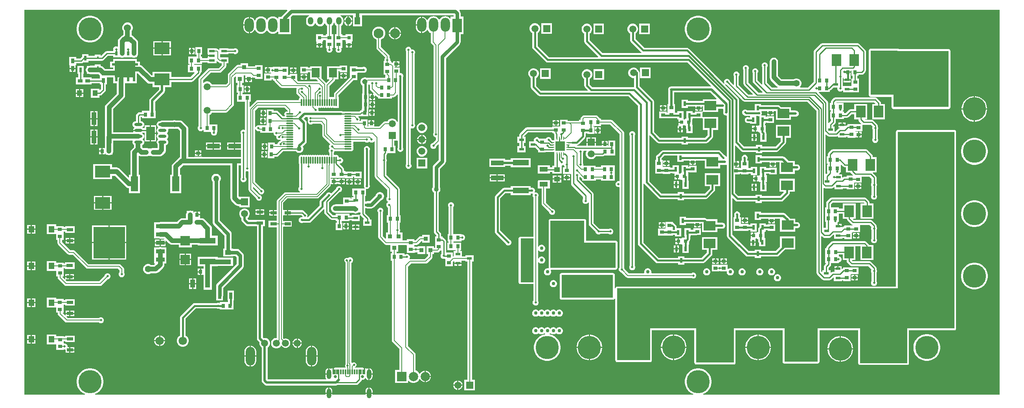
<source format=gtl>
G04*
G04 #@! TF.GenerationSoftware,Altium Limited,Altium Designer,23.10.1 (27)*
G04*
G04 Layer_Physical_Order=1*
G04 Layer_Color=255*
%FSLAX25Y25*%
%MOIN*%
G70*
G04*
G04 #@! TF.SameCoordinates,4B5F03CF-9F67-499E-902A-73A7A51B6F95*
G04*
G04*
G04 #@! TF.FilePolarity,Positive*
G04*
G01*
G75*
%ADD12C,0.01000*%
%ADD13C,0.00800*%
%ADD20R,0.02559X0.05315*%
%ADD21R,0.01102X0.02618*%
%ADD22R,0.02618X0.01102*%
%ADD23R,0.08425X0.08425*%
%ADD24R,0.01181X0.03937*%
%ADD25R,0.07284X0.03740*%
%ADD26R,0.26772X0.26772*%
%ADD27R,0.04842X0.05354*%
%ADD28R,0.04724X0.01968*%
%ADD29R,0.03937X0.02362*%
%ADD30R,0.03543X0.03740*%
%ADD31R,0.03543X0.03740*%
%ADD32R,0.07480X0.11811*%
%ADD33O,0.06890X0.02362*%
%ADD34R,0.03150X0.03000*%
%ADD35R,0.07874X0.07874*%
%ADD36O,0.01181X0.06299*%
%ADD37O,0.06299X0.01181*%
%ADD38R,0.01181X0.06299*%
%ADD39R,0.09843X0.07874*%
%ADD40R,0.01772X0.02323*%
%ADD41R,0.06693X0.07874*%
%ADD42R,0.06299X0.12598*%
%ADD43R,0.13780X0.04724*%
%ADD44R,0.10630X0.03937*%
%ADD45R,0.07087X0.03937*%
%ADD46R,0.03937X0.07087*%
%ADD47R,0.05118X0.03937*%
%ADD48R,0.02756X0.03347*%
%ADD49R,0.03347X0.02756*%
%ADD50R,0.05315X0.02559*%
%ADD51R,0.09843X0.14410*%
%ADD52R,0.07874X0.14410*%
%ADD53R,0.06299X0.01968*%
%ADD54R,0.02126X0.03543*%
%ADD55R,0.03000X0.03150*%
%ADD56R,0.02362X0.03937*%
%ADD57R,0.04331X0.04724*%
%ADD58R,0.12992X0.09843*%
%ADD59R,0.03000X0.04000*%
%ADD60R,0.04000X0.03000*%
%ADD61R,0.03937X0.10630*%
%ADD62R,0.13780X0.05118*%
%ADD63R,0.07874X0.09843*%
%ADD125C,0.01500*%
%ADD126C,0.04000*%
%ADD127C,0.03000*%
%ADD128C,0.02000*%
%ADD129R,0.28000X0.46000*%
%ADD130R,0.32000X0.43000*%
%ADD131R,2.47000X0.34000*%
%ADD132R,0.40000X0.63500*%
%ADD133R,0.48000X1.67000*%
%ADD134R,0.46700X0.47800*%
%ADD135R,0.23100X0.37800*%
%ADD136R,0.28700X0.30200*%
%ADD137R,0.55200X0.21700*%
%ADD138R,0.43600X0.19500*%
%ADD139R,0.11100X0.37200*%
%ADD140R,0.28300X0.46600*%
%ADD141C,0.05906*%
%ADD142O,0.07874X0.15748*%
%ADD143O,0.03937X0.08268*%
%ADD144C,0.02638*%
%ADD145R,0.05906X0.05906*%
%ADD146C,0.08268*%
%ADD147R,0.05906X0.05906*%
%ADD148C,0.19685*%
%ADD149C,0.07087*%
%ADD150R,0.04724X0.06299*%
%ADD151O,0.04724X0.06299*%
%ADD152O,0.07874X0.11811*%
%ADD153R,0.07874X0.11811*%
%ADD154C,0.07874*%
%ADD155R,0.07874X0.07874*%
%ADD156C,0.02000*%
%ADD157C,0.06000*%
%ADD158C,0.03000*%
%ADD159C,0.05500*%
%ADD160C,0.04000*%
%ADD161C,0.04500*%
%ADD162C,0.05000*%
G36*
X830861Y4239D02*
X579390D01*
X579311Y4739D01*
X579487Y4796D01*
X581078Y5607D01*
X582522Y6656D01*
X583785Y7919D01*
X584834Y9363D01*
X585645Y10954D01*
X586196Y12652D01*
X586476Y14415D01*
Y16201D01*
X586196Y17964D01*
X585645Y19662D01*
X584834Y21253D01*
X583785Y22697D01*
X582522Y23959D01*
X581078Y25009D01*
X579487Y25819D01*
X577789Y26371D01*
X576026Y26650D01*
X574240D01*
X572477Y26371D01*
X570779Y25819D01*
X569188Y25009D01*
X567744Y23959D01*
X566481Y22697D01*
X565432Y21253D01*
X564622Y19662D01*
X564070Y17964D01*
X563791Y16201D01*
Y14415D01*
X564070Y12652D01*
X564622Y10954D01*
X565432Y9363D01*
X566481Y7919D01*
X567744Y6656D01*
X569188Y5607D01*
X570779Y4796D01*
X570955Y4739D01*
X570876Y4239D01*
X298902D01*
Y4762D01*
X295908D01*
X292914D01*
Y4239D01*
X264886D01*
Y4762D01*
X261892D01*
X258898D01*
Y4239D01*
X63642D01*
X63563Y4739D01*
X63739Y4796D01*
X65330Y5607D01*
X66774Y6656D01*
X68037Y7919D01*
X69086Y9363D01*
X69897Y10954D01*
X70448Y12652D01*
X70728Y14415D01*
Y16201D01*
X70448Y17964D01*
X69897Y19662D01*
X69086Y21253D01*
X68037Y22697D01*
X66774Y23959D01*
X65330Y25009D01*
X63739Y25819D01*
X62041Y26371D01*
X60278Y26650D01*
X58492D01*
X56729Y26371D01*
X55031Y25819D01*
X53440Y25009D01*
X51996Y23959D01*
X50734Y22697D01*
X49684Y21253D01*
X48874Y19662D01*
X48322Y17964D01*
X48043Y16201D01*
Y14415D01*
X48322Y12652D01*
X48874Y10954D01*
X49684Y9363D01*
X50734Y7919D01*
X51996Y6656D01*
X53440Y5607D01*
X55031Y4796D01*
X55207Y4739D01*
X55128Y4239D01*
X3739D01*
X3739Y330761D01*
X226428D01*
X226620Y330299D01*
X222260Y325940D01*
X221779Y325313D01*
X221611Y324906D01*
X218963D01*
Y323625D01*
X218490Y323464D01*
X218278Y323740D01*
X217142Y324611D01*
X215819Y325159D01*
X214400Y325346D01*
X212981Y325159D01*
X211658Y324611D01*
X210522Y323740D01*
X209677Y322638D01*
X209408Y322602D01*
X209392D01*
X209123Y322638D01*
X208278Y323740D01*
X207142Y324611D01*
X205819Y325159D01*
X204400Y325346D01*
X202981Y325159D01*
X201658Y324611D01*
X200522Y323740D01*
X199651Y322604D01*
X199379Y321949D01*
X198879D01*
X198713Y322352D01*
X197921Y323383D01*
X196890Y324175D01*
X195689Y324672D01*
X194900Y324776D01*
Y317894D01*
Y311012D01*
X195689Y311115D01*
X196890Y311613D01*
X197921Y312404D01*
X198713Y313435D01*
X198879Y313839D01*
X199379D01*
X199651Y313183D01*
X200522Y312048D01*
X201658Y311176D01*
X202981Y310628D01*
X204400Y310441D01*
X205819Y310628D01*
X207142Y311176D01*
X208278Y312048D01*
X209123Y313150D01*
X209392Y313185D01*
X209408D01*
X209677Y313150D01*
X210522Y312048D01*
X211658Y311176D01*
X212981Y310628D01*
X214400Y310441D01*
X215819Y310628D01*
X217142Y311176D01*
X218278Y312048D01*
X218490Y312323D01*
X218963Y312163D01*
Y310094D01*
X229837D01*
Y324905D01*
X229837Y324905D01*
X229837D01*
X230140Y325261D01*
X231253Y326374D01*
X245223D01*
X245322Y325874D01*
X244566Y325561D01*
X243760Y324942D01*
X243141Y324135D01*
X242751Y323196D01*
X242619Y322187D01*
Y320613D01*
X242751Y319604D01*
X243141Y318665D01*
X243760Y317858D01*
X244566Y317239D01*
X245506Y316850D01*
X246514Y316717D01*
X247522Y316850D01*
X248462Y317239D01*
X249269Y317858D01*
X249888Y318665D01*
X250249Y319538D01*
X250511Y319595D01*
X250772Y319538D01*
X251133Y318665D01*
X251753Y317858D01*
X252559Y317239D01*
X253499Y316850D01*
X254507Y316717D01*
X255515Y316850D01*
X256455Y317239D01*
X257262Y317858D01*
X257881Y318665D01*
X258173Y319372D01*
X258715D01*
X259008Y318665D01*
X259627Y317858D01*
X260433Y317239D01*
X260444Y317235D01*
Y310178D01*
X259227D01*
Y309237D01*
X257000D01*
Y310375D01*
X251000D01*
Y304225D01*
X251145D01*
X251500Y303875D01*
X251500Y303725D01*
Y301800D01*
X254000D01*
X256500D01*
Y303725D01*
X256500Y303875D01*
X256855Y304225D01*
X257000D01*
Y305363D01*
X258873D01*
X259227Y305009D01*
X259227Y304422D01*
X259227Y303922D01*
Y298517D01*
X259781D01*
X260115Y298017D01*
X259900Y297497D01*
Y296503D01*
X260281Y295584D01*
X260984Y294881D01*
X261903Y294500D01*
X262897D01*
X263816Y294881D01*
X264519Y295584D01*
X264900Y296503D01*
Y297497D01*
X264685Y298017D01*
X265019Y298517D01*
X265573D01*
Y303922D01*
X265573Y304273D01*
X265573Y304772D01*
Y310178D01*
X264318D01*
Y317235D01*
X264329Y317239D01*
X265136Y317858D01*
X265755Y318665D01*
X266144Y319604D01*
X266164Y319760D01*
X266669D01*
X266689Y319604D01*
X267078Y318665D01*
X267697Y317858D01*
X268504Y317239D01*
X268515Y317235D01*
Y310178D01*
X267027D01*
Y304772D01*
X267027Y304422D01*
X267027Y303922D01*
Y298517D01*
X267581D01*
X267915Y298017D01*
X267700Y297497D01*
Y296503D01*
X268081Y295584D01*
X268784Y294881D01*
X269703Y294500D01*
X270697D01*
X271616Y294881D01*
X272319Y295584D01*
X272700Y296503D01*
Y297497D01*
X272485Y298017D01*
X272819Y298517D01*
X273373D01*
Y303922D01*
X273373Y304273D01*
X273373Y304772D01*
Y305363D01*
X275900D01*
Y304225D01*
X276045D01*
X276400Y303875D01*
X276400Y303725D01*
Y301800D01*
X278900D01*
X281400D01*
Y303725D01*
X281400Y303875D01*
X281755Y304225D01*
X281900D01*
Y310375D01*
X275900D01*
Y309237D01*
X273373D01*
Y310178D01*
X272389D01*
Y317235D01*
X272400Y317239D01*
X273207Y317858D01*
X273826Y318665D01*
X274215Y319604D01*
X274347Y320613D01*
Y322187D01*
X274215Y323196D01*
X273826Y324135D01*
X273207Y324942D01*
X272400Y325561D01*
X271644Y325874D01*
X271743Y326374D01*
X281972D01*
X282338Y326050D01*
Y316751D01*
X290062D01*
Y326050D01*
X290428Y326374D01*
X367574D01*
Y325106D01*
X365163D01*
Y323825D01*
X364690Y323664D01*
X364478Y323940D01*
X363342Y324812D01*
X362019Y325359D01*
X360600Y325546D01*
X359181Y325359D01*
X357858Y324812D01*
X356722Y323940D01*
X355877Y322838D01*
X355608Y322802D01*
X355592D01*
X355324Y322838D01*
X354478Y323940D01*
X353342Y324812D01*
X352019Y325359D01*
X350600Y325546D01*
X349181Y325359D01*
X347858Y324812D01*
X346722Y323940D01*
X345851Y322804D01*
X345579Y322149D01*
X345079D01*
X344913Y322552D01*
X344121Y323583D01*
X343090Y324375D01*
X341889Y324872D01*
X341100Y324976D01*
Y318094D01*
Y311211D01*
X341889Y311315D01*
X343090Y311813D01*
X344121Y312604D01*
X344913Y313635D01*
X345079Y314038D01*
X345579D01*
X345851Y313383D01*
X346722Y312247D01*
X347858Y311376D01*
X348363Y311167D01*
Y303500D01*
X348510Y302759D01*
X348930Y302130D01*
X350863Y300198D01*
Y227800D01*
Y226798D01*
X350681Y226616D01*
X350300Y225697D01*
Y224703D01*
X350681Y223784D01*
X351384Y223081D01*
X352303Y222700D01*
X352863D01*
Y220403D01*
X350360Y217900D01*
X350103D01*
X349184Y217519D01*
X348481Y216816D01*
X348100Y215897D01*
Y214903D01*
X348481Y213984D01*
X349184Y213281D01*
X350103Y212900D01*
X351097D01*
X352016Y213281D01*
X352719Y213984D01*
X353100Y214903D01*
Y215160D01*
X354712Y216773D01*
X355174Y216581D01*
Y203553D01*
X350860Y199240D01*
X350379Y198613D01*
X350077Y197883D01*
X349974Y197100D01*
Y180359D01*
X349739Y179951D01*
X349500Y179061D01*
Y178139D01*
X349739Y177249D01*
X350199Y176451D01*
X350851Y175799D01*
X350961Y175736D01*
Y142500D01*
X351116Y141720D01*
X351558Y141058D01*
X353061Y139555D01*
Y138584D01*
X351927D01*
Y132828D01*
X351927D01*
Y132678D01*
X351927D01*
Y128716D01*
X351212D01*
Y130149D01*
X344669D01*
Y123409D01*
X346003D01*
Y122143D01*
X343198Y119337D01*
X330800D01*
X330525Y119283D01*
X330337Y119530D01*
X330241Y119736D01*
X330600Y120603D01*
Y121597D01*
X330219Y122516D01*
X329516Y123220D01*
X328597Y123600D01*
X327603D01*
X326684Y123220D01*
X326604Y123139D01*
X326083D01*
Y124273D01*
X320678D01*
X320328Y124273D01*
X319828Y124273D01*
X319237D01*
Y125409D01*
X320572D01*
Y131368D01*
X327773D01*
X328127Y131015D01*
X328127Y130428D01*
X328127Y129928D01*
Y124522D01*
X334473D01*
Y124711D01*
X334889Y124989D01*
X335103Y124900D01*
X336097D01*
X336688Y125145D01*
X337188Y124811D01*
Y123409D01*
X343731D01*
Y130149D01*
X337188D01*
Y129989D01*
X336688Y129655D01*
X336097Y129900D01*
X335103D01*
X334889Y129812D01*
X334473Y130089D01*
Y130278D01*
X334473Y130778D01*
Y131368D01*
X336206D01*
X336947Y131516D01*
X337575Y131936D01*
X340324Y134684D01*
X340928D01*
Y133251D01*
X347472D01*
Y139991D01*
X340928D01*
Y138558D01*
X339521D01*
X338780Y138411D01*
X338152Y137991D01*
X335403Y135243D01*
X334473D01*
Y136184D01*
X328127D01*
Y135243D01*
X324808D01*
X324312Y135251D01*
X324312Y135743D01*
Y141991D01*
X322440D01*
X322323Y142137D01*
X322169Y142491D01*
X322505Y143303D01*
Y144297D01*
X322125Y145216D01*
X321943Y145398D01*
Y150327D01*
X322884D01*
Y156673D01*
X322045D01*
Y178495D01*
X321889Y179275D01*
X321447Y179937D01*
X310639Y190745D01*
Y201604D01*
X310719Y201684D01*
X311100Y202603D01*
Y203597D01*
X310719Y204516D01*
X310639Y204596D01*
Y207555D01*
X311036Y207953D01*
X311478Y208614D01*
X311620Y209327D01*
X312473Y209327D01*
X312972Y209327D01*
X318378D01*
Y215673D01*
X317537D01*
Y219747D01*
X320053Y219747D01*
X320240Y219325D01*
Y213828D01*
X320034Y213331D01*
Y212337D01*
X320414Y211418D01*
X321118Y210715D01*
X322037Y210334D01*
X323031D01*
X323950Y210715D01*
X324653Y211418D01*
X325034Y212337D01*
Y213331D01*
X324828Y213828D01*
Y273677D01*
X325034Y274174D01*
Y275169D01*
X324653Y276088D01*
X323950Y276791D01*
X323031Y277172D01*
X322173D01*
Y281772D01*
X317837D01*
Y282422D01*
X318500D01*
Y284800D01*
X319000D01*
D01*
X318500D01*
Y287178D01*
X316327D01*
Y286066D01*
X315865Y285875D01*
X315770Y285970D01*
X315141Y286390D01*
X314673Y286483D01*
Y287478D01*
X314217D01*
X314000Y287803D01*
Y288797D01*
X313619Y289716D01*
X313437Y289898D01*
Y291400D01*
X313290Y292141D01*
X312870Y292770D01*
X306158Y299482D01*
Y305686D01*
X306395Y305750D01*
X307680Y306492D01*
X308729Y307541D01*
X309470Y308825D01*
X309854Y310258D01*
Y311742D01*
X309470Y313175D01*
X308729Y314459D01*
X307680Y315508D01*
X306395Y316250D01*
X304962Y316634D01*
X303479D01*
X302046Y316250D01*
X300761Y315508D01*
X299712Y314459D01*
X298971Y313175D01*
X298587Y311742D01*
Y310258D01*
X298971Y308825D01*
X299712Y307541D01*
X300761Y306492D01*
X302046Y305750D01*
X302283Y305686D01*
Y298680D01*
X302431Y297938D01*
X302851Y297310D01*
X309563Y290598D01*
Y289898D01*
X309381Y289716D01*
X309000Y288797D01*
Y287803D01*
X308783Y287478D01*
X308327D01*
Y281722D01*
X308327D01*
Y281573D01*
X308327D01*
Y275817D01*
X309619D01*
X309710Y275359D01*
X310035Y274873D01*
X309833Y274373D01*
X309717D01*
Y273137D01*
X294819D01*
X294373Y273049D01*
X293948Y273294D01*
X292994Y273550D01*
X292006D01*
X291053Y273294D01*
X290197Y272801D01*
X289499Y272103D01*
X289006Y271248D01*
X288750Y270294D01*
Y269306D01*
X289006Y268353D01*
X289499Y267497D01*
X290197Y266799D01*
X290346Y266714D01*
Y259973D01*
X290017D01*
Y253627D01*
X290017D01*
Y253573D01*
X290017D01*
Y247227D01*
X289663Y246873D01*
X289617D01*
Y245703D01*
X289020Y245584D01*
X288358Y245142D01*
X287713Y244497D01*
X281066D01*
X280602Y244589D01*
X275483D01*
X275019Y244497D01*
X273748D01*
X273275Y244812D01*
X272300Y245006D01*
X253344D01*
X253067Y245422D01*
X253100Y245503D01*
Y246497D01*
X252820Y247173D01*
X253029Y247662D01*
X253522Y247827D01*
X253605Y247772D01*
X254420Y247609D01*
X255236Y247772D01*
X255405Y247884D01*
X255573Y247772D01*
X256389Y247609D01*
X257205Y247772D01*
X257373Y247884D01*
X257542Y247772D01*
X258358Y247609D01*
X259173Y247772D01*
X259342Y247884D01*
X259510Y247772D01*
X260326Y247609D01*
X261142Y247772D01*
X261310Y247884D01*
X261479Y247772D01*
X262295Y247609D01*
X263110Y247772D01*
X263279Y247884D01*
X263447Y247772D01*
X264263Y247609D01*
X265079Y247772D01*
X265247Y247884D01*
X265416Y247772D01*
X266231Y247609D01*
X266438Y247651D01*
X270291D01*
Y256950D01*
X270137D01*
Y258492D01*
X282862Y271217D01*
X286173D01*
Y276622D01*
X286173Y276973D01*
X286173Y277352D01*
X286527Y277706D01*
X290502D01*
X290999Y277500D01*
X291993D01*
X292912Y277881D01*
X293615Y278584D01*
X293996Y279503D01*
Y280497D01*
X293615Y281416D01*
X292912Y282119D01*
X291993Y282500D01*
X290999D01*
X290502Y282294D01*
X286173D01*
Y282878D01*
X279827D01*
Y277472D01*
X279827Y277122D01*
X279827Y276622D01*
Y273661D01*
X266830Y260664D01*
X266410Y260036D01*
X266263Y259295D01*
Y257016D01*
X266231Y256991D01*
X265416Y256828D01*
X265247Y256716D01*
X265079Y256828D01*
X264263Y256991D01*
X263447Y256828D01*
X263279Y256716D01*
X263110Y256828D01*
X262295Y256991D01*
X262263Y257016D01*
Y265924D01*
X266737Y270397D01*
X267157Y271026D01*
X267304Y271767D01*
Y271963D01*
X270213D01*
Y278868D01*
X271127D01*
Y277928D01*
X277473D01*
Y283683D01*
X271127D01*
Y282743D01*
X270213D01*
Y282837D01*
X260521D01*
Y271963D01*
X262170D01*
X262362Y271501D01*
X259769Y268908D01*
X259727Y268912D01*
X255646Y272993D01*
Y282837D01*
X245954D01*
Y281743D01*
X243973D01*
Y282683D01*
X237627D01*
Y276928D01*
X243973D01*
Y277868D01*
X245954D01*
Y271963D01*
X251197D01*
X252561Y270599D01*
X252370Y270137D01*
X236077D01*
X234973Y271241D01*
Y276572D01*
X228627D01*
Y275632D01*
X227827D01*
X227473Y275985D01*
X227473Y276572D01*
X227473Y277073D01*
Y282478D01*
X221127D01*
Y281739D01*
X220573D01*
Y282484D01*
X214227D01*
Y282200D01*
X213503D01*
X213156Y282056D01*
X212973Y282178D01*
Y282178D01*
X210800D01*
Y279800D01*
Y277422D01*
X212872D01*
X213040Y277273D01*
X212849Y276772D01*
X207127D01*
Y271017D01*
X213473D01*
Y271957D01*
X214227D01*
Y270822D01*
X215558D01*
X215610Y270559D01*
X216030Y269930D01*
X218630Y267330D01*
X220730Y265230D01*
X221359Y264810D01*
X222100Y264663D01*
X234395D01*
X234631Y264222D01*
X234510Y264041D01*
X234363Y263300D01*
Y260600D01*
X234510Y259859D01*
X234930Y259230D01*
X237264Y256897D01*
X237215Y256399D01*
X237165Y256366D01*
X236703Y255675D01*
X236541Y254859D01*
Y254237D01*
X201500D01*
X200759Y254090D01*
X200130Y253670D01*
X195099Y248639D01*
X194637Y248830D01*
Y252927D01*
X195578D01*
Y259273D01*
X190173D01*
X189822Y259273D01*
X189322Y259273D01*
X188637D01*
Y260427D01*
X189578D01*
Y266773D01*
X188397D01*
Y269009D01*
X189732D01*
Y275363D01*
X190716D01*
X191169Y275249D01*
Y272879D01*
X196712D01*
Y273243D01*
X197153Y273479D01*
X197264Y273405D01*
X198005Y273257D01*
X199327D01*
Y272317D01*
X205673D01*
Y278073D01*
X205673D01*
Y278222D01*
X205673D01*
Y283978D01*
X199327D01*
Y283037D01*
X193472D01*
Y285591D01*
X186928D01*
Y284158D01*
X184821D01*
X184080Y284011D01*
X183451Y283591D01*
X176830Y276970D01*
X176410Y276341D01*
X176263Y275600D01*
Y269103D01*
X174698Y267537D01*
X162823D01*
X162363Y268334D01*
X161534Y269163D01*
X160519Y269749D01*
X159386Y270053D01*
X158214D01*
X157081Y269749D01*
X156066Y269163D01*
X155699Y268796D01*
X155237Y268988D01*
Y270998D01*
X161703Y277463D01*
X169300D01*
X170041Y277610D01*
X170670Y278030D01*
X174388Y281748D01*
X174808Y282377D01*
X174955Y283118D01*
Y285479D01*
X176880D01*
Y290447D01*
X169737D01*
Y293353D01*
X176880D01*
Y293798D01*
X181041D01*
X181121Y293718D01*
X182040Y293337D01*
X183034D01*
X183953Y293718D01*
X184656Y294421D01*
X185037Y295340D01*
Y296334D01*
X184656Y297253D01*
X183953Y297956D01*
X183034Y298337D01*
X182040D01*
X181121Y297956D01*
X181041Y297876D01*
X176880D01*
Y298321D01*
X169156D01*
Y297137D01*
X168694Y296946D01*
X168433Y297207D01*
X167804Y297627D01*
X167063Y297774D01*
X166644D01*
Y298321D01*
X158920D01*
Y293353D01*
X159420D01*
Y292400D01*
X162782D01*
Y291400D01*
X159420D01*
Y290447D01*
X158920D01*
Y289937D01*
X154283D01*
Y291173D01*
X153537D01*
Y292727D01*
X154478D01*
Y299073D01*
X148722D01*
Y292727D01*
X149663D01*
Y291527D01*
X149309Y291173D01*
X148528Y291173D01*
X148028Y291173D01*
X142622D01*
Y284827D01*
X143563D01*
Y284173D01*
X142517D01*
Y277827D01*
X147836D01*
X148043Y277327D01*
X144481Y273764D01*
X128496D01*
Y278147D01*
X112504D01*
Y275255D01*
X111737D01*
X104024Y282969D01*
X103293Y283530D01*
X102441Y283882D01*
X101586Y283995D01*
Y286992D01*
X99120D01*
Y289177D01*
X79020D01*
Y286992D01*
X76539D01*
Y282024D01*
X79020D01*
Y280629D01*
X72162D01*
X70395Y282396D01*
X69664Y282957D01*
X68812Y283310D01*
X68286Y283379D01*
Y284408D01*
X63514D01*
Y283430D01*
X59400D01*
X58931Y283369D01*
X56719D01*
Y282155D01*
X56343Y281665D01*
X55990Y280814D01*
X55870Y279900D01*
X55990Y278986D01*
X56343Y278135D01*
X56719Y277645D01*
Y276432D01*
X58931D01*
X59400Y276370D01*
X66436D01*
X67700Y275106D01*
Y272539D01*
X60735D01*
Y273500D01*
X53565D01*
Y276432D01*
X54207D01*
Y283369D01*
X48845D01*
Y276432D01*
X49487D01*
Y273500D01*
X47538D01*
Y267500D01*
X60735D01*
Y268461D01*
X67700D01*
Y267402D01*
X68661D01*
Y263799D01*
X67854Y262992D01*
X67392Y263184D01*
Y263962D01*
X60062D01*
Y256238D01*
X67392D01*
Y258061D01*
X67846D01*
X68626Y258216D01*
X69288Y258658D01*
X72142Y261512D01*
X72584Y262174D01*
X72739Y262954D01*
Y267402D01*
X73700D01*
Y273568D01*
X78999D01*
Y268450D01*
X82095D01*
Y259687D01*
X73104Y250696D01*
X72543Y249965D01*
X72190Y249114D01*
X72070Y248200D01*
Y238500D01*
Y223623D01*
X71975Y222906D01*
Y213673D01*
X70100D01*
Y211000D01*
Y208327D01*
X71978D01*
Y208673D01*
X72409Y208933D01*
X72628Y208794D01*
Y207827D01*
X74020D01*
X74592Y207590D01*
X75506Y207470D01*
X76419Y207590D01*
X76991Y207827D01*
X78383D01*
Y209001D01*
X78563Y209235D01*
X78916Y210086D01*
X79036Y211000D01*
Y216185D01*
X79068D01*
Y219970D01*
X95266D01*
X95600Y219470D01*
X95488Y219200D01*
X95396Y218500D01*
X95488Y217800D01*
X95758Y217148D01*
X96188Y216588D01*
X96670Y216218D01*
Y214262D01*
X94663Y212255D01*
X94102Y211524D01*
X93749Y210673D01*
X93629Y209759D01*
Y190878D01*
X92510D01*
Y188636D01*
X92048Y188445D01*
X84421Y196071D01*
X83690Y196632D01*
X82839Y196985D01*
X81925Y197105D01*
X78096D01*
Y199996D01*
X62104D01*
Y187154D01*
X78096D01*
Y190045D01*
X80463D01*
X89925Y180583D01*
X90656Y180022D01*
X91508Y179669D01*
X92421Y179549D01*
X92510D01*
Y175280D01*
X101809D01*
Y190878D01*
X100689D01*
Y206796D01*
X101138Y207017D01*
X101235Y206943D01*
X102086Y206590D01*
X103000Y206470D01*
X107100D01*
X108014Y206590D01*
X108585Y206827D01*
X109978D01*
Y206827D01*
X110128D01*
Y206827D01*
X111521D01*
X112092Y206590D01*
X113005Y206470D01*
X118400D01*
X119314Y206590D01*
X120165Y206943D01*
X120896Y207504D01*
X122696Y209304D01*
X123257Y210035D01*
X123610Y210886D01*
X123730Y211800D01*
Y215879D01*
X123800Y215888D01*
X124452Y216158D01*
X125012Y216588D01*
X125442Y217148D01*
X125712Y217800D01*
X125804Y218500D01*
X125712Y219200D01*
X125442Y219852D01*
X125012Y220412D01*
X124643Y220696D01*
X124609Y220778D01*
Y221222D01*
X124643Y221304D01*
X125012Y221588D01*
X125442Y222148D01*
X125712Y222800D01*
X125804Y223500D01*
X125712Y224200D01*
X125442Y224852D01*
X125012Y225412D01*
X124643Y225696D01*
X124609Y225778D01*
Y226222D01*
X124643Y226304D01*
X125012Y226588D01*
X125442Y227148D01*
X125712Y227800D01*
X125804Y228500D01*
X125712Y229200D01*
X125600Y229470D01*
X125934Y229970D01*
X129586D01*
X130406Y229750D01*
X131394D01*
X132214Y229970D01*
X134038D01*
X135670Y228338D01*
Y205779D01*
X135135Y205557D01*
X134404Y204996D01*
X129702Y200295D01*
X129141Y199564D01*
X128789Y198712D01*
X128668Y197799D01*
Y190878D01*
X127549D01*
Y175280D01*
X136848D01*
Y190878D01*
X135729D01*
Y196336D01*
X138362Y198970D01*
X178470D01*
Y171000D01*
X178590Y170086D01*
X178943Y169235D01*
X179504Y168504D01*
X182704Y165304D01*
X183435Y164743D01*
X184286Y164390D01*
X185200Y164270D01*
X185947D01*
Y163347D01*
X194853D01*
Y172253D01*
X185947D01*
X185947Y172253D01*
Y172253D01*
X185579Y172536D01*
X185530Y172575D01*
Y199031D01*
X187403D01*
Y188654D01*
X187323Y188574D01*
X186942Y187655D01*
Y186661D01*
X187323Y185742D01*
X188026Y185038D01*
X188945Y184658D01*
X189940D01*
X190858Y185038D01*
X191562Y185742D01*
X191942Y186661D01*
Y187655D01*
X191562Y188574D01*
X191481Y188654D01*
Y193649D01*
X191897Y193927D01*
X192203Y193800D01*
X193197D01*
X193347Y193862D01*
X193763Y193584D01*
Y178300D01*
X193910Y177559D01*
X194330Y176930D01*
X200200Y171060D01*
Y170803D01*
X200581Y169884D01*
X201284Y169181D01*
X202203Y168800D01*
X203197D01*
X204116Y169181D01*
X204819Y169884D01*
X205200Y170803D01*
Y171797D01*
X204819Y172716D01*
X204116Y173419D01*
X203197Y173800D01*
X202940D01*
X197637Y179103D01*
Y180470D01*
X198099Y180661D01*
X202200Y176560D01*
Y176303D01*
X202581Y175384D01*
X203284Y174681D01*
X204203Y174300D01*
X205197D01*
X206116Y174681D01*
X206819Y175384D01*
X207200Y176303D01*
Y177297D01*
X206819Y178216D01*
X206116Y178919D01*
X205197Y179300D01*
X204940D01*
X199237Y185003D01*
Y229572D01*
X199737Y229672D01*
X199981Y229084D01*
X200684Y228381D01*
X201603Y228000D01*
X202024D01*
X202159Y227910D01*
X202900Y227763D01*
X203722D01*
Y226527D01*
X209128D01*
X209478Y226527D01*
X209978Y226527D01*
X215000D01*
Y225795D01*
X215381Y224876D01*
X216084Y224172D01*
X217003Y223792D01*
X217036D01*
X217300Y223397D01*
Y222403D01*
X217681Y221484D01*
X218384Y220781D01*
X219303Y220400D01*
X220297D01*
X220879Y220641D01*
X220960Y220567D01*
X220967Y219893D01*
X220473Y219400D01*
X220403D01*
X219484Y219020D01*
X218781Y218316D01*
X218400Y217397D01*
Y216837D01*
X216183D01*
Y218073D01*
X210428D01*
Y211727D01*
X210428D01*
X210315Y211273D01*
X210128D01*
Y204927D01*
X215883D01*
Y206061D01*
X217500D01*
X218280Y206216D01*
X218942Y206658D01*
X223175Y210891D01*
X225807D01*
X226271Y210799D01*
X231389D01*
X231853Y210891D01*
X234006D01*
X234069Y210781D01*
X234721Y210129D01*
X235519Y209668D01*
X236409Y209430D01*
X237331D01*
X238221Y209668D01*
X239019Y210129D01*
X239671Y210781D01*
X240132Y211579D01*
X240370Y212469D01*
Y213391D01*
X240132Y214281D01*
X239785Y214881D01*
X242402Y217498D01*
X242955Y218325D01*
X243149Y219300D01*
Y235041D01*
X242955Y236016D01*
X242402Y236843D01*
X240725Y238521D01*
X242113Y239909D01*
X243646D01*
X243924Y239493D01*
X243900Y239435D01*
Y238441D01*
X244281Y237522D01*
X244376Y237427D01*
X244046Y236632D01*
Y235637D01*
X244427Y234718D01*
X245130Y234015D01*
X246049Y233634D01*
X247044D01*
X247963Y234015D01*
X248145Y234197D01*
X254943D01*
X256263Y232877D01*
Y224700D01*
X256410Y223959D01*
X256830Y223330D01*
X263162Y216998D01*
X262481Y216316D01*
X262100Y215397D01*
Y214403D01*
X262481Y213484D01*
X262727Y213237D01*
X262144Y212653D01*
X261763Y211734D01*
Y210740D01*
X262144Y209821D01*
X262326Y209639D01*
Y207294D01*
X262295Y207268D01*
X261807Y207171D01*
X261142Y207616D01*
X260326Y207778D01*
X259510Y207616D01*
X259342Y207503D01*
X259173Y207616D01*
X258358Y207778D01*
X257542Y207616D01*
X257373Y207503D01*
X257205Y207616D01*
X256389Y207778D01*
X255573Y207616D01*
X255405Y207503D01*
X255236Y207616D01*
X254420Y207778D01*
X253605Y207616D01*
X253436Y207503D01*
X253268Y207616D01*
X252452Y207778D01*
X251636Y207616D01*
X251468Y207503D01*
X251299Y207616D01*
X250483Y207778D01*
X249668Y207616D01*
X249499Y207503D01*
X249331Y207616D01*
X248515Y207778D01*
X247699Y207616D01*
X247531Y207503D01*
X247362Y207616D01*
X246547Y207778D01*
X245731Y207616D01*
X245562Y207503D01*
X245394Y207616D01*
X244578Y207778D01*
X243762Y207616D01*
X243594Y207503D01*
X243425Y207616D01*
X242610Y207778D01*
X241794Y207616D01*
X241625Y207503D01*
X241457Y207616D01*
X240641Y207778D01*
X239825Y207616D01*
X239657Y207503D01*
X239488Y207616D01*
X238672Y207778D01*
X237857Y207616D01*
X237165Y207154D01*
X236703Y206462D01*
X236541Y205646D01*
Y200528D01*
X236633Y200064D01*
Y180269D01*
X236553Y180189D01*
X236173Y179270D01*
Y178275D01*
X236553Y177356D01*
X237256Y176653D01*
X237536Y176537D01*
X237437Y176037D01*
X225454D01*
X224713Y175890D01*
X224085Y175470D01*
X218410Y169795D01*
X217990Y169167D01*
X217842Y168425D01*
Y160880D01*
X215500D01*
Y158600D01*
Y156321D01*
X217842D01*
Y151931D01*
X210843D01*
Y146372D01*
X217842D01*
Y52376D01*
X216761D01*
X215629Y52073D01*
X214613Y51487D01*
X213784Y50658D01*
X213198Y49642D01*
X212895Y48510D01*
Y47337D01*
X213198Y46205D01*
X213784Y45190D01*
X214613Y44361D01*
X215629Y43774D01*
X216761Y43471D01*
X217934D01*
X219066Y43774D01*
X220081Y44361D01*
X220910Y45190D01*
X221284Y45837D01*
X221862D01*
X222058Y45497D01*
X222794Y44761D01*
X223696Y44240D01*
X224701Y43971D01*
X225742D01*
X226747Y44240D01*
X227648Y44761D01*
X228384Y45497D01*
X228905Y46398D01*
X229174Y47403D01*
Y48444D01*
X228905Y49449D01*
X228384Y50351D01*
X227648Y51087D01*
X226747Y51607D01*
X225742Y51876D01*
X224701D01*
X223696Y51607D01*
X223607Y51556D01*
X223007Y52157D01*
Y146569D01*
X223243Y146972D01*
X230557D01*
Y151531D01*
X223243D01*
X223007Y151933D01*
Y156018D01*
X223243Y156421D01*
X223507Y156421D01*
X226400D01*
Y158700D01*
Y160980D01*
X223507D01*
X223243Y160980D01*
X223007Y161382D01*
Y167088D01*
X226791Y170873D01*
X252163D01*
X252163Y170873D01*
X252709Y170981D01*
X253172Y171291D01*
X263120Y181238D01*
X263429Y181701D01*
X263538Y182248D01*
X263538Y182248D01*
Y182822D01*
X265700D01*
Y185200D01*
Y187578D01*
X263538D01*
Y188228D01*
X269373D01*
Y188228D01*
X269527Y188328D01*
X275873D01*
X276127Y187933D01*
Y187928D01*
X282473D01*
Y189166D01*
X283227D01*
Y187928D01*
X289573D01*
Y193684D01*
X283227D01*
Y193245D01*
X282473D01*
Y193684D01*
X276127D01*
X275873Y194079D01*
Y194083D01*
X274739D01*
Y195600D01*
X274584Y196380D01*
X274142Y197042D01*
X271084Y200100D01*
X271291Y200600D01*
X271897D01*
X272816Y200981D01*
X273519Y201684D01*
X273900Y202603D01*
Y203597D01*
X273519Y204516D01*
X272816Y205220D01*
X271897Y205600D01*
X270903D01*
X270783Y205551D01*
X270284Y205885D01*
X270169Y206462D01*
X269707Y207154D01*
X269016Y207616D01*
X268200Y207778D01*
X267384Y207616D01*
X267216Y207503D01*
X267047Y207616D01*
X266232Y207778D01*
X266200Y207804D01*
Y209639D01*
X266382Y209821D01*
X266763Y210740D01*
Y210993D01*
X274620D01*
X274668Y210961D01*
X275483Y210799D01*
X280602D01*
X281417Y210961D01*
X282109Y211423D01*
X282571Y212114D01*
X282733Y212930D01*
X282571Y213746D01*
X282458Y213914D01*
X282571Y214083D01*
X282733Y214898D01*
X282571Y215714D01*
X282458Y215883D01*
X282571Y216051D01*
X282733Y216867D01*
X282571Y217683D01*
X282458Y217851D01*
X282571Y218020D01*
X282733Y218835D01*
X282759Y218867D01*
X292598D01*
X292784Y218681D01*
X293703Y218300D01*
X294697D01*
X295616Y218681D01*
X296200Y219265D01*
X296784Y218681D01*
X297703Y218300D01*
X298697D01*
X299616Y218681D01*
X300263Y219327D01*
X300529Y219285D01*
X300763Y219174D01*
Y189700D01*
X300910Y188959D01*
X301330Y188330D01*
X311363Y178298D01*
Y171898D01*
X311181Y171716D01*
X310800Y170797D01*
Y169803D01*
X311181Y168884D01*
X311884Y168181D01*
X312100Y168091D01*
Y167550D01*
X311784Y167420D01*
X311081Y166716D01*
X310700Y165797D01*
Y164803D01*
X311081Y163884D01*
X311784Y163181D01*
X312163Y163024D01*
Y156673D01*
X311222D01*
Y150327D01*
X312163D01*
Y141991D01*
X310288D01*
Y136905D01*
X309826Y136713D01*
X307637Y138902D01*
Y158702D01*
X307819Y158884D01*
X308200Y159803D01*
Y160797D01*
X307819Y161716D01*
X307116Y162419D01*
X306197Y162800D01*
X305203D01*
X304284Y162419D01*
X303581Y161716D01*
X303200Y160797D01*
Y159803D01*
X303581Y158884D01*
X303763Y158702D01*
Y138100D01*
X303910Y137359D01*
X304330Y136730D01*
X305630Y135430D01*
X309125Y131936D01*
X309753Y131516D01*
X310494Y131368D01*
X314028D01*
Y125409D01*
X315363D01*
Y124273D01*
X314422D01*
Y117927D01*
X315363D01*
Y50100D01*
X315510Y49359D01*
X315930Y48730D01*
X321663Y42998D01*
Y25137D01*
X318163D01*
Y14263D01*
X329037D01*
Y15867D01*
X329537Y16074D01*
X330262Y15349D01*
X331501Y14634D01*
X332884Y14263D01*
X334316D01*
X335699Y14634D01*
X336939Y15349D01*
X337951Y16362D01*
X338600Y17486D01*
X338978Y17547D01*
X339161Y17515D01*
X339649Y16669D01*
X340569Y15750D01*
X341694Y15100D01*
X342950Y14763D01*
X343100D01*
Y19700D01*
Y24637D01*
X342950D01*
X341694Y24301D01*
X340569Y23651D01*
X339649Y22731D01*
X339161Y21885D01*
X338978Y21853D01*
X338600Y21914D01*
X337951Y23039D01*
X336939Y24051D01*
X335699Y24767D01*
X335537Y24810D01*
Y38300D01*
X335390Y39041D01*
X334970Y39670D01*
X329137Y45502D01*
Y112998D01*
X331603Y115463D01*
X344000D01*
X344741Y115610D01*
X345370Y116030D01*
X349310Y119970D01*
X349730Y120599D01*
X349877Y121340D01*
Y123409D01*
X351212D01*
Y124842D01*
X354079D01*
X354820Y124989D01*
X355449Y125409D01*
X356470Y126430D01*
X356542Y126538D01*
X357179Y126600D01*
X357261Y126520D01*
Y123596D01*
X357181Y123516D01*
X356800Y122597D01*
Y121603D01*
X357181Y120684D01*
X357884Y119981D01*
X358803Y119600D01*
X359797D01*
X360054Y119706D01*
X360539Y119446D01*
X360627Y119128D01*
Y118978D01*
X360627D01*
X360627Y118628D01*
Y113222D01*
X366973D01*
Y116534D01*
X367831Y117392D01*
X368332Y117185D01*
Y116326D01*
X371300D01*
X374269D01*
Y117826D01*
X377674D01*
Y117082D01*
X379363D01*
Y16753D01*
X376847D01*
Y7847D01*
X385753D01*
Y16753D01*
X383237D01*
Y117082D01*
X384611D01*
Y122444D01*
X377674D01*
Y121700D01*
X374768D01*
Y126381D01*
X373237D01*
Y127027D01*
X374178D01*
Y133373D01*
X368773D01*
X368422Y133373D01*
X367932Y133373D01*
X367432Y133397D01*
Y133973D01*
X367785Y134327D01*
X368373Y134327D01*
X368872Y134327D01*
X374278D01*
Y135017D01*
X374403Y135100D01*
X375397D01*
X376316Y135481D01*
X377019Y136184D01*
X377400Y137103D01*
Y138097D01*
X377019Y139016D01*
X376316Y139719D01*
X375397Y140100D01*
X374403D01*
X374278Y140183D01*
Y140673D01*
X368872D01*
X368522Y140673D01*
X368022Y140673D01*
X367432D01*
Y163407D01*
X367614Y163589D01*
X367994Y164508D01*
Y165503D01*
X367614Y166422D01*
X366911Y167125D01*
X365992Y167506D01*
X364997D01*
X364078Y167125D01*
X363375Y166422D01*
X362995Y165503D01*
Y164508D01*
X363375Y163589D01*
X363557Y163407D01*
Y140673D01*
X362617D01*
Y134327D01*
X363557D01*
Y133373D01*
X362517D01*
Y127027D01*
X367922D01*
X368272Y127027D01*
X368773Y127027D01*
X369363D01*
Y126381D01*
X367831D01*
Y121777D01*
X367353Y121706D01*
X366973Y122027D01*
Y124883D01*
X361339D01*
Y134400D01*
X361184Y135180D01*
X360742Y135842D01*
X359436Y137147D01*
X358775Y137590D01*
X358273Y137689D01*
Y138584D01*
X357139D01*
Y140400D01*
X356984Y141180D01*
X356542Y141842D01*
X355039Y143345D01*
Y175736D01*
X355149Y175799D01*
X355801Y176451D01*
X356261Y177249D01*
X356500Y178139D01*
Y179061D01*
X356261Y179951D01*
X356026Y180359D01*
Y195847D01*
X360340Y200160D01*
X360821Y200787D01*
X361123Y201517D01*
X361226Y202300D01*
Y289847D01*
X372740Y301360D01*
X373220Y301987D01*
X373523Y302717D01*
X373626Y303500D01*
X373626Y303500D01*
Y310295D01*
X376037D01*
Y325106D01*
X373626D01*
Y328000D01*
X373523Y328783D01*
X373220Y329513D01*
X372740Y330140D01*
X372580Y330299D01*
X372772Y330761D01*
X830861D01*
X830861Y4239D01*
D02*
G37*
G36*
X167967Y286593D02*
X168596Y286173D01*
X169156Y286062D01*
Y285479D01*
X171081D01*
Y283921D01*
X168498Y281337D01*
X160900D01*
X160159Y281190D01*
X159530Y280770D01*
X151930Y273170D01*
X151510Y272541D01*
X151363Y271800D01*
Y232098D01*
X151181Y231916D01*
X150800Y230997D01*
Y230003D01*
X151181Y229084D01*
X151884Y228381D01*
X152803Y228000D01*
X153797D01*
X154716Y228381D01*
X155222Y228887D01*
X155722Y228679D01*
Y227327D01*
X161128D01*
X161577Y227327D01*
X162005Y226874D01*
Y226161D01*
X162386Y225242D01*
X163089Y224538D01*
X164008Y224158D01*
X165003D01*
X165922Y224538D01*
X166625Y225242D01*
X167006Y226161D01*
Y227155D01*
X167120Y227327D01*
X167384D01*
Y233673D01*
X161978D01*
X161628Y233673D01*
X161091Y233673D01*
X160737Y234027D01*
Y241577D01*
X161534Y242037D01*
X162363Y242866D01*
X162823Y243663D01*
X174600D01*
X175341Y243810D01*
X175970Y244230D01*
X180870Y249130D01*
X181290Y249759D01*
X181437Y250500D01*
Y273098D01*
X182726Y274387D01*
X183188Y274195D01*
Y269009D01*
X184523D01*
Y266773D01*
X183822D01*
Y260427D01*
X184763D01*
Y259273D01*
X183917D01*
Y252927D01*
X189322D01*
X189673Y252927D01*
X190173Y252927D01*
X190763D01*
Y229267D01*
X190347Y228989D01*
X189940Y229158D01*
X188945D01*
X188026Y228777D01*
X187323Y228074D01*
X186942Y227155D01*
Y226161D01*
X187323Y225242D01*
X187403Y225161D01*
Y218264D01*
X182500D01*
Y215295D01*
Y212327D01*
X187403D01*
Y205969D01*
X182469D01*
X182000Y206030D01*
X154373D01*
Y206078D01*
X148027D01*
Y206030D01*
X142730D01*
Y229800D01*
X142610Y230714D01*
X142257Y231565D01*
X141696Y232296D01*
X137996Y235996D01*
X137265Y236557D01*
X136414Y236910D01*
X135500Y237030D01*
X132214D01*
X131394Y237250D01*
X130406D01*
X129586Y237030D01*
X120836D01*
X119923Y236910D01*
X119071Y236557D01*
X118611Y236204D01*
X118572D01*
X117873Y236112D01*
X117220Y235842D01*
X116660Y235412D01*
X116230Y234852D01*
X115960Y234200D01*
X115868Y233500D01*
X115960Y232800D01*
X116230Y232148D01*
X116660Y231588D01*
X117030Y231304D01*
X117064Y231222D01*
Y230778D01*
X117030Y230696D01*
X116660Y230412D01*
X116230Y229852D01*
X115960Y229200D01*
X115868Y228500D01*
X115960Y227800D01*
X116230Y227148D01*
X116660Y226588D01*
X117030Y226304D01*
X117064Y226222D01*
Y225778D01*
X117030Y225696D01*
X116660Y225412D01*
X116230Y224852D01*
X115960Y224200D01*
X115868Y223500D01*
X115960Y222800D01*
X116230Y222148D01*
X116660Y221588D01*
X117030Y221304D01*
X117064Y221222D01*
Y220778D01*
X117030Y220696D01*
X116660Y220412D01*
X116230Y219852D01*
X115960Y219200D01*
X115868Y218500D01*
X115960Y217800D01*
X116230Y217148D01*
X116660Y216588D01*
X116670Y216581D01*
Y213530D01*
X113005D01*
X112092Y213410D01*
X111521Y213173D01*
X110128D01*
Y213173D01*
X109978D01*
Y213173D01*
X108585D01*
X108014Y213410D01*
X107100Y213530D01*
X104462D01*
X103730Y214262D01*
Y216055D01*
X103980Y216158D01*
X104540Y216588D01*
X104970Y217148D01*
X105240Y217800D01*
X105332Y218500D01*
X105240Y219200D01*
X104970Y219852D01*
X104540Y220412D01*
X104170Y220696D01*
X104136Y220778D01*
Y221222D01*
X104170Y221304D01*
X104540Y221588D01*
X104970Y222148D01*
X105240Y222800D01*
X105332Y223500D01*
X105240Y224200D01*
X104970Y224852D01*
X104540Y225412D01*
X103980Y225842D01*
X103693Y225961D01*
X103792Y226461D01*
X105860D01*
Y219094D01*
X110100D01*
Y226000D01*
Y232906D01*
X105860D01*
Y230539D01*
X103792D01*
X103693Y231039D01*
X103980Y231158D01*
X104540Y231588D01*
X104970Y232148D01*
X105240Y232800D01*
X105332Y233500D01*
X105240Y234200D01*
X104970Y234852D01*
X104540Y235412D01*
X103980Y235842D01*
X103328Y236112D01*
X102628Y236204D01*
X102403D01*
Y239961D01*
X103422D01*
Y238827D01*
X108828D01*
X109178Y238827D01*
X109678Y238827D01*
X115084D01*
Y245173D01*
X114754D01*
Y252750D01*
X122302Y260298D01*
X122855Y261125D01*
X123049Y262100D01*
Y265304D01*
X128496D01*
Y269686D01*
X145325D01*
X146106Y269841D01*
X146767Y270283D01*
X152742Y276258D01*
X153184Y276920D01*
X153339Y277700D01*
Y277827D01*
X154178D01*
Y284173D01*
X148773D01*
X148422Y284173D01*
X147937Y284173D01*
X147851Y284180D01*
X147659Y284695D01*
X147791Y284827D01*
X148378Y284827D01*
X148878Y284827D01*
X154283D01*
Y286063D01*
X158920D01*
Y285479D01*
X166644D01*
Y287263D01*
X167106Y287454D01*
X167967Y286593D01*
D02*
G37*
G36*
X107779Y269229D02*
X108510Y268668D01*
X109361Y268315D01*
X110275Y268195D01*
X110275Y268195D01*
X112504D01*
Y265304D01*
X117951D01*
Y263156D01*
X110403Y255608D01*
X109851Y254781D01*
X109657Y253806D01*
Y245225D01*
X109178Y245173D01*
X108828Y245173D01*
X103422D01*
Y244039D01*
X101400D01*
X101400Y244039D01*
X100620Y243884D01*
X99958Y243442D01*
X98922Y242406D01*
X98480Y241744D01*
X98325Y240964D01*
Y236204D01*
X98100D01*
X97400Y236112D01*
X96748Y235842D01*
X96188Y235412D01*
X95758Y234852D01*
X95488Y234200D01*
X95396Y233500D01*
X95488Y232800D01*
X95758Y232148D01*
X96188Y231588D01*
X96748Y231158D01*
X97101Y231012D01*
X97125Y230938D01*
X97115Y230465D01*
X96527Y230072D01*
X96046Y229351D01*
X95976Y229000D01*
X100364D01*
Y228000D01*
X95976D01*
X96046Y227649D01*
X96164Y227471D01*
X95929Y227030D01*
X79130D01*
Y238500D01*
Y246738D01*
X88121Y255729D01*
X88683Y256460D01*
X89035Y257312D01*
X89155Y258225D01*
Y268450D01*
X99125D01*
Y274994D01*
X99120D01*
Y276942D01*
X100065D01*
X107779Y269229D01*
D02*
G37*
G36*
X226893Y245268D02*
Y244589D01*
X226271D01*
X225455Y244427D01*
X224764Y243965D01*
X224302Y243273D01*
X224139Y242458D01*
X224302Y241642D01*
X224701Y241044D01*
X224538Y240560D01*
X223024D01*
X218942Y244642D01*
X218280Y245084D01*
X217500Y245239D01*
X215084D01*
Y246373D01*
X209328D01*
Y240027D01*
X209328D01*
X209215Y239573D01*
X209128D01*
Y233373D01*
X209128Y233227D01*
X208774Y232873D01*
X203722D01*
X203722Y232873D01*
Y232873D01*
X203222Y232741D01*
X202597Y233000D01*
X201603D01*
X200684Y232620D01*
X199981Y231916D01*
X199737Y231329D01*
X199237Y231428D01*
Y245298D01*
X201903Y247963D01*
X224198D01*
X226893Y245268D01*
D02*
G37*
G36*
X296252Y267536D02*
X296481Y266984D01*
X296663Y266802D01*
Y263900D01*
X296810Y263159D01*
X297230Y262530D01*
X299825Y259935D01*
X299634Y259473D01*
X299300D01*
Y257300D01*
X301178D01*
Y257929D01*
X301640Y258120D01*
X302530Y257230D01*
X303159Y256810D01*
X303717Y256699D01*
Y255427D01*
X309472D01*
Y255427D01*
X309622D01*
Y255427D01*
X315378D01*
Y256663D01*
X316600D01*
X317341Y256810D01*
X317970Y257230D01*
X319740Y259000D01*
X320240Y258816D01*
Y236020D01*
X319749Y235919D01*
X319163Y236934D01*
X318334Y237763D01*
X317319Y238349D01*
X316186Y238653D01*
X315014D01*
X313881Y238349D01*
X312866Y237763D01*
X312037Y236934D01*
X311577Y236137D01*
X309500D01*
X308759Y235990D01*
X308130Y235570D01*
X304598Y232037D01*
X300284D01*
Y234100D01*
X295528D01*
Y232037D01*
X294878D01*
Y237773D01*
X289122D01*
Y236521D01*
X288098D01*
X287831Y237021D01*
X287990Y237259D01*
X288137Y238000D01*
X287990Y238741D01*
X287570Y239370D01*
X286983Y239956D01*
X287175Y240418D01*
X288558D01*
X289117Y240530D01*
X289617Y240527D01*
X289617Y240527D01*
X289617Y240527D01*
X295373D01*
Y243743D01*
X295444Y244100D01*
Y247227D01*
X295773D01*
Y253573D01*
X295773D01*
Y253627D01*
X295773D01*
Y259973D01*
X295444D01*
Y267316D01*
X295727Y267613D01*
X296252Y267536D01*
D02*
G37*
%LPC*%
G36*
X278826Y325513D02*
Y321900D01*
X281717D01*
Y322187D01*
X281602Y323065D01*
X281263Y323883D01*
X280724Y324585D01*
X280022Y325124D01*
X279204Y325463D01*
X278826Y325513D01*
D02*
G37*
G36*
X277826Y325513D02*
X277448Y325463D01*
X276630Y325124D01*
X275928Y324585D01*
X275389Y323883D01*
X275050Y323065D01*
X274935Y322187D01*
Y321900D01*
X277826D01*
Y325513D01*
D02*
G37*
G36*
X340100Y324976D02*
X339311Y324872D01*
X338110Y324375D01*
X337079Y323583D01*
X336288Y322552D01*
X335790Y321351D01*
X335620Y320062D01*
Y318594D01*
X340100D01*
Y324976D01*
D02*
G37*
G36*
X193900Y324776D02*
X193111Y324672D01*
X191910Y324175D01*
X190879Y323383D01*
X190088Y322352D01*
X189590Y321151D01*
X189420Y319862D01*
Y318394D01*
X193900D01*
Y324776D01*
D02*
G37*
G36*
X281717Y320900D02*
X278826D01*
Y317287D01*
X279204Y317337D01*
X280022Y317676D01*
X280724Y318215D01*
X281263Y318917D01*
X281602Y319735D01*
X281717Y320613D01*
Y320900D01*
D02*
G37*
G36*
X277826D02*
X274935D01*
Y320613D01*
X275050Y319735D01*
X275389Y318917D01*
X275928Y318215D01*
X276630Y317676D01*
X277448Y317337D01*
X277826Y317287D01*
Y320900D01*
D02*
G37*
G36*
X318676Y316134D02*
X318500D01*
Y311500D01*
X323134D01*
Y311676D01*
X322784Y312982D01*
X322108Y314152D01*
X321152Y315108D01*
X319982Y315784D01*
X318676Y316134D01*
D02*
G37*
G36*
X317500D02*
X317324D01*
X316018Y315784D01*
X314848Y315108D01*
X313892Y314152D01*
X313216Y312982D01*
X312866Y311676D01*
Y311500D01*
X317500D01*
Y316134D01*
D02*
G37*
G36*
X340100Y317594D02*
X335620D01*
Y316125D01*
X335790Y314836D01*
X336288Y313635D01*
X337079Y312604D01*
X338110Y311813D01*
X339311Y311315D01*
X340100Y311211D01*
Y317594D01*
D02*
G37*
G36*
X193900Y317394D02*
X189420D01*
Y315925D01*
X189590Y314636D01*
X190088Y313435D01*
X190879Y312404D01*
X191910Y311613D01*
X193111Y311115D01*
X193900Y311012D01*
Y317394D01*
D02*
G37*
G36*
X451053Y319453D02*
X442147D01*
Y310547D01*
X451053D01*
Y319453D01*
D02*
G37*
G36*
X534053Y319053D02*
X525147D01*
Y310147D01*
X534053D01*
Y319053D01*
D02*
G37*
G36*
X495153D02*
X486247D01*
Y310147D01*
X495153D01*
Y319053D01*
D02*
G37*
G36*
X323134Y310500D02*
X318500D01*
Y305866D01*
X318676D01*
X319982Y306216D01*
X321152Y306892D01*
X322108Y307848D01*
X322784Y309018D01*
X323134Y310324D01*
Y310500D01*
D02*
G37*
G36*
X317500D02*
X312866D01*
Y310324D01*
X313216Y309018D01*
X313892Y307848D01*
X314848Y306892D01*
X316018Y306216D01*
X317324Y305866D01*
X317500D01*
Y310500D01*
D02*
G37*
G36*
X576026Y325863D02*
X574240D01*
X572477Y325584D01*
X570779Y325032D01*
X569188Y324221D01*
X567744Y323172D01*
X566481Y321910D01*
X565432Y320465D01*
X564622Y318875D01*
X564070Y317177D01*
X563791Y315413D01*
Y313628D01*
X564070Y311864D01*
X564622Y310167D01*
X565432Y308576D01*
X566481Y307131D01*
X567744Y305869D01*
X569188Y304819D01*
X570779Y304009D01*
X572477Y303457D01*
X574240Y303178D01*
X576026D01*
X577789Y303457D01*
X579487Y304009D01*
X581078Y304819D01*
X582522Y305869D01*
X583785Y307131D01*
X584834Y308576D01*
X585645Y310167D01*
X586196Y311864D01*
X586476Y313628D01*
Y315413D01*
X586196Y317177D01*
X585645Y318875D01*
X584834Y320465D01*
X583785Y321910D01*
X582522Y323172D01*
X581078Y324221D01*
X579487Y325032D01*
X577789Y325584D01*
X576026Y325863D01*
D02*
G37*
G36*
X60278D02*
X58492D01*
X56729Y325584D01*
X55031Y325032D01*
X53440Y324221D01*
X51996Y323172D01*
X50734Y321910D01*
X49684Y320465D01*
X48874Y318875D01*
X48322Y317177D01*
X48043Y315413D01*
Y313628D01*
X48322Y311864D01*
X48874Y310167D01*
X49684Y308576D01*
X50734Y307131D01*
X51996Y305869D01*
X53440Y304819D01*
X55031Y304009D01*
X56729Y303457D01*
X58492Y303178D01*
X60278D01*
X62041Y303457D01*
X63739Y304009D01*
X65330Y304819D01*
X66774Y305869D01*
X68037Y307131D01*
X69086Y308576D01*
X69897Y310167D01*
X70448Y311864D01*
X70728Y313628D01*
Y315413D01*
X70448Y317177D01*
X69897Y318875D01*
X69086Y320465D01*
X68037Y321910D01*
X66774Y323172D01*
X65330Y324221D01*
X63739Y325032D01*
X62041Y325584D01*
X60278Y325863D01*
D02*
G37*
G36*
X91765Y320086D02*
X90580D01*
X89435Y319780D01*
X88409Y319187D01*
X87572Y318349D01*
X86979Y317323D01*
X86673Y316179D01*
Y314994D01*
X86979Y313849D01*
X87572Y312823D01*
X87642Y312753D01*
Y309835D01*
X86827Y309020D01*
X86435Y308857D01*
X85704Y308296D01*
X84066Y306659D01*
X83505Y305927D01*
X83152Y305076D01*
X83032Y304162D01*
Y299948D01*
X82532Y299614D01*
X82060Y299809D01*
X81065D01*
X80146Y299429D01*
X79443Y298726D01*
X79062Y297807D01*
Y297031D01*
X78999D01*
Y295799D01*
X73660D01*
X72879Y295644D01*
X72218Y295202D01*
X68798Y291782D01*
X68286D01*
Y292715D01*
X63514D01*
Y291782D01*
X58144D01*
Y293211D01*
X52782D01*
Y291239D01*
X52701Y291184D01*
X51054Y289538D01*
X47600D01*
Y290898D01*
X41600D01*
Y283898D01*
X42100D01*
Y281702D01*
X44600D01*
X47100D01*
Y283898D01*
X47600D01*
Y285459D01*
X51898D01*
X52679Y285614D01*
X53340Y286057D01*
X53558Y286274D01*
X58144D01*
Y287703D01*
X63514D01*
Y287392D01*
X68286D01*
Y287703D01*
X69643D01*
X70423Y287859D01*
X71084Y288301D01*
X74505Y291721D01*
X78999D01*
Y290488D01*
X85315D01*
X85649Y290350D01*
X86562Y290230D01*
X87476Y290350D01*
X87810Y290488D01*
X95315D01*
X95649Y290350D01*
X96562Y290230D01*
X97476Y290350D01*
X97810Y290488D01*
X99125D01*
Y291351D01*
X99620Y291995D01*
X99972Y292846D01*
X100092Y293760D01*
Y302938D01*
X99972Y303852D01*
X99620Y304703D01*
X99059Y305434D01*
X96626Y307867D01*
X96296Y308296D01*
X95565Y308857D01*
X94714Y309210D01*
X94703Y309211D01*
Y312753D01*
X94773Y312823D01*
X95366Y313849D01*
X95673Y314994D01*
Y316179D01*
X95366Y317323D01*
X94773Y318349D01*
X93936Y319187D01*
X92909Y319780D01*
X91765Y320086D01*
D02*
G37*
G36*
X127996Y304221D02*
X121000D01*
Y298800D01*
X127996D01*
Y304221D01*
D02*
G37*
G36*
X120000D02*
X113004D01*
Y298800D01*
X120000D01*
Y304221D01*
D02*
G37*
G36*
X281400Y300800D02*
X279400D01*
Y298725D01*
X281400D01*
Y300800D01*
D02*
G37*
G36*
X278400D02*
X276400D01*
Y298725D01*
X278400D01*
Y300800D01*
D02*
G37*
G36*
X256500D02*
X254500D01*
Y298725D01*
X256500D01*
Y300800D01*
D02*
G37*
G36*
X253500D02*
X251500D01*
Y298725D01*
X253500D01*
Y300800D01*
D02*
G37*
G36*
X148073Y298573D02*
X146195D01*
Y296400D01*
X148073D01*
Y298573D01*
D02*
G37*
G36*
X145194D02*
X143317D01*
Y296400D01*
X145194D01*
Y298573D01*
D02*
G37*
G36*
X148073Y295400D02*
X146195D01*
Y293227D01*
X148073D01*
Y295400D01*
D02*
G37*
G36*
X145194D02*
X143317D01*
Y293227D01*
X145194D01*
Y295400D01*
D02*
G37*
G36*
X127996Y297800D02*
X121000D01*
Y292379D01*
X127996D01*
Y297800D01*
D02*
G37*
G36*
X120000D02*
X113004D01*
Y292379D01*
X120000D01*
Y297800D01*
D02*
G37*
G36*
X321673Y287178D02*
X319500D01*
Y285300D01*
X321673D01*
Y287178D01*
D02*
G37*
G36*
Y284300D02*
X319500D01*
Y282422D01*
X321673D01*
Y284300D01*
D02*
G37*
G36*
X209800Y282178D02*
X207627D01*
Y280300D01*
X209800D01*
Y282178D01*
D02*
G37*
G36*
X234473Y281978D02*
X232300D01*
Y280100D01*
X234473D01*
Y281978D01*
D02*
G37*
G36*
X231300D02*
X229127D01*
Y280100D01*
X231300D01*
Y281978D01*
D02*
G37*
G36*
X47100Y280702D02*
X45100D01*
Y278202D01*
X47100D01*
Y280702D01*
D02*
G37*
G36*
X44100D02*
X42100D01*
Y278202D01*
X44100D01*
Y280702D01*
D02*
G37*
G36*
X209800Y279300D02*
X207627D01*
Y277422D01*
X209800D01*
Y279300D01*
D02*
G37*
G36*
X234473Y279100D02*
X232300D01*
Y277222D01*
X234473D01*
Y279100D01*
D02*
G37*
G36*
X231300D02*
X229127D01*
Y277222D01*
X231300D01*
Y279100D01*
D02*
G37*
G36*
X276973Y277278D02*
X274800D01*
Y275400D01*
X276973D01*
Y277278D01*
D02*
G37*
G36*
X273800D02*
X271627D01*
Y275400D01*
X273800D01*
Y277278D01*
D02*
G37*
G36*
X243473Y276278D02*
X241300D01*
Y274400D01*
X243473D01*
Y276278D01*
D02*
G37*
G36*
X240300D02*
X238127D01*
Y274400D01*
X240300D01*
Y276278D01*
D02*
G37*
G36*
X534753Y281853D02*
X525847D01*
Y272947D01*
X534753D01*
Y281853D01*
D02*
G37*
G36*
X276973Y274400D02*
X274800D01*
Y272522D01*
X276973D01*
Y274400D01*
D02*
G37*
G36*
X273800D02*
X271627D01*
Y272522D01*
X273800D01*
Y274400D01*
D02*
G37*
G36*
X449953Y281253D02*
X441047D01*
Y272347D01*
X449953D01*
Y281253D01*
D02*
G37*
G36*
X495268Y280468D02*
X486362D01*
Y271562D01*
X495268D01*
Y280468D01*
D02*
G37*
G36*
X243473Y273400D02*
X241300D01*
Y271522D01*
X243473D01*
Y273400D01*
D02*
G37*
G36*
X240300D02*
X238127D01*
Y271522D01*
X240300D01*
Y273400D01*
D02*
G37*
G36*
X196712Y271879D02*
X194440D01*
Y269509D01*
X196712D01*
Y271879D01*
D02*
G37*
G36*
X193440D02*
X191169D01*
Y269509D01*
X193440D01*
Y271879D01*
D02*
G37*
G36*
X194983Y266273D02*
X193105D01*
Y264100D01*
X194983D01*
Y266273D01*
D02*
G37*
G36*
X192105D02*
X190228D01*
Y264100D01*
X192105D01*
Y266273D01*
D02*
G37*
G36*
X194983Y263100D02*
X193105D01*
Y260927D01*
X194983D01*
Y263100D01*
D02*
G37*
G36*
X192105D02*
X190228D01*
Y260927D01*
X192105D01*
Y263100D01*
D02*
G37*
G36*
X53565Y263462D02*
X50900D01*
Y260600D01*
X53565D01*
Y263462D01*
D02*
G37*
G36*
X49900D02*
X47235D01*
Y260600D01*
X49900D01*
Y263462D01*
D02*
G37*
G36*
X53565Y259600D02*
X50900D01*
Y256738D01*
X53565D01*
Y259600D01*
D02*
G37*
G36*
X49900D02*
X47235D01*
Y256738D01*
X49900D01*
Y259600D01*
D02*
G37*
G36*
X547988Y249993D02*
X545815D01*
Y248115D01*
X547988D01*
Y249993D01*
D02*
G37*
G36*
X544815D02*
X542642D01*
Y248115D01*
X544815D01*
Y249993D01*
D02*
G37*
G36*
X810168Y257558D02*
X809815D01*
Y247215D01*
X820158D01*
Y247568D01*
X819890Y249254D01*
X819363Y250877D01*
X818588Y252398D01*
X817585Y253778D01*
X816378Y254985D01*
X814998Y255988D01*
X813477Y256763D01*
X811854Y257291D01*
X810168Y257558D01*
D02*
G37*
G36*
X808815D02*
X808462D01*
X806776Y257291D01*
X805153Y256763D01*
X803632Y255988D01*
X802252Y254985D01*
X801045Y253778D01*
X800042Y252398D01*
X799267Y250877D01*
X798739Y249254D01*
X798472Y247568D01*
Y247215D01*
X808815D01*
Y257558D01*
D02*
G37*
G36*
X744415Y297844D02*
X721315D01*
X720730Y297728D01*
X720234Y297396D01*
X719902Y296900D01*
X719786Y296315D01*
Y258515D01*
X719902Y257930D01*
X720234Y257434D01*
X720730Y257102D01*
X721315Y256986D01*
X739186D01*
Y248215D01*
X739302Y247630D01*
X739634Y247134D01*
X740130Y246802D01*
X740715Y246686D01*
X787415D01*
X788000Y246802D01*
X788496Y247134D01*
X788828Y247630D01*
X788944Y248215D01*
Y296015D01*
X788828Y296600D01*
X788496Y297096D01*
X788000Y297428D01*
X787415Y297544D01*
X745275D01*
X745000Y297728D01*
X744415Y297844D01*
D02*
G37*
G36*
X628433Y250926D02*
X623071D01*
Y245409D01*
X616856D01*
X616331Y245934D01*
X615412Y246315D01*
X614418D01*
X613499Y245934D01*
X612796Y245231D01*
X612415Y244312D01*
Y243318D01*
X612796Y242399D01*
X613499Y241696D01*
X614000Y241488D01*
X614737Y240996D01*
X615615Y240821D01*
X619134D01*
Y239609D01*
X618209D01*
X617712Y239815D01*
X616718D01*
X615799Y239434D01*
X615096Y238731D01*
X614715Y237812D01*
Y236818D01*
X615096Y235899D01*
X615799Y235196D01*
X616718Y234815D01*
X617712D01*
X618209Y235021D01*
X619134D01*
Y234146D01*
X624496D01*
Y240821D01*
X625621D01*
X626118Y240615D01*
X627008D01*
Y234146D01*
X627121D01*
Y232915D01*
X626340D01*
Y232770D01*
X625990Y232415D01*
X625840Y232415D01*
X623915D01*
Y229915D01*
Y227415D01*
X625840D01*
X625990Y227415D01*
X626340Y227060D01*
Y226915D01*
X627201D01*
X627296Y226437D01*
X627793Y225693D01*
X627834Y225652D01*
Y219046D01*
X633196D01*
Y225984D01*
X632809D01*
Y226215D01*
X632634Y227093D01*
X632490Y227309D01*
Y232915D01*
X631709D01*
Y234146D01*
X632370D01*
Y235321D01*
X633142D01*
Y234737D01*
X639488D01*
Y240493D01*
X633142D01*
Y239909D01*
X632370D01*
Y241084D01*
X628772D01*
X628581Y241545D01*
X628734Y241699D01*
X629115Y242618D01*
Y243612D01*
X628785Y244408D01*
X628953Y244781D01*
X629064Y244909D01*
X633642D01*
Y244021D01*
X636315D01*
X638988D01*
Y244909D01*
X640894D01*
Y237417D01*
X653736D01*
Y240305D01*
X657876D01*
X658122Y240354D01*
X658373D01*
X658605Y240451D01*
X658851Y240499D01*
X659060Y240639D01*
X659292Y240735D01*
X659469Y240913D01*
X659678Y241052D01*
X659818Y241261D01*
X659995Y241438D01*
X660091Y241670D01*
X660231Y241879D01*
X660280Y242125D01*
X660376Y242357D01*
Y242608D01*
X660425Y242854D01*
X660376Y243101D01*
Y243352D01*
X660280Y243584D01*
X660231Y243830D01*
X660091Y244039D01*
X659995Y244270D01*
X659818Y244448D01*
X659678Y244657D01*
X659469Y244796D01*
X659292Y244974D01*
X659060Y245070D01*
X658851Y245209D01*
X658605Y245258D01*
X658373Y245354D01*
X658122D01*
X657876Y245403D01*
X653736D01*
Y248291D01*
X645483D01*
X644514Y249260D01*
X643687Y249813D01*
X642712Y250007D01*
X628433D01*
Y250926D01*
D02*
G37*
G36*
X547988Y247115D02*
X545815D01*
Y245237D01*
X547988D01*
Y247115D01*
D02*
G37*
G36*
X544815D02*
X542642D01*
Y245237D01*
X544815D01*
Y247115D01*
D02*
G37*
G36*
X437186Y319453D02*
X436014D01*
X434881Y319149D01*
X433866Y318563D01*
X433037Y317734D01*
X432451Y316719D01*
X432147Y315586D01*
Y314414D01*
X432451Y313281D01*
X433037Y312266D01*
X433866Y311437D01*
X434306Y311183D01*
Y299333D01*
X434481Y298455D01*
X434978Y297711D01*
X445911Y286778D01*
X446655Y286281D01*
X447533Y286106D01*
X566127D01*
X585922Y266311D01*
X585731Y265849D01*
X552200D01*
X551954Y265800D01*
X551703D01*
X551471Y265704D01*
X551225Y265655D01*
X551016Y265515D01*
X550784Y265420D01*
X550606Y265242D01*
X550398Y265102D01*
X550258Y264894D01*
X550081Y264716D01*
X549985Y264484D01*
X549845Y264276D01*
X549796Y264029D01*
X549700Y263797D01*
Y263546D01*
X549651Y263300D01*
X549700Y263054D01*
Y262803D01*
X549766Y262644D01*
Y250799D01*
X549142D01*
Y245393D01*
X549142Y245043D01*
X549142Y244543D01*
Y243609D01*
X548488D01*
Y244587D01*
X542142D01*
Y238832D01*
X548488D01*
Y239021D01*
X557234D01*
Y237846D01*
X558540D01*
Y235915D01*
X561115D01*
Y234915D01*
X558540D01*
Y233184D01*
X558540Y232915D01*
X558136Y232683D01*
X557660D01*
Y230215D01*
X559841D01*
X562022D01*
Y232415D01*
X562022Y232683D01*
X562426Y232915D01*
X563540D01*
X563690Y232915D01*
X564040Y232560D01*
Y232415D01*
X564821D01*
Y230315D01*
X564996Y229437D01*
X565034Y229380D01*
Y226247D01*
X570396D01*
Y233184D01*
X570190D01*
Y237846D01*
X570470D01*
Y239021D01*
X572342D01*
Y238737D01*
X578594D01*
X578688Y238737D01*
X579094Y238509D01*
Y229039D01*
X583221D01*
Y224565D01*
X580822Y222167D01*
X566459D01*
Y223341D01*
X561097D01*
Y222167D01*
X542808D01*
X537609Y227365D01*
Y252885D01*
X537434Y253763D01*
X536937Y254507D01*
X525294Y266150D01*
Y277400D01*
X525119Y278278D01*
X524622Y279022D01*
X524432Y279150D01*
X523863Y280134D01*
X523034Y280963D01*
X522019Y281549D01*
X520886Y281853D01*
X519714D01*
X518581Y281549D01*
X517566Y280963D01*
X516737Y280134D01*
X516151Y279119D01*
X515847Y277986D01*
Y276814D01*
X516151Y275681D01*
X516737Y274666D01*
X517566Y273837D01*
X518581Y273251D01*
X519714Y272947D01*
X520706D01*
Y265381D01*
X520600Y265294D01*
X485450D01*
X483109Y267635D01*
Y272198D01*
X483549Y272452D01*
X484378Y273281D01*
X484964Y274296D01*
X485268Y275429D01*
Y276601D01*
X484964Y277734D01*
X484378Y278749D01*
X483549Y279578D01*
X482534Y280164D01*
X481401Y280468D01*
X480229D01*
X479096Y280164D01*
X478081Y279578D01*
X477252Y278749D01*
X476666Y277734D01*
X476362Y276601D01*
Y275429D01*
X476666Y274296D01*
X477252Y273281D01*
X478081Y272452D01*
X478521Y272198D01*
Y266685D01*
X478695Y265807D01*
X479193Y265063D01*
X481500Y262756D01*
X481308Y262294D01*
X441850D01*
X437794Y266350D01*
Y272983D01*
X438234Y273237D01*
X439063Y274066D01*
X439649Y275081D01*
X439953Y276214D01*
Y277386D01*
X439649Y278519D01*
X439063Y279534D01*
X438234Y280363D01*
X437219Y280949D01*
X436086Y281253D01*
X434914D01*
X433781Y280949D01*
X432766Y280363D01*
X431937Y279534D01*
X431351Y278519D01*
X431047Y277386D01*
Y276214D01*
X431351Y275081D01*
X431937Y274066D01*
X432766Y273237D01*
X433206Y272983D01*
Y265400D01*
X433381Y264522D01*
X433878Y263778D01*
X439278Y258378D01*
X440022Y257881D01*
X440900Y257706D01*
X515850D01*
X524021Y249535D01*
Y132415D01*
X524196Y131537D01*
X524693Y130793D01*
X539035Y116450D01*
X539780Y115953D01*
X540658Y115778D01*
X557897D01*
Y114604D01*
X563259D01*
Y115778D01*
X578972D01*
X579850Y115953D01*
X580595Y116450D01*
X586437Y122293D01*
X586935Y123037D01*
X587109Y123915D01*
Y127139D01*
X591236D01*
Y138013D01*
X578394D01*
Y127139D01*
X582521D01*
Y124865D01*
X578022Y120367D01*
X563259D01*
Y121541D01*
X557897D01*
Y120367D01*
X541608D01*
X528609Y133365D01*
Y183923D01*
X529109Y183972D01*
X529196Y183537D01*
X529693Y182793D01*
X541435Y171050D01*
X542180Y170553D01*
X543057Y170378D01*
X557697D01*
Y169204D01*
X563059D01*
Y170378D01*
X581572D01*
X582450Y170553D01*
X583195Y171050D01*
X588837Y176693D01*
X589334Y177437D01*
X589509Y178315D01*
Y181239D01*
X593636D01*
Y192113D01*
X580794D01*
Y181239D01*
X584921D01*
Y179265D01*
X580622Y174967D01*
X563059D01*
Y176141D01*
X557697D01*
Y174967D01*
X544008D01*
X533609Y185365D01*
Y224169D01*
X534109Y224377D01*
X540235Y218250D01*
X540980Y217753D01*
X541857Y217578D01*
X561097D01*
Y216404D01*
X566459D01*
Y217578D01*
X581773D01*
X582650Y217753D01*
X583395Y218250D01*
X587137Y221993D01*
X587635Y222737D01*
X587809Y223615D01*
Y229039D01*
X591936D01*
Y239913D01*
X579188D01*
X579094Y239913D01*
X578688Y240141D01*
Y243889D01*
X579094Y244117D01*
X579188Y244117D01*
X591936D01*
Y247005D01*
X596176D01*
X596427Y246546D01*
Y244623D01*
X596411Y244544D01*
X596315Y244312D01*
Y244061D01*
X596266Y243815D01*
X596315Y243569D01*
Y243318D01*
X596411Y243086D01*
X596460Y242840D01*
X596599Y242631D01*
X596696Y242399D01*
X596873Y242221D01*
X597013Y242013D01*
X597221Y241873D01*
X597399Y241696D01*
X597631Y241599D01*
X597839Y241460D01*
X598086Y241411D01*
X598318Y241315D01*
X598569D01*
X598815Y241266D01*
X598898Y241283D01*
X599398Y240984D01*
Y206095D01*
X598898Y205995D01*
X598634Y206631D01*
X597931Y207334D01*
X597434Y207540D01*
X593937Y211037D01*
X593193Y211535D01*
X592315Y211709D01*
X545518D01*
X544640Y211535D01*
X543896Y211037D01*
X540831Y207972D01*
X540334Y207766D01*
X539630Y207063D01*
X539250Y206144D01*
Y205149D01*
X539456Y204652D01*
Y203430D01*
X538576D01*
Y198024D01*
X538576Y197674D01*
X538576Y197174D01*
Y191769D01*
X544923D01*
X544976Y191663D01*
X551323D01*
Y192247D01*
X553334D01*
Y191946D01*
X554453D01*
X554940Y191915D01*
X554940Y191446D01*
Y189915D01*
X557515D01*
Y189415D01*
X558015D01*
Y186915D01*
X559940D01*
X560090Y186915D01*
X560440Y186560D01*
Y186415D01*
X561469D01*
X561634Y185984D01*
X561634D01*
Y179046D01*
X566996D01*
Y185984D01*
X566609D01*
Y189363D01*
X566590Y189460D01*
Y192415D01*
X566570D01*
Y193121D01*
X567342D01*
Y192837D01*
X573688D01*
Y198593D01*
X567342D01*
Y197709D01*
X566570D01*
Y198883D01*
X561208D01*
Y192415D01*
X560440D01*
Y192270D01*
X560090Y191915D01*
X559940Y191915D01*
X559183D01*
X558696Y191946D01*
X558696Y192415D01*
Y198883D01*
X553334D01*
Y196835D01*
X551323D01*
Y197419D01*
X545317D01*
X544950Y197657D01*
X544923Y197897D01*
X544923Y198024D01*
Y203430D01*
X544044D01*
Y204652D01*
X544075Y204728D01*
X546468Y207121D01*
X557271D01*
Y201789D01*
X562633D01*
Y202963D01*
X567842D01*
Y202120D01*
X570515D01*
X573188D01*
Y202963D01*
X580794D01*
Y196317D01*
X593636D01*
Y199205D01*
X597876D01*
X598122Y199254D01*
X598373D01*
X598605Y199351D01*
X598851Y199399D01*
X598898Y199431D01*
X599298Y199257D01*
X599398Y199138D01*
Y139038D01*
X599572Y138160D01*
X600070Y137416D01*
X615335Y122150D01*
X616080Y121653D01*
X616958Y121478D01*
X622897D01*
Y120304D01*
X628259D01*
Y121478D01*
X641712D01*
X642590Y121653D01*
X643334Y122150D01*
X648722Y127539D01*
X657336D01*
Y138413D01*
X644494D01*
Y129799D01*
X640762Y126067D01*
X628259D01*
Y127241D01*
X622897D01*
Y126067D01*
X617908D01*
X603986Y139989D01*
Y170847D01*
X604448Y171038D01*
X606635Y168850D01*
X607380Y168353D01*
X608257Y168178D01*
X623797D01*
Y167004D01*
X629159D01*
Y168178D01*
X645372D01*
X646250Y168353D01*
X646995Y168850D01*
X652137Y173993D01*
X652634Y174737D01*
X652809Y175615D01*
Y176539D01*
X656936D01*
Y187413D01*
X644094D01*
Y176539D01*
X647541D01*
X647732Y176077D01*
X644422Y172767D01*
X629159D01*
Y173941D01*
X623797D01*
Y172767D01*
X609208D01*
X606286Y175689D01*
Y191232D01*
X610388D01*
Y191815D01*
X611342D01*
Y191337D01*
X617688D01*
Y191921D01*
X619634D01*
Y190647D01*
X624996D01*
Y197583D01*
X619634D01*
Y196509D01*
X618042D01*
X617688Y196863D01*
Y197093D01*
X617688Y197593D01*
Y202998D01*
X616809D01*
Y204221D01*
X617015Y204718D01*
Y205712D01*
X616634Y206631D01*
X615931Y207334D01*
X615012Y207715D01*
X614018D01*
X613099Y207334D01*
X612396Y206631D01*
X612015Y205712D01*
Y204718D01*
X612221Y204221D01*
Y202998D01*
X611342D01*
Y197593D01*
X611342Y197243D01*
X611342Y196757D01*
X610988Y196404D01*
X610388D01*
Y196987D01*
X606286D01*
Y197637D01*
X606715D01*
Y200015D01*
Y202393D01*
X606286D01*
Y215546D01*
X606748Y215738D01*
X611435Y211050D01*
X612180Y210553D01*
X613058Y210378D01*
X623897D01*
Y209204D01*
X629259D01*
Y210378D01*
X641573D01*
X642450Y210553D01*
X643195Y211050D01*
X648937Y216793D01*
X649435Y217537D01*
X649609Y218415D01*
Y222339D01*
X653736D01*
Y233213D01*
X640894D01*
Y222339D01*
X645021D01*
Y219365D01*
X640622Y214967D01*
X629259D01*
Y216141D01*
X623897D01*
Y214967D01*
X614008D01*
X609609Y219365D01*
Y254668D01*
X609435Y255546D01*
X608937Y256290D01*
X597875Y267352D01*
X598161Y267733D01*
X599080Y267353D01*
X599193D01*
X612973Y253573D01*
X613635Y253131D01*
X614415Y252976D01*
X667779D01*
X675465Y245290D01*
Y107726D01*
X675620Y106946D01*
X676062Y106284D01*
X680373Y101973D01*
X681035Y101531D01*
X681815Y101376D01*
X686315D01*
X687095Y101531D01*
X687757Y101973D01*
X689685Y103901D01*
X690146Y103709D01*
Y100534D01*
X697084D01*
Y101176D01*
X698042D01*
Y100637D01*
X704388D01*
Y106142D01*
X704592Y106460D01*
X704829Y106537D01*
X710988D01*
Y112293D01*
X704642D01*
Y112293D01*
X704388Y112299D01*
Y112299D01*
X704144Y112299D01*
X698042D01*
Y111404D01*
X697540Y111304D01*
X697084Y110999D01*
X696584Y111252D01*
Y113270D01*
X694115D01*
Y111089D01*
X693615D01*
Y110589D01*
X690647D01*
Y108908D01*
X690647D01*
X690535Y108454D01*
X689315D01*
X688535Y108299D01*
X687873Y107857D01*
X687703Y107687D01*
X687241Y107878D01*
Y109833D01*
X685812D01*
Y112028D01*
X687157Y113373D01*
X687599Y114035D01*
X687754Y114815D01*
Y115942D01*
X688593D01*
Y115942D01*
X688743D01*
Y115942D01*
X694498D01*
Y116615D01*
X694623D01*
X695542Y116996D01*
X696245Y117699D01*
X696626Y118618D01*
Y119612D01*
X696245Y120531D01*
X695542Y121234D01*
X694623Y121615D01*
X694498D01*
Y123176D01*
X697639D01*
Y118394D01*
X701036D01*
Y117654D01*
X701192Y116874D01*
X701634Y116212D01*
X703873Y113973D01*
X704535Y113531D01*
X705315Y113376D01*
X719470D01*
X722193Y110654D01*
Y110574D01*
X722112Y110493D01*
X721732Y109574D01*
Y108580D01*
X722112Y107661D01*
X722193Y107581D01*
Y100574D01*
X722112Y100493D01*
X721732Y99575D01*
Y98580D01*
X722112Y97661D01*
X722816Y96958D01*
X723735Y96577D01*
X724729D01*
X725648Y96958D01*
X726351Y97661D01*
X726732Y98580D01*
Y99575D01*
X726351Y100493D01*
X726271Y100574D01*
Y107581D01*
X726351Y107661D01*
X726732Y108580D01*
Y109574D01*
X726351Y110493D01*
X726271Y110574D01*
Y111498D01*
X726116Y112279D01*
X725674Y112940D01*
X721757Y116857D01*
X721095Y117299D01*
X720315Y117454D01*
X706160D01*
X705682Y117932D01*
X705873Y118394D01*
X708513D01*
Y130376D01*
X712717D01*
Y118394D01*
X723591D01*
Y131236D01*
X720062D01*
X720038Y131356D01*
X719596Y132018D01*
X717757Y133857D01*
X717095Y134299D01*
X716315Y134454D01*
X689315D01*
X688535Y134299D01*
X687873Y133857D01*
X684273Y130257D01*
X683831Y129595D01*
X683676Y128815D01*
Y128388D01*
X682837D01*
Y122042D01*
Y115942D01*
X683251D01*
X683458Y115442D01*
X682331Y114314D01*
X681888Y113653D01*
X681733Y112873D01*
Y109833D01*
X680304D01*
Y108599D01*
X679833Y108393D01*
X679543Y108626D01*
Y138550D01*
X680005Y138741D01*
X680773Y137973D01*
X681435Y137531D01*
X682215Y137376D01*
X686315D01*
X687095Y137531D01*
X687757Y137973D01*
X689847Y140063D01*
X690346Y139856D01*
Y136534D01*
X697284D01*
Y137176D01*
X699142D01*
Y136237D01*
X705488D01*
Y141642D01*
X705913Y142120D01*
X705988Y142137D01*
X712288D01*
Y147893D01*
X712288D01*
X712330Y148376D01*
X720470D01*
X722162Y146684D01*
X722112Y146634D01*
X721732Y145715D01*
Y144720D01*
X722112Y143801D01*
X722193Y143721D01*
Y136714D01*
X722112Y136634D01*
X721732Y135715D01*
Y134720D01*
X722112Y133801D01*
X722816Y133098D01*
X723735Y132718D01*
X724729D01*
X725648Y133098D01*
X726351Y133801D01*
X726732Y134720D01*
Y135715D01*
X726351Y136634D01*
X726271Y136714D01*
Y143721D01*
X726351Y143801D01*
X726732Y144720D01*
Y145715D01*
X726351Y146634D01*
X726271Y146714D01*
Y147498D01*
X726116Y148279D01*
X725674Y148940D01*
X722757Y151857D01*
X722095Y152299D01*
X721315Y152454D01*
X707160D01*
X706482Y153132D01*
X706673Y153594D01*
X708613D01*
Y166436D01*
X697739D01*
Y162054D01*
X694398D01*
Y163188D01*
X688993D01*
X688643Y163188D01*
Y163188D01*
X688493D01*
Y163188D01*
X687654D01*
Y165870D01*
X689160Y167376D01*
X715470D01*
X715910Y166936D01*
X715703Y166436D01*
X712817D01*
Y153594D01*
X723691D01*
Y166436D01*
X720294D01*
Y167476D01*
X720138Y168256D01*
X719696Y168918D01*
X717757Y170857D01*
X717095Y171299D01*
X716315Y171454D01*
X688315D01*
X688315Y171454D01*
X687535Y171299D01*
X686873Y170857D01*
X684173Y168157D01*
X683731Y167495D01*
X683576Y166715D01*
Y163188D01*
X682737D01*
Y157188D01*
X682637D01*
Y150842D01*
X683476D01*
Y145833D01*
X681343D01*
Y179530D01*
X681843Y179797D01*
X682241Y179531D01*
X683021Y179376D01*
X688315D01*
X689095Y179531D01*
X689757Y179973D01*
X690285Y180501D01*
X690746Y180309D01*
Y178434D01*
X697683D01*
Y179076D01*
X701142D01*
Y178437D01*
X707488D01*
Y183659D01*
X707542Y184137D01*
X707965Y184137D01*
X713888D01*
Y189376D01*
X720470D01*
X722193Y187654D01*
Y183854D01*
X722112Y183774D01*
X721732Y182855D01*
Y181861D01*
X722112Y180942D01*
X722193Y180862D01*
Y173854D01*
X722112Y173774D01*
X721732Y172855D01*
Y171861D01*
X722112Y170942D01*
X722816Y170238D01*
X723735Y169858D01*
X724729D01*
X725648Y170238D01*
X726351Y170942D01*
X726732Y171861D01*
Y172855D01*
X726351Y173774D01*
X726271Y173854D01*
Y180862D01*
X726351Y180942D01*
X726732Y181861D01*
Y182855D01*
X726351Y183774D01*
X726271Y183854D01*
Y188498D01*
X726116Y189279D01*
X725674Y189940D01*
X723220Y192394D01*
X723427Y192894D01*
X726491D01*
Y205736D01*
X723094D01*
Y206676D01*
X722938Y207456D01*
X722496Y208118D01*
X718757Y211857D01*
X718095Y212299D01*
X717315Y212454D01*
X689315D01*
X688535Y212299D01*
X687873Y211857D01*
X685573Y209557D01*
X685131Y208895D01*
X684976Y208115D01*
Y206588D01*
X684137D01*
Y200242D01*
X684976D01*
Y199388D01*
X684237D01*
Y193042D01*
X684405D01*
X684596Y192580D01*
X683605Y191589D01*
X683143Y191780D01*
Y224750D01*
X683605Y224941D01*
X684573Y223973D01*
X685235Y223531D01*
X686015Y223376D01*
X692315D01*
X693095Y223531D01*
X693205Y223605D01*
X693646Y223369D01*
Y222534D01*
X700584D01*
Y223176D01*
X701842D01*
Y222337D01*
X708188Y222337D01*
X708566Y222632D01*
X708688Y222632D01*
X710615D01*
Y225009D01*
Y227387D01*
X708834D01*
X708602Y227672D01*
X708537Y227888D01*
X708619Y228037D01*
X714288D01*
Y233140D01*
X714788Y233481D01*
X715315Y233376D01*
X721470D01*
X723060Y231787D01*
X722732Y230995D01*
Y230001D01*
X723112Y229082D01*
X723193Y229002D01*
Y221995D01*
X723112Y221914D01*
X722732Y220995D01*
Y220001D01*
X723112Y219082D01*
X723816Y218379D01*
X724734Y217998D01*
X725729D01*
X726648Y218379D01*
X727351Y219082D01*
X727732Y220001D01*
Y220995D01*
X727351Y221914D01*
X727271Y221995D01*
Y229002D01*
X727351Y229082D01*
X727732Y230001D01*
Y230995D01*
X727351Y231914D01*
X727271Y231995D01*
Y232498D01*
X727116Y233279D01*
X726674Y233940D01*
X723757Y236857D01*
X723095Y237299D01*
X722315Y237454D01*
X716591D01*
X716565Y237494D01*
X716832Y237994D01*
X718413D01*
Y250836D01*
X707539D01*
Y246454D01*
X704315D01*
X703535Y246299D01*
X702873Y245857D01*
X700370Y243354D01*
X698598D01*
Y244488D01*
X698188D01*
X697862Y244988D01*
X698050Y245442D01*
X698498D01*
Y251788D01*
X692786D01*
X692683Y251897D01*
X692490Y252246D01*
X692577Y252376D01*
X724470D01*
X725548Y251298D01*
X725357Y250836D01*
X722617D01*
Y237994D01*
X733491D01*
Y250836D01*
X730093D01*
Y251676D01*
X729938Y252456D01*
X729496Y253118D01*
X726757Y255857D01*
X726095Y256299D01*
X725315Y256454D01*
X691315D01*
X690535Y256299D01*
X689873Y255857D01*
X688273Y254257D01*
X687831Y253595D01*
X687676Y252815D01*
Y251788D01*
X686837D01*
Y245442D01*
X687676D01*
Y244488D01*
X686937D01*
Y238142D01*
X687776D01*
Y236760D01*
X685831Y234814D01*
X685754Y234700D01*
X685254Y234852D01*
Y252015D01*
X685254Y252015D01*
X685099Y252795D01*
X684657Y253457D01*
X684657Y253457D01*
X677434Y260680D01*
X677625Y261142D01*
X680887D01*
Y261142D01*
X681037D01*
Y261142D01*
X686793D01*
Y262391D01*
X686995Y262431D01*
X687657Y262873D01*
X689655Y264871D01*
X692930D01*
X693077Y264650D01*
Y263655D01*
X693458Y262737D01*
X694161Y262033D01*
X695080Y261653D01*
X696074D01*
X696993Y262033D01*
X697446Y262487D01*
X697947Y262279D01*
Y260934D01*
X704883D01*
X705142Y260737D01*
Y260737D01*
X711488D01*
Y266493D01*
X711488D01*
Y266643D01*
X711488D01*
Y272398D01*
X710054D01*
Y274742D01*
X710893D01*
Y275876D01*
X713815D01*
X714595Y276031D01*
X715257Y276473D01*
X716757Y277973D01*
X717199Y278635D01*
X717354Y279415D01*
Y295415D01*
X717199Y296195D01*
X716757Y296857D01*
X711757Y301857D01*
X711095Y302299D01*
X710315Y302454D01*
X680315D01*
X679535Y302299D01*
X678873Y301857D01*
X673773Y296757D01*
X673331Y296095D01*
X673176Y295315D01*
Y269760D01*
X668370Y264954D01*
X661572D01*
X661365Y265454D01*
X661716Y265806D01*
X662275Y266775D01*
X662565Y267856D01*
Y268974D01*
X662275Y270056D01*
X661716Y271025D01*
X660925Y271816D01*
X659955Y272375D01*
X658875Y272665D01*
X657756D01*
X656675Y272375D01*
X655930Y271945D01*
X645777D01*
X642871Y274851D01*
Y286815D01*
X642751Y287729D01*
X642398Y288580D01*
X641837Y289311D01*
X641106Y289872D01*
X640255Y290225D01*
X639341Y290345D01*
X638427Y290225D01*
X637576Y289872D01*
X636845Y289311D01*
X636284Y288580D01*
X635931Y287729D01*
X635811Y286815D01*
Y273389D01*
X635931Y272475D01*
X636284Y271624D01*
X636845Y270893D01*
X641819Y265919D01*
X642424Y265454D01*
X642271Y264954D01*
X637660D01*
X633506Y269108D01*
Y282246D01*
X633586Y282327D01*
X633967Y283245D01*
Y284240D01*
X633586Y285159D01*
X632883Y285862D01*
X631964Y286243D01*
X630970D01*
X630051Y285862D01*
X629348Y285159D01*
X628967Y284240D01*
Y283245D01*
X629348Y282327D01*
X629428Y282246D01*
Y268263D01*
X629520Y267801D01*
X629059Y267555D01*
X625435Y271179D01*
Y277228D01*
X625516Y277308D01*
X625896Y278227D01*
Y279222D01*
X625516Y280141D01*
X624812Y280844D01*
X623893Y281224D01*
X622899D01*
X621980Y280844D01*
X621277Y280141D01*
X620896Y279222D01*
Y278227D01*
X621277Y277308D01*
X621357Y277228D01*
Y270334D01*
X621512Y269553D01*
X621954Y268892D01*
X629730Y261116D01*
X629539Y260654D01*
X625960D01*
X617561Y269053D01*
Y279927D01*
X617641Y280007D01*
X618022Y280926D01*
Y281920D01*
X617641Y282839D01*
X616938Y283542D01*
X616019Y283923D01*
X615025D01*
X614106Y283542D01*
X613403Y282839D01*
X613022Y281920D01*
Y280926D01*
X613403Y280007D01*
X613483Y279927D01*
Y268208D01*
X613638Y267428D01*
X614080Y266766D01*
X621530Y259316D01*
X621339Y258854D01*
X617760D01*
X609490Y267124D01*
Y274462D01*
X609571Y274542D01*
X609951Y275461D01*
Y276456D01*
X609571Y277375D01*
X608867Y278078D01*
X607948Y278458D01*
X606954D01*
X606035Y278078D01*
X605332Y277375D01*
X604951Y276456D01*
Y275461D01*
X605332Y274542D01*
X605412Y274462D01*
Y267555D01*
X604950Y267364D01*
X602077Y270237D01*
Y270350D01*
X601697Y271269D01*
X600993Y271972D01*
X600074Y272353D01*
X599080D01*
X598161Y271972D01*
X597458Y271269D01*
X597077Y270350D01*
Y269356D01*
X597458Y268437D01*
X597076Y268151D01*
X567190Y298037D01*
X566446Y298534D01*
X565568Y298709D01*
X529435D01*
X521894Y306250D01*
Y310783D01*
X522334Y311037D01*
X523163Y311866D01*
X523749Y312881D01*
X524053Y314014D01*
Y315186D01*
X523749Y316319D01*
X523163Y317334D01*
X522334Y318163D01*
X521319Y318749D01*
X520186Y319053D01*
X519014D01*
X517881Y318749D01*
X516866Y318163D01*
X516037Y317334D01*
X515451Y316319D01*
X515147Y315186D01*
Y314014D01*
X515451Y312881D01*
X516037Y311866D01*
X516866Y311037D01*
X517306Y310783D01*
Y305300D01*
X517481Y304422D01*
X517978Y303678D01*
X526863Y294793D01*
X527118Y294622D01*
X526966Y294123D01*
X493922D01*
X482994Y305050D01*
Y310783D01*
X483434Y311037D01*
X484263Y311866D01*
X484849Y312881D01*
X485153Y314014D01*
Y315186D01*
X484849Y316319D01*
X484263Y317334D01*
X483434Y318163D01*
X482419Y318749D01*
X481286Y319053D01*
X480114D01*
X478981Y318749D01*
X477966Y318163D01*
X477137Y317334D01*
X476551Y316319D01*
X476247Y315186D01*
Y314014D01*
X476551Y312881D01*
X477137Y311866D01*
X477966Y311037D01*
X478406Y310783D01*
Y304100D01*
X478581Y303222D01*
X479078Y302478D01*
X490400Y291156D01*
X490208Y290694D01*
X448483D01*
X438894Y300283D01*
Y311183D01*
X439334Y311437D01*
X440163Y312266D01*
X440749Y313281D01*
X441053Y314414D01*
Y315586D01*
X440749Y316719D01*
X440163Y317734D01*
X439334Y318563D01*
X438319Y319149D01*
X437186Y319453D01*
D02*
G37*
G36*
X638988Y243021D02*
X636815D01*
Y241143D01*
X638988D01*
Y243021D01*
D02*
G37*
G36*
X635815D02*
X633642D01*
Y241143D01*
X635815D01*
Y243021D01*
D02*
G37*
G36*
X65773Y244815D02*
X63305D01*
Y239000D01*
X65773D01*
Y244815D01*
D02*
G37*
G36*
X62305D02*
X59836D01*
Y239000D01*
X62305D01*
Y244815D01*
D02*
G37*
G36*
X488315Y241352D02*
X478315D01*
X477574Y241205D01*
X476945Y240785D01*
X475945Y239785D01*
X475525Y239156D01*
X475378Y238415D01*
Y237399D01*
X474142D01*
Y236652D01*
X464288D01*
Y237593D01*
X457942D01*
Y232288D01*
X457688Y231893D01*
X457465Y231893D01*
X451342D01*
Y231054D01*
X429915D01*
X429135Y230899D01*
X428473Y230457D01*
X423908Y225892D01*
X423466Y225230D01*
X423311Y224450D01*
Y223096D01*
X421881D01*
Y217734D01*
X423311D01*
Y215222D01*
X421881D01*
Y209860D01*
X428818D01*
Y215222D01*
X427389D01*
Y217734D01*
X428818D01*
Y223096D01*
X427389D01*
Y223605D01*
X430760Y226976D01*
X451342D01*
Y226137D01*
X452491D01*
X452631Y225435D01*
X453073Y224773D01*
X453141Y224706D01*
Y221741D01*
X453211Y221388D01*
Y220428D01*
X453002D01*
Y220219D01*
X451395D01*
X450815Y220799D01*
Y220912D01*
X450434Y221831D01*
X449731Y222534D01*
X448812Y222915D01*
X447818D01*
X446899Y222534D01*
X446196Y221831D01*
X446151Y221724D01*
X445788Y221393D01*
X440533D01*
X440434Y221631D01*
X439731Y222334D01*
X438812Y222715D01*
X437818D01*
X436899Y222334D01*
X436196Y221631D01*
X435815Y220712D01*
Y219718D01*
X435874Y219575D01*
X435596Y219159D01*
X431724D01*
Y213797D01*
X437049D01*
X439442Y211404D01*
Y209732D01*
X445788D01*
Y210223D01*
X448880D01*
Y210211D01*
X453002D01*
Y210002D01*
X453211D01*
Y205880D01*
X453223D01*
Y198684D01*
X451356D01*
Y197254D01*
X449258D01*
Y198979D01*
X439172D01*
Y192042D01*
X449258D01*
Y193176D01*
X451356D01*
Y191746D01*
X459474D01*
Y198684D01*
X459868Y198938D01*
X460731Y199296D01*
X460753Y199318D01*
X461215Y199126D01*
Y198918D01*
X461596Y197999D01*
X461676Y197919D01*
Y197293D01*
X460542D01*
Y191537D01*
X466888D01*
X467276Y191266D01*
Y183415D01*
X467431Y182635D01*
X467873Y181973D01*
X477536Y172310D01*
Y170171D01*
X477455Y170091D01*
X477075Y169172D01*
Y168178D01*
X477455Y167259D01*
X478159Y166555D01*
X479078Y166175D01*
X480072D01*
X480991Y166555D01*
X481694Y167259D01*
X481776Y167456D01*
X482276Y167356D01*
Y149139D01*
X482431Y148359D01*
X482873Y147697D01*
X488177Y142393D01*
Y142280D01*
X488558Y141361D01*
X489261Y140658D01*
X490180Y140277D01*
X491175D01*
X492093Y140658D01*
X492174Y140738D01*
X499181D01*
X499261Y140658D01*
X500180Y140277D01*
X501174D01*
X502093Y140658D01*
X502797Y141361D01*
X503177Y142280D01*
Y143274D01*
X502797Y144193D01*
X502093Y144897D01*
X501174Y145277D01*
X500180D01*
X499261Y144897D01*
X499181Y144816D01*
X492174D01*
X492093Y144897D01*
X491175Y145277D01*
X491061D01*
X486354Y149984D01*
Y174415D01*
X486199Y175195D01*
X485757Y175857D01*
X474354Y187260D01*
Y188919D01*
X474434Y188999D01*
X474899Y189091D01*
X476423Y187567D01*
X476676Y187398D01*
Y185764D01*
X482082D01*
X482432Y185764D01*
X482932Y185764D01*
X488338D01*
Y187000D01*
X492682D01*
Y185764D01*
X498087D01*
X498438Y185764D01*
X498938Y185764D01*
X504343D01*
Y192110D01*
X504343D01*
X504398Y192442D01*
X504398Y192442D01*
X504398Y192587D01*
Y198788D01*
X498993D01*
X498643Y198788D01*
X498143Y198788D01*
X492737D01*
Y197474D01*
X488138D01*
Y198710D01*
X482732D01*
X482382Y198710D01*
X481882Y198710D01*
X477954D01*
X477815Y198918D01*
Y199912D01*
X477434Y200831D01*
X477354Y200911D01*
Y208919D01*
X477434Y208999D01*
X477815Y209918D01*
Y210912D01*
X477795Y210960D01*
X478073Y211376D01*
X480248D01*
X480536Y210876D01*
X480166Y210234D01*
X479862Y209101D01*
Y207929D01*
X480166Y206796D01*
X480752Y205781D01*
X481581Y204952D01*
X482596Y204366D01*
X483729Y204062D01*
X484901D01*
X486034Y204366D01*
X487049Y204952D01*
X487878Y205781D01*
X488337Y206576D01*
X494215D01*
X494995Y206731D01*
X495657Y207173D01*
X495726Y207242D01*
X498893D01*
Y207242D01*
X499043D01*
Y207242D01*
X504799D01*
Y213588D01*
X504704D01*
Y219888D01*
X498948D01*
Y215454D01*
X498299D01*
Y216215D01*
X493543D01*
Y215454D01*
X488268D01*
Y218015D01*
X484315D01*
X480362D01*
Y215454D01*
X472521D01*
X472472Y215954D01*
X472946Y216049D01*
X473690Y216546D01*
X478937Y221793D01*
X479434Y222537D01*
X479609Y223415D01*
Y225737D01*
X480488D01*
Y226321D01*
X481137D01*
Y225407D01*
X486893D01*
Y231754D01*
X486049D01*
Y232342D01*
X486887D01*
Y232342D01*
X487037D01*
Y232342D01*
X492793D01*
Y233578D01*
X500413D01*
X508378Y225613D01*
Y185659D01*
X508012Y185415D01*
X507018D01*
X506099Y185034D01*
X505396Y184331D01*
X505015Y183412D01*
Y182418D01*
X505396Y181499D01*
X506099Y180796D01*
X507018Y180415D01*
X508012D01*
X508378Y180171D01*
Y112113D01*
X508196Y111931D01*
X507815Y111012D01*
Y110018D01*
X508196Y109099D01*
X508899Y108396D01*
X509818Y108015D01*
X510075D01*
X514145Y103945D01*
X514774Y103525D01*
X515515Y103378D01*
X569417D01*
X569599Y103196D01*
X570518Y102815D01*
X571512D01*
X572431Y103196D01*
X573134Y103899D01*
X573515Y104818D01*
Y105812D01*
X573134Y106731D01*
X572431Y107434D01*
X571512Y107815D01*
X570518D01*
X569599Y107434D01*
X569417Y107252D01*
X535627D01*
X535243Y107752D01*
X535315Y108020D01*
Y108810D01*
X535111Y109573D01*
X534716Y110257D01*
X534157Y110816D01*
X533473Y111211D01*
X532710Y111415D01*
X531920D01*
X531157Y111211D01*
X530473Y110816D01*
X529914Y110257D01*
X529519Y109573D01*
X529315Y108810D01*
Y108020D01*
X529387Y107752D01*
X529003Y107252D01*
X516317D01*
X512815Y110755D01*
Y111012D01*
X512434Y111931D01*
X512252Y112113D01*
Y226415D01*
X512105Y227156D01*
X511685Y227785D01*
X502585Y236885D01*
X501956Y237305D01*
X501215Y237452D01*
X492793D01*
Y238688D01*
X491617D01*
X491285Y239185D01*
X489685Y240785D01*
X489056Y241205D01*
X488315Y241352D01*
D02*
G37*
G36*
X820158Y246215D02*
X809815D01*
Y235873D01*
X810168D01*
X811854Y236139D01*
X813477Y236667D01*
X814998Y237442D01*
X816378Y238445D01*
X817585Y239652D01*
X818588Y241032D01*
X819363Y242553D01*
X819890Y244176D01*
X820158Y245862D01*
Y246215D01*
D02*
G37*
G36*
X808815D02*
X798472D01*
Y245862D01*
X798739Y244176D01*
X799267Y242553D01*
X800042Y241032D01*
X801045Y239652D01*
X802252Y238445D01*
X803632Y237442D01*
X805153Y236667D01*
X806776Y236139D01*
X808462Y235873D01*
X808815D01*
Y246215D01*
D02*
G37*
G36*
X457188Y237298D02*
X455015D01*
Y235420D01*
X457188D01*
Y237298D01*
D02*
G37*
G36*
X454015D02*
X451842D01*
Y235420D01*
X454015D01*
Y237298D01*
D02*
G37*
G36*
X457188Y234420D02*
X455015D01*
Y232543D01*
X457188D01*
Y234420D01*
D02*
G37*
G36*
X454015D02*
X451842D01*
Y232543D01*
X454015D01*
Y234420D01*
D02*
G37*
G36*
X65773Y238000D02*
X63305D01*
Y232185D01*
X65773D01*
Y238000D01*
D02*
G37*
G36*
X62305D02*
X59836D01*
Y232185D01*
X62305D01*
Y238000D01*
D02*
G37*
G36*
X622915Y232415D02*
X620840D01*
Y230415D01*
X622915D01*
Y232415D01*
D02*
G37*
G36*
X329897Y299500D02*
X328903D01*
X327984Y299119D01*
X327281Y298416D01*
X326900Y297497D01*
Y296503D01*
X327281Y295584D01*
X327463Y295402D01*
Y200098D01*
X327281Y199916D01*
X326900Y198997D01*
Y198003D01*
X327281Y197084D01*
X327984Y196381D01*
X328903Y196000D01*
X329897D01*
X330816Y196381D01*
X331519Y197084D01*
X331900Y198003D01*
Y198997D01*
X331519Y199916D01*
X331337Y200098D01*
Y230209D01*
X331753Y230486D01*
X332203Y230300D01*
X333197D01*
X334116Y230681D01*
X334819Y231384D01*
X335200Y232303D01*
Y233297D01*
X334819Y234216D01*
X334637Y234398D01*
Y293202D01*
X334819Y293384D01*
X335200Y294303D01*
Y295297D01*
X334819Y296216D01*
X334116Y296919D01*
X333197Y297300D01*
X332203D01*
X331823Y297684D01*
X331519Y298416D01*
X330816Y299119D01*
X329897Y299500D01*
D02*
G37*
G36*
X492299Y231254D02*
X490420D01*
Y229080D01*
X492299D01*
Y231254D01*
D02*
G37*
G36*
X489421D02*
X487543D01*
Y229080D01*
X489421D01*
Y231254D01*
D02*
G37*
G36*
X622915Y229415D02*
X620840D01*
Y227415D01*
X622915D01*
Y229415D01*
D02*
G37*
G36*
X562022Y229215D02*
X560341D01*
Y226747D01*
X562022D01*
Y229215D01*
D02*
G37*
G36*
X559341D02*
X557660D01*
Y226747D01*
X559341D01*
Y229215D01*
D02*
G37*
G36*
X341386Y235253D02*
X340214D01*
X339081Y234949D01*
X338066Y234363D01*
X337237Y233534D01*
X336651Y232519D01*
X336347Y231386D01*
Y230214D01*
X336651Y229081D01*
X337237Y228066D01*
X338066Y227237D01*
X339081Y226651D01*
X340214Y226347D01*
X341386D01*
X342519Y226651D01*
X343534Y227237D01*
X344363Y228066D01*
X344949Y229081D01*
X345253Y230214D01*
Y231386D01*
X344949Y232519D01*
X344363Y233534D01*
X343534Y234363D01*
X342519Y234949D01*
X341386Y235253D01*
D02*
G37*
G36*
X492299Y228080D02*
X490420D01*
Y225907D01*
X492299D01*
Y228080D01*
D02*
G37*
G36*
X489421D02*
X487543D01*
Y225907D01*
X489421D01*
Y228080D01*
D02*
G37*
G36*
X711615Y227387D02*
Y225510D01*
X713788D01*
Y227387D01*
X711615D01*
D02*
G37*
G36*
X65773Y229315D02*
X63305D01*
Y223500D01*
X65773D01*
Y229315D01*
D02*
G37*
G36*
X62305D02*
X59836D01*
Y223500D01*
X62305D01*
Y229315D01*
D02*
G37*
G36*
X624822Y225483D02*
X623141D01*
Y223015D01*
X624822D01*
Y225483D01*
D02*
G37*
G36*
X622141D02*
X620460D01*
Y223015D01*
X622141D01*
Y225483D01*
D02*
G37*
G36*
X713788Y224510D02*
X711615D01*
Y222632D01*
X713788D01*
Y224510D01*
D02*
G37*
G36*
X341320Y224753D02*
X341300D01*
Y221300D01*
X344753D01*
Y221320D01*
X344483Y222326D01*
X343963Y223227D01*
X343227Y223963D01*
X342326Y224483D01*
X341320Y224753D01*
D02*
G37*
G36*
X340300D02*
X340280D01*
X339274Y224483D01*
X338373Y223963D01*
X337637Y223227D01*
X337117Y222326D01*
X336847Y221320D01*
Y221300D01*
X340300D01*
Y224753D01*
D02*
G37*
G36*
X624822Y222015D02*
X623141D01*
Y219547D01*
X624822D01*
Y222015D01*
D02*
G37*
G36*
X622141D02*
X620460D01*
Y219547D01*
X622141D01*
Y222015D01*
D02*
G37*
G36*
X488268Y222468D02*
X484815D01*
Y219015D01*
X488268D01*
Y222468D01*
D02*
G37*
G36*
X483815D02*
X480362D01*
Y219015D01*
X483815D01*
Y222468D01*
D02*
G37*
G36*
X498299Y219388D02*
X496420D01*
Y217215D01*
X498299D01*
Y219388D01*
D02*
G37*
G36*
X495421D02*
X493543D01*
Y217215D01*
X495421D01*
Y219388D01*
D02*
G37*
G36*
X344753Y220300D02*
X341300D01*
Y216847D01*
X341320D01*
X342326Y217117D01*
X343227Y217637D01*
X343963Y218373D01*
X344483Y219274D01*
X344753Y220280D01*
Y220300D01*
D02*
G37*
G36*
X340300D02*
X336847D01*
Y220280D01*
X337117Y219274D01*
X337637Y218373D01*
X338373Y217637D01*
X339274Y217117D01*
X340280Y216847D01*
X340300D01*
Y220300D01*
D02*
G37*
G36*
X65773Y222500D02*
X63305D01*
Y216685D01*
X65773D01*
Y222500D01*
D02*
G37*
G36*
X62305D02*
X59836D01*
Y216685D01*
X62305D01*
Y222500D01*
D02*
G37*
G36*
X209778Y217573D02*
X207900D01*
Y215400D01*
X209778D01*
Y217573D01*
D02*
G37*
G36*
X206900D02*
X205022D01*
Y215400D01*
X206900D01*
Y217573D01*
D02*
G37*
G36*
X209778Y214400D02*
X207900D01*
Y212227D01*
X209778D01*
Y214400D01*
D02*
G37*
G36*
X206900D02*
X205022D01*
Y212227D01*
X206900D01*
Y214400D01*
D02*
G37*
G36*
X69100Y213673D02*
X67222D01*
Y211500D01*
X69100D01*
Y213673D01*
D02*
G37*
G36*
X209478Y210773D02*
X207600D01*
Y208600D01*
X209478D01*
Y210773D01*
D02*
G37*
G36*
X206600D02*
X204722D01*
Y208600D01*
X206600D01*
Y210773D01*
D02*
G37*
G36*
X69100Y210500D02*
X67222D01*
Y208327D01*
X69100D01*
Y210500D01*
D02*
G37*
G36*
X341386Y215253D02*
X340214D01*
X339081Y214949D01*
X338066Y214363D01*
X337237Y213534D01*
X336651Y212519D01*
X336347Y211386D01*
Y210214D01*
X336651Y209081D01*
X337237Y208066D01*
X338066Y207237D01*
X339081Y206651D01*
X340214Y206347D01*
X341386D01*
X342519Y206651D01*
X343534Y207237D01*
X344363Y208066D01*
X344949Y209081D01*
X345253Y210214D01*
Y211386D01*
X344949Y212519D01*
X344363Y213534D01*
X343534Y214363D01*
X342519Y214949D01*
X341386Y215253D01*
D02*
G37*
G36*
X209478Y207600D02*
X207600D01*
Y205427D01*
X209478D01*
Y207600D01*
D02*
G37*
G36*
X206600D02*
X204722D01*
Y205427D01*
X206600D01*
Y207600D01*
D02*
G37*
G36*
X433005Y204999D02*
X416225D01*
Y203564D01*
X411530D01*
Y204484D01*
X397900D01*
Y197547D01*
X411530D01*
Y198466D01*
X416225D01*
Y197275D01*
X433005D01*
Y204999D01*
D02*
G37*
G36*
X550823Y202824D02*
X548650D01*
Y200946D01*
X550823D01*
Y202824D01*
D02*
G37*
G36*
X547650D02*
X545476D01*
Y200946D01*
X547650D01*
Y202824D01*
D02*
G37*
G36*
X609888Y202393D02*
X607715D01*
Y200515D01*
X609888D01*
Y202393D01*
D02*
G37*
G36*
X810208Y222058D02*
X808422D01*
X806659Y221778D01*
X804961Y221227D01*
X803370Y220416D01*
X801926Y219367D01*
X800663Y218104D01*
X799614Y216660D01*
X798804Y215069D01*
X798252Y213371D01*
X797972Y211608D01*
Y209822D01*
X798252Y208059D01*
X798804Y206361D01*
X799614Y204770D01*
X800663Y203326D01*
X801926Y202063D01*
X803370Y201014D01*
X804961Y200203D01*
X806659Y199652D01*
X808422Y199372D01*
X810208D01*
X811971Y199652D01*
X813669Y200203D01*
X815260Y201014D01*
X816704Y202063D01*
X817967Y203326D01*
X819016Y204770D01*
X819827Y206361D01*
X820378Y208059D01*
X820658Y209822D01*
Y211608D01*
X820378Y213371D01*
X819827Y215069D01*
X819016Y216660D01*
X817967Y218104D01*
X816704Y219367D01*
X815260Y220416D01*
X813669Y221227D01*
X811971Y221778D01*
X810208Y222058D01*
D02*
G37*
G36*
X573188Y201120D02*
X571015D01*
Y199243D01*
X573188D01*
Y201120D01*
D02*
G37*
G36*
X570015D02*
X567842D01*
Y199243D01*
X570015D01*
Y201120D01*
D02*
G37*
G36*
X550823Y199946D02*
X548650D01*
Y198069D01*
X550823D01*
Y199946D01*
D02*
G37*
G36*
X547650D02*
X545476D01*
Y198069D01*
X547650D01*
Y199946D01*
D02*
G37*
G36*
X609888Y199515D02*
X607715D01*
Y197637D01*
X609888D01*
Y199515D01*
D02*
G37*
G36*
X641088Y199420D02*
X638915D01*
Y197543D01*
X641088D01*
Y199420D01*
D02*
G37*
G36*
X637915D02*
X635742D01*
Y197543D01*
X637915D01*
Y199420D01*
D02*
G37*
G36*
X345253Y205253D02*
X336347D01*
Y196347D01*
X345253D01*
Y205253D01*
D02*
G37*
G36*
X628933Y207426D02*
X623571D01*
Y200489D01*
X628933D01*
Y201409D01*
X635742D01*
Y200420D01*
X638415D01*
X641088D01*
Y201409D01*
X644094D01*
Y191617D01*
X656936D01*
Y194505D01*
X658954D01*
X659201Y194554D01*
X659452D01*
X659684Y194650D01*
X659930Y194699D01*
X660139Y194839D01*
X660370Y194935D01*
X660548Y195113D01*
X660757Y195252D01*
X660896Y195461D01*
X661074Y195638D01*
X661170Y195870D01*
X661309Y196079D01*
X661358Y196325D01*
X661454Y196557D01*
Y196808D01*
X661503Y197054D01*
X661454Y197301D01*
Y197552D01*
X661358Y197784D01*
X661309Y198030D01*
X661170Y198239D01*
X661074Y198470D01*
X660896Y198648D01*
X660757Y198857D01*
X660548Y198996D01*
X660370Y199174D01*
X660139Y199270D01*
X659930Y199409D01*
X659684Y199458D01*
X659452Y199554D01*
X659201D01*
X658954Y199603D01*
X656936D01*
Y202491D01*
X651843D01*
X648575Y205760D01*
X647748Y206312D01*
X646772Y206506D01*
X628933D01*
Y207426D01*
D02*
G37*
G36*
X632870Y197583D02*
X627508D01*
Y190647D01*
X627140Y190615D01*
Y190470D01*
X626790Y190115D01*
X626640Y190115D01*
X624715D01*
Y187615D01*
Y185115D01*
X626640D01*
X626790Y185115D01*
X627140Y184760D01*
Y184615D01*
X627895D01*
Y183783D01*
X627734D01*
Y176847D01*
X633096D01*
Y183783D01*
X632483D01*
Y184615D01*
X633290D01*
Y190615D01*
X632870Y190647D01*
Y191821D01*
X635242D01*
Y191137D01*
X641588D01*
Y196893D01*
X635242D01*
Y196409D01*
X632870D01*
Y197583D01*
D02*
G37*
G36*
X466388Y190887D02*
X464215D01*
Y189009D01*
X466388D01*
Y190887D01*
D02*
G37*
G36*
X463215D02*
X461042D01*
Y189009D01*
X463215D01*
Y190887D01*
D02*
G37*
G36*
X411030Y191188D02*
X405215D01*
Y188720D01*
X411030D01*
Y191188D01*
D02*
G37*
G36*
X404215D02*
X398400D01*
Y188720D01*
X404215D01*
Y191188D01*
D02*
G37*
G36*
X623715Y190115D02*
X621640D01*
Y188115D01*
X623715D01*
Y190115D01*
D02*
G37*
G36*
X458974Y190310D02*
X455915D01*
Y187841D01*
X458974D01*
Y190310D01*
D02*
G37*
G36*
X454915D02*
X451856D01*
Y187841D01*
X454915D01*
Y190310D01*
D02*
G37*
G36*
X272200Y187678D02*
X270027D01*
Y187239D01*
X268873D01*
Y187578D01*
X266700D01*
Y185200D01*
Y182822D01*
X268873D01*
Y183161D01*
X270027D01*
Y182922D01*
X272200D01*
Y185300D01*
Y187678D01*
D02*
G37*
G36*
X557015Y188915D02*
X554940D01*
Y186915D01*
X557015D01*
Y188915D01*
D02*
G37*
G36*
X466388Y188010D02*
X464215D01*
Y186132D01*
X466388D01*
Y188010D01*
D02*
G37*
G36*
X463215D02*
X461042D01*
Y186132D01*
X463215D01*
Y188010D01*
D02*
G37*
G36*
X275373Y187678D02*
X273200D01*
Y185800D01*
X275373D01*
Y187678D01*
D02*
G37*
G36*
X289073Y187278D02*
X286900D01*
Y185400D01*
X289073D01*
Y187278D01*
D02*
G37*
G36*
X281973D02*
X279800D01*
Y185400D01*
X281973D01*
Y187278D01*
D02*
G37*
G36*
X285900D02*
X283727D01*
Y185400D01*
X285900D01*
Y187278D01*
D02*
G37*
G36*
X278800D02*
X276627D01*
Y185400D01*
X278800D01*
Y187278D01*
D02*
G37*
G36*
X411030Y187720D02*
X405215D01*
Y185251D01*
X411030D01*
Y187720D01*
D02*
G37*
G36*
X404215D02*
X398400D01*
Y185251D01*
X404215D01*
Y187720D01*
D02*
G37*
G36*
X623715Y187115D02*
X621640D01*
Y185115D01*
X623715D01*
Y187115D01*
D02*
G37*
G36*
X458974Y186841D02*
X455915D01*
Y184372D01*
X458974D01*
Y186841D01*
D02*
G37*
G36*
X454915D02*
X451856D01*
Y184372D01*
X454915D01*
Y186841D01*
D02*
G37*
G36*
X558622Y185484D02*
X556941D01*
Y183015D01*
X558622D01*
Y185484D01*
D02*
G37*
G36*
X555941D02*
X554260D01*
Y183015D01*
X555941D01*
Y185484D01*
D02*
G37*
G36*
X275373Y184800D02*
X273200D01*
Y182922D01*
X275373D01*
Y184800D01*
D02*
G37*
G36*
X289073Y184400D02*
X286900D01*
Y182522D01*
X289073D01*
Y184400D01*
D02*
G37*
G36*
X285900D02*
X283727D01*
Y182522D01*
X285900D01*
Y184400D01*
D02*
G37*
G36*
X281973D02*
X279800D01*
Y182522D01*
X281973D01*
Y184400D01*
D02*
G37*
G36*
X278800D02*
X276627D01*
Y182522D01*
X278800D01*
Y184400D01*
D02*
G37*
G36*
X713388Y183487D02*
X711215D01*
Y181609D01*
X713388D01*
Y183487D01*
D02*
G37*
G36*
X710215D02*
X708042D01*
Y181609D01*
X710215D01*
Y183487D01*
D02*
G37*
G36*
X624722Y183283D02*
X623041D01*
Y180815D01*
X624722D01*
Y183283D01*
D02*
G37*
G36*
X622041D02*
X620360D01*
Y180815D01*
X622041D01*
Y183283D01*
D02*
G37*
G36*
X558622Y182015D02*
X556941D01*
Y179546D01*
X558622D01*
Y182015D01*
D02*
G37*
G36*
X555941D02*
X554260D01*
Y179546D01*
X555941D01*
Y182015D01*
D02*
G37*
G36*
X294597Y215334D02*
X293603D01*
X292684Y214953D01*
X291981Y214250D01*
X291600Y213331D01*
Y212337D01*
X291806Y211840D01*
Y182294D01*
X291600Y181797D01*
Y180803D01*
X291981Y179884D01*
X292291Y179573D01*
X292084Y179073D01*
X288072D01*
X287722Y179073D01*
X287222Y179073D01*
X281817D01*
Y172727D01*
X282655D01*
Y171981D01*
X281132D01*
Y170639D01*
X280373D01*
Y171478D01*
X274027D01*
Y165730D01*
X267300D01*
X267071Y165700D01*
X266839D01*
X266616Y165640D01*
X266386Y165610D01*
X266173Y165521D01*
X265949Y165462D01*
X265749Y165346D01*
X265535Y165257D01*
X265351Y165117D01*
X265151Y165001D01*
X264987Y164837D01*
X264804Y164696D01*
X264663Y164513D01*
X264499Y164349D01*
X264384Y164149D01*
X264243Y163965D01*
X264154Y163751D01*
X264039Y163551D01*
X263979Y163328D01*
X263890Y163114D01*
X263860Y162884D01*
X263800Y162661D01*
Y162429D01*
X263770Y162200D01*
X263800Y161971D01*
Y161739D01*
X263860Y161516D01*
X263890Y161286D01*
X263979Y161073D01*
X264039Y160849D01*
X264154Y160649D01*
X264243Y160435D01*
X264384Y160251D01*
X264499Y160051D01*
X264663Y159887D01*
X264804Y159704D01*
X264987Y159563D01*
X265151Y159399D01*
X265351Y159284D01*
X265535Y159143D01*
X265749Y159054D01*
X265949Y158939D01*
X266173Y158879D01*
X266386Y158790D01*
X266616Y158760D01*
X266839Y158700D01*
X267071D01*
X267300Y158670D01*
X282439D01*
X282735Y158443D01*
X283586Y158090D01*
X284500Y157970D01*
X285414Y158090D01*
X286265Y158443D01*
X286659Y158745D01*
X288061D01*
X288069Y158745D01*
X288561Y158726D01*
Y157500D01*
X288585Y157379D01*
X288501Y157272D01*
X288237Y156985D01*
X288154Y156981D01*
X287708Y156981D01*
X287708Y156981D01*
X287698Y156981D01*
X281231D01*
Y156339D01*
X279478D01*
Y157773D01*
X274073D01*
X273722Y157773D01*
X273222Y157773D01*
X267817D01*
Y156639D01*
X265345D01*
X262139Y159845D01*
Y167400D01*
X271011Y176272D01*
X271125D01*
X272044Y176653D01*
X272747Y177356D01*
X273128Y178275D01*
Y179270D01*
X272747Y180189D01*
X272044Y180892D01*
X271125Y181272D01*
X270130D01*
X269212Y180892D01*
X268508Y180189D01*
X268128Y179270D01*
Y179156D01*
X263953Y174982D01*
X263396Y175539D01*
X262477Y175920D01*
X261483D01*
X260564Y175539D01*
X259861Y174836D01*
X259655Y174339D01*
X254878Y169562D01*
X254381Y168818D01*
X254206Y167940D01*
Y164750D01*
X244200Y154744D01*
X243667D01*
X243400Y155244D01*
X243584Y155520D01*
X243739Y156300D01*
X243584Y157080D01*
X243142Y157742D01*
X240742Y160142D01*
X240080Y160584D01*
X239300Y160739D01*
X230557D01*
Y160980D01*
X227400D01*
Y158700D01*
Y156421D01*
X230557D01*
Y156661D01*
X238455D01*
X239715Y155401D01*
X239547Y155052D01*
X239459Y154950D01*
X238503D01*
X237584Y154569D01*
X236881Y153866D01*
X236500Y152947D01*
Y151953D01*
X236881Y151034D01*
X237584Y150331D01*
X238503Y149950D01*
X239497D01*
X239995Y150156D01*
X245150D01*
X246028Y150331D01*
X246772Y150828D01*
X257599Y161655D01*
X258061Y161463D01*
Y159000D01*
X258216Y158220D01*
X258658Y157558D01*
X263058Y153158D01*
X263720Y152716D01*
X264500Y152561D01*
X267817D01*
Y151427D01*
X268655D01*
Y150273D01*
X267722D01*
Y143927D01*
X273478D01*
Y150273D01*
X272734D01*
Y151073D01*
X273087Y151427D01*
X273572Y151427D01*
X274073Y151427D01*
X279478D01*
Y152261D01*
X281231D01*
Y151619D01*
X288169D01*
Y156497D01*
X288667Y156753D01*
X288680Y156746D01*
X288716Y156720D01*
X288819Y156566D01*
X289158Y156058D01*
X291710Y153506D01*
X291519Y153044D01*
X291074D01*
Y147682D01*
X298011D01*
Y153044D01*
X296639D01*
Y153500D01*
X296484Y154280D01*
X296042Y154942D01*
X292639Y158345D01*
Y162465D01*
X293139Y162656D01*
X293659Y162440D01*
X294443Y162337D01*
X297863D01*
X298646Y162440D01*
X299376Y162742D01*
X300003Y163223D01*
X305996Y169217D01*
X306451Y169339D01*
X307249Y169799D01*
X307901Y170451D01*
X308362Y171249D01*
X308600Y172139D01*
Y173061D01*
X308362Y173951D01*
X307901Y174749D01*
X307249Y175401D01*
X306451Y175862D01*
X305561Y176100D01*
X304639D01*
X303749Y175862D01*
X302951Y175401D01*
X302299Y174749D01*
X301839Y173951D01*
X301717Y173496D01*
X296610Y168389D01*
X294443D01*
X293659Y168286D01*
X293139Y168070D01*
X292639Y168261D01*
Y172727D01*
X293478D01*
Y178717D01*
X293603Y178800D01*
X294597D01*
X295516Y179181D01*
X296219Y179884D01*
X296600Y180803D01*
Y181797D01*
X296394Y182294D01*
Y211840D01*
X296600Y212337D01*
Y213331D01*
X296219Y214250D01*
X295516Y214953D01*
X294597Y215334D01*
D02*
G37*
G36*
X713388Y180610D02*
X711215D01*
Y178732D01*
X713388D01*
Y180610D01*
D02*
G37*
G36*
X710215D02*
X708042D01*
Y178732D01*
X710215D01*
Y180610D01*
D02*
G37*
G36*
X624722Y179815D02*
X623041D01*
Y177347D01*
X624722D01*
Y179815D01*
D02*
G37*
G36*
X622041D02*
X620360D01*
Y177347D01*
X622041D01*
Y179815D01*
D02*
G37*
G36*
X77596Y172921D02*
X70600D01*
Y167500D01*
X77596D01*
Y172921D01*
D02*
G37*
G36*
X69600D02*
X62604D01*
Y167500D01*
X69600D01*
Y172921D01*
D02*
G37*
G36*
X77596Y166500D02*
X70600D01*
Y161079D01*
X77596D01*
Y166500D01*
D02*
G37*
G36*
X69600D02*
X62604D01*
Y161079D01*
X69600D01*
Y166500D01*
D02*
G37*
G36*
X207157Y161580D02*
X204000D01*
Y159800D01*
X207157D01*
Y161580D01*
D02*
G37*
G36*
X203000D02*
X199843D01*
Y159800D01*
X203000D01*
Y161580D01*
D02*
G37*
G36*
X214500Y160880D02*
X211343D01*
Y159100D01*
X214500D01*
Y160880D01*
D02*
G37*
G36*
X152578Y159573D02*
X150700D01*
Y157400D01*
X152578D01*
Y159573D01*
D02*
G37*
G36*
X207157Y158800D02*
X204000D01*
Y157020D01*
X207157D01*
Y158800D01*
D02*
G37*
G36*
X203000D02*
X199843D01*
Y157020D01*
X203000D01*
Y158800D01*
D02*
G37*
G36*
X449258Y186184D02*
X439172D01*
Y179246D01*
X442278D01*
Y166515D01*
X442425Y165774D01*
X442845Y165145D01*
X448815Y159175D01*
Y158918D01*
X449196Y157999D01*
X449899Y157296D01*
X450818Y156915D01*
X451812D01*
X452731Y157296D01*
X453434Y157999D01*
X453815Y158918D01*
Y159912D01*
X453434Y160831D01*
X452731Y161534D01*
X451812Y161915D01*
X451555D01*
X446152Y167317D01*
Y179246D01*
X449258D01*
Y186184D01*
D02*
G37*
G36*
X214500Y158100D02*
X211343D01*
Y156321D01*
X214500D01*
Y158100D01*
D02*
G37*
G36*
X617388Y154493D02*
X615215D01*
Y152615D01*
X617388D01*
Y154493D01*
D02*
G37*
G36*
X614215D02*
X612042D01*
Y152615D01*
X614215D01*
Y154493D01*
D02*
G37*
G36*
X617388Y151615D02*
X615215D01*
Y149737D01*
X617388D01*
Y151615D01*
D02*
G37*
G36*
X614215D02*
X612042D01*
Y149737D01*
X614215D01*
Y151615D01*
D02*
G37*
G36*
X639988Y151521D02*
X637815D01*
Y149643D01*
X639988D01*
Y151521D01*
D02*
G37*
G36*
X636815D02*
X634642D01*
Y149643D01*
X636815D01*
Y151521D01*
D02*
G37*
G36*
X546988Y150493D02*
X544815D01*
Y148615D01*
X546988D01*
Y150493D01*
D02*
G37*
G36*
X543815D02*
X541642D01*
Y148615D01*
X543815D01*
Y150493D01*
D02*
G37*
G36*
X278884Y149773D02*
X277006D01*
Y147600D01*
X278884D01*
Y149773D01*
D02*
G37*
G36*
X276006D02*
X274128D01*
Y147600D01*
X276006D01*
Y149773D01*
D02*
G37*
G36*
X287668Y148607D02*
X285200D01*
Y146926D01*
X287668D01*
Y148607D01*
D02*
G37*
G36*
X284200D02*
X281732D01*
Y146926D01*
X284200D01*
Y148607D01*
D02*
G37*
G36*
X810208Y169158D02*
X808422D01*
X806659Y168878D01*
X804961Y168326D01*
X803370Y167516D01*
X801926Y166467D01*
X800663Y165204D01*
X799614Y163760D01*
X798804Y162169D01*
X798252Y160471D01*
X797972Y158708D01*
Y156922D01*
X798252Y155159D01*
X798804Y153461D01*
X799614Y151870D01*
X800663Y150426D01*
X801926Y149163D01*
X803370Y148114D01*
X804961Y147303D01*
X806659Y146752D01*
X808422Y146473D01*
X810208D01*
X811971Y146752D01*
X813669Y147303D01*
X815260Y148114D01*
X816704Y149163D01*
X817967Y150426D01*
X819016Y151870D01*
X819827Y153461D01*
X820378Y155159D01*
X820658Y156922D01*
Y158708D01*
X820378Y160471D01*
X819827Y162169D01*
X819016Y163760D01*
X817967Y165204D01*
X816704Y166467D01*
X815260Y167516D01*
X813669Y168326D01*
X811971Y168878D01*
X810208Y169158D01*
D02*
G37*
G36*
X576988Y148021D02*
X574815D01*
Y146143D01*
X576988D01*
Y148021D01*
D02*
G37*
G36*
X573815D02*
X571642D01*
Y146143D01*
X573815D01*
Y148021D01*
D02*
G37*
G36*
X546988Y147615D02*
X544815D01*
Y145737D01*
X546988D01*
Y147615D01*
D02*
G37*
G36*
X543815D02*
X541642D01*
Y145737D01*
X543815D01*
Y147615D01*
D02*
G37*
G36*
X13007Y148306D02*
X10086D01*
Y145129D01*
X13007D01*
Y148306D01*
D02*
G37*
G36*
X9086D02*
X6165D01*
Y145129D01*
X9086D01*
Y148306D01*
D02*
G37*
G36*
X278884Y146600D02*
X277006D01*
Y144427D01*
X278884D01*
Y146600D01*
D02*
G37*
G36*
X276006D02*
X274128D01*
Y144427D01*
X276006D01*
Y146600D01*
D02*
G37*
G36*
X287668Y145926D02*
X285200D01*
Y144245D01*
X287668D01*
Y145926D01*
D02*
G37*
G36*
X284200D02*
X281732D01*
Y144245D01*
X284200D01*
Y145926D01*
D02*
G37*
G36*
X577488Y145493D02*
X571142D01*
Y144209D01*
X568670D01*
Y145384D01*
X563308D01*
Y138446D01*
X563695D01*
Y137515D01*
X561240D01*
Y137370D01*
X560890Y137015D01*
X560740Y137015D01*
X558815D01*
Y134515D01*
Y132015D01*
X560740D01*
X560890Y132015D01*
X561240Y131660D01*
Y131515D01*
X561388D01*
X561834Y131384D01*
Y124446D01*
X567196D01*
Y131384D01*
X567390Y131515D01*
X567390D01*
Y134345D01*
X567611Y134567D01*
X568109Y135311D01*
X568283Y136189D01*
Y138446D01*
X568670D01*
Y139621D01*
X573615D01*
X574199Y139737D01*
X577488D01*
Y145493D01*
D02*
G37*
G36*
X632470Y149583D02*
X627108D01*
Y146678D01*
X626593Y146163D01*
X626096Y145419D01*
X625921Y144541D01*
Y142315D01*
X625140D01*
Y142170D01*
X624790Y141815D01*
X624640Y141815D01*
X622715D01*
Y139315D01*
X622215D01*
Y138815D01*
X619640D01*
X619640Y137009D01*
X619460Y136583D01*
X619460Y136390D01*
Y134115D01*
X621641D01*
X623822D01*
Y136315D01*
X623822Y136583D01*
X624226Y136815D01*
X624790Y136815D01*
X625140Y136460D01*
Y136315D01*
X625921D01*
Y134915D01*
X626096Y134037D01*
X626593Y133293D01*
X626834Y133052D01*
Y130147D01*
X632196D01*
Y137083D01*
X631290D01*
Y142315D01*
X631652Y142647D01*
X632470D01*
Y143821D01*
X634142D01*
Y143237D01*
X640488D01*
Y148993D01*
X634142D01*
Y148409D01*
X632470D01*
Y149583D01*
D02*
G37*
G36*
X608612Y159715D02*
X607618D01*
X606699Y159334D01*
X605996Y158631D01*
X605615Y157712D01*
Y156718D01*
X605821Y156221D01*
Y154999D01*
X604942D01*
Y149593D01*
X604942Y149243D01*
X604942Y148743D01*
Y143337D01*
X611288D01*
Y143337D01*
X611542Y143332D01*
Y143332D01*
X611786Y143332D01*
X617888D01*
Y143921D01*
X619234D01*
Y142647D01*
X624596D01*
Y149583D01*
X619234D01*
Y148509D01*
X617888D01*
Y149087D01*
X611724D01*
X611488Y149171D01*
X611288Y149482D01*
X611288Y149593D01*
Y154999D01*
X610409D01*
Y156221D01*
X610615Y156718D01*
Y157712D01*
X610234Y158631D01*
X609531Y159334D01*
X608612Y159715D01*
D02*
G37*
G36*
X628533Y159426D02*
X623171D01*
Y152489D01*
X628533D01*
Y153409D01*
X634642D01*
Y152521D01*
X637315D01*
X639988D01*
Y153409D01*
X644494D01*
Y142617D01*
X657336D01*
Y145505D01*
X658954D01*
X659201Y145554D01*
X659452D01*
X659684Y145650D01*
X659930Y145699D01*
X660139Y145839D01*
X660370Y145935D01*
X660548Y146113D01*
X660757Y146252D01*
X660896Y146461D01*
X661074Y146638D01*
X661170Y146870D01*
X661309Y147079D01*
X661358Y147325D01*
X661454Y147557D01*
Y147808D01*
X661503Y148054D01*
X661454Y148301D01*
Y148552D01*
X661358Y148784D01*
X661309Y149030D01*
X661170Y149239D01*
X661074Y149470D01*
X660896Y149648D01*
X660757Y149857D01*
X660548Y149996D01*
X660370Y150174D01*
X660139Y150270D01*
X659930Y150409D01*
X659684Y150458D01*
X659452Y150554D01*
X659201D01*
X658954Y150603D01*
X657336D01*
Y153491D01*
X653202D01*
X652717Y154217D01*
X649175Y157760D01*
X648348Y158312D01*
X647372Y158507D01*
X628533D01*
Y159426D01*
D02*
G37*
G36*
X564733Y155226D02*
X559371D01*
Y148289D01*
X564733D01*
Y149463D01*
X571642D01*
Y149021D01*
X574315D01*
X576988D01*
Y149463D01*
X578394D01*
Y142217D01*
X591236D01*
Y145105D01*
X595476D01*
X595722Y145154D01*
X595973D01*
X596205Y145250D01*
X596451Y145299D01*
X596660Y145439D01*
X596892Y145535D01*
X597069Y145712D01*
X597278Y145852D01*
X597417Y146061D01*
X597595Y146238D01*
X597691Y146470D01*
X597831Y146679D01*
X597880Y146925D01*
X597976Y147157D01*
Y147408D01*
X598025Y147654D01*
X597976Y147901D01*
Y148152D01*
X597880Y148384D01*
X597831Y148630D01*
X597691Y148839D01*
X597595Y149071D01*
X597417Y149248D01*
X597278Y149457D01*
X597069Y149596D01*
X596892Y149774D01*
X596660Y149870D01*
X596451Y150009D01*
X596205Y150058D01*
X595973Y150154D01*
X595722D01*
X595476Y150203D01*
X591236D01*
Y153091D01*
X582622D01*
X582334Y153380D01*
X581590Y153877D01*
X580712Y154052D01*
X564733D01*
Y155226D01*
D02*
G37*
G36*
X30711Y148806D02*
X22869D01*
Y140452D01*
X30615D01*
Y135645D01*
X31851D01*
Y132985D01*
X31998Y132243D01*
X32418Y131615D01*
X40503Y123530D01*
X41131Y123110D01*
X41873Y122963D01*
X44698D01*
X55930Y111730D01*
X56559Y111310D01*
X57300Y111163D01*
X83135D01*
X84363Y109935D01*
Y108098D01*
X84181Y107916D01*
X83800Y106997D01*
Y106003D01*
X84181Y105084D01*
X84884Y104381D01*
X85803Y104000D01*
X86797D01*
X87716Y104381D01*
X88419Y105084D01*
X88800Y106003D01*
Y106997D01*
X88419Y107916D01*
X88237Y108098D01*
Y110738D01*
X88090Y111479D01*
X87670Y112107D01*
X85307Y114470D01*
X84679Y114890D01*
X83938Y115037D01*
X58103D01*
X46870Y126270D01*
X46241Y126690D01*
X45500Y126837D01*
X42675D01*
X35725Y133787D01*
Y135645D01*
X36961D01*
Y141401D01*
X36961D01*
Y141551D01*
X36961D01*
Y142691D01*
X38230D01*
Y141598D01*
X46545D01*
Y147157D01*
X38230D01*
Y146566D01*
X36961D01*
Y147307D01*
X30711D01*
Y148806D01*
D02*
G37*
G36*
X13007Y144129D02*
X10086D01*
Y140952D01*
X13007D01*
Y144129D01*
D02*
G37*
G36*
X9086D02*
X6165D01*
Y140952D01*
X9086D01*
Y144129D01*
D02*
G37*
G36*
X621715Y141815D02*
X619640D01*
Y139815D01*
X621715D01*
Y141815D01*
D02*
G37*
G36*
X711788Y141487D02*
X709615D01*
Y139610D01*
X711788D01*
Y141487D01*
D02*
G37*
G36*
X708615D02*
X706442D01*
Y139610D01*
X708615D01*
Y141487D01*
D02*
G37*
G36*
X553888Y150899D02*
X547542D01*
Y145565D01*
X547494Y145137D01*
X547065Y145087D01*
X541142D01*
Y139331D01*
X547488D01*
X547542Y139237D01*
X553888D01*
Y139915D01*
X555434D01*
Y138446D01*
X560796D01*
Y145384D01*
X557015D01*
Y145412D01*
X556809Y145909D01*
Y146515D01*
X556635Y147393D01*
X556137Y148137D01*
X554632Y149643D01*
X553888Y150139D01*
Y150899D01*
D02*
G37*
G36*
X711788Y138610D02*
X709615D01*
Y136732D01*
X711788D01*
Y138610D01*
D02*
G37*
G36*
X708615D02*
X706442D01*
Y136732D01*
X708615D01*
Y138610D01*
D02*
G37*
G36*
X46046Y137208D02*
X42888D01*
Y135429D01*
X46046D01*
Y137208D01*
D02*
G37*
G36*
X41888D02*
X38730D01*
Y135429D01*
X41888D01*
Y137208D01*
D02*
G37*
G36*
X557815Y137015D02*
X555740D01*
Y135015D01*
X557815D01*
Y137015D01*
D02*
G37*
G36*
X89979Y147739D02*
X76093D01*
Y133853D01*
X89979D01*
Y147739D01*
D02*
G37*
G36*
X75093D02*
X61207D01*
Y133853D01*
X75093D01*
Y147739D01*
D02*
G37*
G36*
X118400Y135943D02*
X114258D01*
Y133573D01*
X118400D01*
Y135943D01*
D02*
G37*
G36*
X46046Y134429D02*
X42888D01*
Y132649D01*
X46046D01*
Y134429D01*
D02*
G37*
G36*
X41888D02*
X38730D01*
Y132649D01*
X41888D01*
Y134429D01*
D02*
G37*
G36*
X557815Y134015D02*
X555740D01*
Y132015D01*
X557815D01*
Y134015D01*
D02*
G37*
G36*
X144295Y160430D02*
X143381Y160310D01*
X142809Y160073D01*
X141417D01*
Y158899D01*
X141237Y158665D01*
X140885Y157814D01*
X140764Y156900D01*
Y153930D01*
X137800D01*
X136886Y153810D01*
X136035Y153457D01*
X135304Y152896D01*
X133184Y150777D01*
X118900D01*
X117986Y150656D01*
X117890Y150617D01*
X113758D01*
Y143876D01*
X113758D01*
Y143530D01*
X113758D01*
Y136790D01*
X117890D01*
X117986Y136750D01*
X118900Y136630D01*
X122173D01*
X122315Y136443D01*
X122066Y135943D01*
X119400D01*
Y133573D01*
X123542D01*
Y134813D01*
X124004Y135004D01*
X126504Y132504D01*
X127235Y131943D01*
X128086Y131590D01*
X129000Y131470D01*
X129000Y131470D01*
X134763D01*
Y129311D01*
X145637D01*
Y131470D01*
X150810D01*
Y130941D01*
X167590D01*
Y139059D01*
X162730D01*
Y145300D01*
X162610Y146214D01*
X162257Y147065D01*
X161696Y147796D01*
X156596Y152896D01*
X155865Y153457D01*
X155014Y153810D01*
X154100Y153930D01*
X152955D01*
X152578Y154227D01*
Y156400D01*
X150200D01*
Y156900D01*
X149700D01*
Y159573D01*
X147822D01*
Y159227D01*
X147391Y158967D01*
X147172Y159107D01*
Y160073D01*
X145780D01*
X145208Y160310D01*
X144295Y160430D01*
D02*
G37*
G36*
X623822Y133115D02*
X622141D01*
Y130647D01*
X623822D01*
Y133115D01*
D02*
G37*
G36*
X621141D02*
X619460D01*
Y130647D01*
X621141D01*
Y133115D01*
D02*
G37*
G36*
X123542Y132573D02*
X119400D01*
Y130203D01*
X123542D01*
Y132573D01*
D02*
G37*
G36*
X118400D02*
X114258D01*
Y130203D01*
X118400D01*
Y132573D01*
D02*
G37*
G36*
X558822Y130884D02*
X557141D01*
Y128415D01*
X558822D01*
Y130884D01*
D02*
G37*
G36*
X556141D02*
X554460D01*
Y128415D01*
X556141D01*
Y130884D01*
D02*
G37*
G36*
X433005Y181377D02*
X416225D01*
Y179809D01*
X410715D01*
X409837Y179634D01*
X409093Y179137D01*
X403293Y173337D01*
X402796Y172593D01*
X402621Y171715D01*
Y142615D01*
X402796Y141737D01*
X403293Y140993D01*
X411790Y132496D01*
X411996Y131999D01*
X412699Y131296D01*
X413618Y130915D01*
X414612D01*
X415531Y131296D01*
X416234Y131999D01*
X416615Y132918D01*
Y133912D01*
X416234Y134831D01*
X415531Y135534D01*
X415034Y135740D01*
X407209Y143565D01*
Y170765D01*
X411665Y175221D01*
X416225D01*
Y173653D01*
X433005D01*
Y174784D01*
X433505Y175103D01*
X433718Y175015D01*
X434712D01*
X434736Y175025D01*
X435117Y174642D01*
X434815Y173912D01*
Y172918D01*
X435196Y171999D01*
X435378Y171817D01*
Y138344D01*
X424415D01*
X423830Y138228D01*
X423334Y137897D01*
X423002Y137400D01*
X422886Y136815D01*
Y99615D01*
X423002Y99030D01*
X423334Y98534D01*
X423830Y98202D01*
X424415Y98086D01*
X435378D01*
Y84013D01*
X435196Y83831D01*
X434815Y82912D01*
Y81918D01*
X435196Y80999D01*
X435899Y80296D01*
X436818Y79915D01*
X437812D01*
X438731Y80296D01*
X439434Y80999D01*
X439815Y81918D01*
Y82912D01*
X439434Y83831D01*
X439252Y84013D01*
Y116720D01*
X439752Y116854D01*
X439914Y116573D01*
X440473Y116014D01*
X441157Y115620D01*
X441920Y115415D01*
X442710D01*
X443473Y115620D01*
X444157Y116014D01*
X444716Y116573D01*
X445111Y117257D01*
X445315Y118020D01*
Y118810D01*
X445111Y119573D01*
X444716Y120257D01*
X444157Y120816D01*
X443473Y121211D01*
X442710Y121415D01*
X441920D01*
X441157Y121211D01*
X440473Y120816D01*
X439914Y120257D01*
X439752Y119976D01*
X439252Y120110D01*
Y126720D01*
X439752Y126854D01*
X439914Y126573D01*
X440473Y126014D01*
X441157Y125619D01*
X441920Y125415D01*
X442710D01*
X443473Y125619D01*
X444157Y126014D01*
X444716Y126573D01*
X445111Y127257D01*
X445315Y128020D01*
Y128810D01*
X445111Y129573D01*
X444716Y130257D01*
X444157Y130816D01*
X443473Y131211D01*
X442710Y131415D01*
X441920D01*
X441157Y131211D01*
X440473Y130816D01*
X439914Y130257D01*
X439752Y129976D01*
X439252Y130110D01*
Y171817D01*
X439434Y171999D01*
X439815Y172918D01*
Y173912D01*
X439434Y174831D01*
X438731Y175534D01*
X437812Y175915D01*
X436818D01*
X436794Y175905D01*
X436413Y176289D01*
X436715Y177018D01*
Y178012D01*
X436334Y178931D01*
X435631Y179634D01*
X434712Y180015D01*
X433718D01*
X433505Y179927D01*
X433005Y180247D01*
Y181377D01*
D02*
G37*
G36*
X558822Y127415D02*
X557141D01*
Y124946D01*
X558822D01*
Y127415D01*
D02*
G37*
G36*
X556141D02*
X554460D01*
Y124946D01*
X556141D01*
Y127415D01*
D02*
G37*
G36*
X145137Y123937D02*
X140700D01*
Y119500D01*
X145137D01*
Y123937D01*
D02*
G37*
G36*
X139700D02*
X135263D01*
Y119500D01*
X139700D01*
Y123937D01*
D02*
G37*
G36*
X89979Y132853D02*
X76093D01*
Y118967D01*
X89979D01*
Y132853D01*
D02*
G37*
G36*
X75093D02*
X61207D01*
Y118967D01*
X75093D01*
Y132853D01*
D02*
G37*
G36*
X599488Y119893D02*
X597315D01*
Y118015D01*
X599488D01*
Y119893D01*
D02*
G37*
G36*
X592488D02*
X590315D01*
Y118015D01*
X592488D01*
Y119893D01*
D02*
G37*
G36*
X596315D02*
X594142D01*
Y118015D01*
X596315D01*
Y119893D01*
D02*
G37*
G36*
X589315D02*
X587142D01*
Y118015D01*
X589315D01*
Y119893D01*
D02*
G37*
G36*
X599488Y117015D02*
X597315D01*
Y115137D01*
X599488D01*
Y117015D01*
D02*
G37*
G36*
X596315D02*
X594142D01*
Y115137D01*
X596315D01*
Y117015D01*
D02*
G37*
G36*
X592488D02*
X590315D01*
Y115137D01*
X592488D01*
Y117015D01*
D02*
G37*
G36*
X589315D02*
X587142D01*
Y115137D01*
X589315D01*
Y117015D01*
D02*
G37*
G36*
X118900Y129517D02*
X117986Y129397D01*
X117890Y129357D01*
X113758D01*
Y122617D01*
X113758D01*
Y122270D01*
X113758D01*
Y115530D01*
X114284D01*
X114476Y115068D01*
X113738Y114330D01*
X111085D01*
X110340Y114760D01*
X109260Y115050D01*
X108141D01*
X107060Y114760D01*
X106090Y114201D01*
X105299Y113410D01*
X104740Y112441D01*
X104450Y111360D01*
Y110240D01*
X104740Y109160D01*
X105299Y108191D01*
X106090Y107399D01*
X107060Y106840D01*
X108141Y106550D01*
X109260D01*
X110340Y106840D01*
X111085Y107270D01*
X115200D01*
X116114Y107390D01*
X116965Y107743D01*
X117696Y108304D01*
X121396Y112004D01*
X121957Y112735D01*
X122310Y113586D01*
X122430Y114500D01*
Y115530D01*
X124042D01*
Y122270D01*
X124042D01*
Y122617D01*
X124042D01*
Y129357D01*
X119910D01*
X119814Y129397D01*
X118900Y129517D01*
D02*
G37*
G36*
X599988Y114487D02*
X593642D01*
Y114110D01*
X592988D01*
Y114487D01*
X586642D01*
Y108731D01*
X592988D01*
Y109109D01*
X593642D01*
Y108731D01*
X599315D01*
Y108020D01*
X599519Y107257D01*
X599914Y106573D01*
X600473Y106014D01*
X601157Y105620D01*
X601920Y105415D01*
X602710D01*
X603473Y105620D01*
X604157Y106014D01*
X604716Y106573D01*
X605111Y107257D01*
X605315Y108020D01*
Y108810D01*
X605111Y109573D01*
X604716Y110257D01*
X604157Y110816D01*
X603473Y111211D01*
X602710Y111415D01*
X601920D01*
X601157Y111211D01*
X600473Y110816D01*
X600450Y110793D01*
X599988Y110984D01*
Y114487D01*
D02*
G37*
G36*
X145137Y118500D02*
X140700D01*
Y114063D01*
X145137D01*
Y118500D01*
D02*
G37*
G36*
X139700D02*
X135263D01*
Y114063D01*
X139700D01*
Y118500D01*
D02*
G37*
G36*
X13007Y117139D02*
X10086D01*
Y113962D01*
X13007D01*
Y117139D01*
D02*
G37*
G36*
X9086D02*
X6165D01*
Y113962D01*
X9086D01*
Y117139D01*
D02*
G37*
G36*
X374269Y115326D02*
X371800D01*
Y113645D01*
X374269D01*
Y115326D01*
D02*
G37*
G36*
X370800D02*
X368332D01*
Y113645D01*
X370800D01*
Y115326D01*
D02*
G37*
G36*
X693115Y113270D02*
X690647D01*
Y111589D01*
X693115D01*
Y113270D01*
D02*
G37*
G36*
X478515Y153344D02*
X449815D01*
X449230Y153228D01*
X448734Y152896D01*
X448402Y152400D01*
X448286Y151815D01*
Y121615D01*
X448386Y121112D01*
Y111815D01*
X448399Y111748D01*
X447969Y111346D01*
X447710Y111415D01*
X446920D01*
X446157Y111211D01*
X445473Y110816D01*
X444914Y110257D01*
X444519Y109573D01*
X444315Y108810D01*
Y108020D01*
X444519Y107257D01*
X444914Y106573D01*
X445473Y106014D01*
X446157Y105620D01*
X446920Y105415D01*
X447710D01*
X448473Y105620D01*
X449157Y106014D01*
X449716Y106573D01*
X450111Y107257D01*
X450315Y108020D01*
Y108810D01*
X450111Y109573D01*
X449988Y109786D01*
X450277Y110286D01*
X505115D01*
X505700Y110402D01*
X506196Y110734D01*
X506528Y111230D01*
X506644Y111815D01*
Y133515D01*
X506528Y134100D01*
X506196Y134597D01*
X505700Y134928D01*
X505115Y135044D01*
X480044D01*
Y151815D01*
X479928Y152400D01*
X479596Y152896D01*
X479100Y153228D01*
X478515Y153344D01*
D02*
G37*
G36*
X30711Y117639D02*
X22869D01*
Y109285D01*
X30315D01*
X30711Y109285D01*
X30815Y108828D01*
Y104645D01*
X32051D01*
Y103529D01*
X32198Y102787D01*
X32618Y102159D01*
X37669Y97109D01*
X38297Y96688D01*
X39038Y96541D01*
X67978D01*
X68720Y96688D01*
X69348Y97109D01*
X74540Y102300D01*
X74797D01*
X75716Y102681D01*
X76419Y103384D01*
X76800Y104303D01*
Y105297D01*
X76419Y106216D01*
X75716Y106920D01*
X74797Y107300D01*
X73803D01*
X72884Y106920D01*
X72181Y106216D01*
X71800Y105297D01*
Y105040D01*
X67176Y100416D01*
X39841D01*
X38707Y101549D01*
X38914Y102049D01*
X41688D01*
Y103829D01*
X38530D01*
Y102433D01*
X38030Y102226D01*
X36111Y104145D01*
X36318Y104645D01*
X37161D01*
Y110051D01*
X37161Y110401D01*
X37161Y110901D01*
Y111525D01*
X38030D01*
Y110998D01*
X46345D01*
Y116557D01*
X38030D01*
Y115399D01*
X37161D01*
Y116307D01*
X30815D01*
X30711Y116764D01*
Y117639D01*
D02*
G37*
G36*
X519696Y227799D02*
X518702D01*
X517783Y227418D01*
X517080Y226715D01*
X516699Y225796D01*
Y224802D01*
X517080Y223883D01*
X517160Y223803D01*
Y113911D01*
X517080Y113831D01*
X516699Y112912D01*
Y111918D01*
X517080Y110999D01*
X517783Y110296D01*
X518702Y109915D01*
X519696D01*
X520615Y110296D01*
X521318Y110999D01*
X521699Y111918D01*
Y112912D01*
X521318Y113831D01*
X521238Y113911D01*
Y223803D01*
X521318Y223883D01*
X521699Y224802D01*
Y225796D01*
X521318Y226715D01*
X520615Y227418D01*
X519696Y227799D01*
D02*
G37*
G36*
X13007Y112962D02*
X10086D01*
Y109785D01*
X13007D01*
Y112962D01*
D02*
G37*
G36*
X9086D02*
X6165D01*
Y109785D01*
X9086D01*
Y112962D01*
D02*
G37*
G36*
X152700Y111173D02*
X150822D01*
Y109000D01*
X152700D01*
Y111173D01*
D02*
G37*
G36*
Y108000D02*
X150822D01*
Y105827D01*
X152700D01*
Y108000D01*
D02*
G37*
G36*
X637710Y111415D02*
X636920D01*
X636157Y111211D01*
X635473Y110816D01*
X634914Y110257D01*
X634519Y109573D01*
X634315Y108810D01*
Y108020D01*
X634519Y107257D01*
X634914Y106573D01*
X635473Y106014D01*
X636157Y105620D01*
X636920Y105415D01*
X637710D01*
X638473Y105620D01*
X639157Y106014D01*
X639716Y106573D01*
X640111Y107257D01*
X640315Y108020D01*
Y108810D01*
X640111Y109573D01*
X639716Y110257D01*
X639157Y110816D01*
X638473Y111211D01*
X637710Y111415D01*
D02*
G37*
G36*
X627710D02*
X626920D01*
X626157Y111211D01*
X625473Y110816D01*
X624914Y110257D01*
X624519Y109573D01*
X624315Y108810D01*
Y108020D01*
X624519Y107257D01*
X624914Y106573D01*
X625473Y106014D01*
X626157Y105620D01*
X626920Y105415D01*
X627710D01*
X628473Y105620D01*
X629157Y106014D01*
X629716Y106573D01*
X630111Y107257D01*
X630315Y108020D01*
Y108810D01*
X630111Y109573D01*
X629716Y110257D01*
X629157Y110816D01*
X628473Y111211D01*
X627710Y111415D01*
D02*
G37*
G36*
X612710D02*
X611920D01*
X611157Y111211D01*
X610473Y110816D01*
X609914Y110257D01*
X609519Y109573D01*
X609315Y108810D01*
Y108020D01*
X609519Y107257D01*
X609914Y106573D01*
X610473Y106014D01*
X611157Y105620D01*
X611920Y105415D01*
X612710D01*
X613473Y105620D01*
X614157Y106014D01*
X614716Y106573D01*
X615111Y107257D01*
X615315Y108020D01*
Y108810D01*
X615111Y109573D01*
X614716Y110257D01*
X614157Y110816D01*
X613473Y111211D01*
X612710Y111415D01*
D02*
G37*
G36*
X582710D02*
X581920D01*
X581157Y111211D01*
X580473Y110816D01*
X579914Y110257D01*
X579519Y109573D01*
X579315Y108810D01*
Y108020D01*
X579519Y107257D01*
X579914Y106573D01*
X580473Y106014D01*
X581157Y105620D01*
X581920Y105415D01*
X582710D01*
X583473Y105620D01*
X584157Y106014D01*
X584716Y106573D01*
X585111Y107257D01*
X585315Y108020D01*
Y108810D01*
X585111Y109573D01*
X584716Y110257D01*
X584157Y110816D01*
X583473Y111211D01*
X582710Y111415D01*
D02*
G37*
G36*
X45845Y106608D02*
X42688D01*
Y104829D01*
X45845D01*
Y106608D01*
D02*
G37*
G36*
X41688D02*
X38530D01*
Y104829D01*
X41688D01*
Y106608D01*
D02*
G37*
G36*
X710488Y105887D02*
X708315D01*
Y104009D01*
X710488D01*
Y105887D01*
D02*
G37*
G36*
X707315D02*
X705142D01*
Y104009D01*
X707315D01*
Y105887D01*
D02*
G37*
G36*
X45845Y103829D02*
X42688D01*
Y102049D01*
X45845D01*
Y103829D01*
D02*
G37*
G36*
X710488Y103009D02*
X708315D01*
Y101132D01*
X710488D01*
Y103009D01*
D02*
G37*
G36*
X707315D02*
X705142D01*
Y101132D01*
X707315D01*
Y103009D01*
D02*
G37*
G36*
X642710Y106415D02*
X641920D01*
X641157Y106211D01*
X640473Y105816D01*
X639914Y105257D01*
X639519Y104573D01*
X639315Y103810D01*
Y103020D01*
X639519Y102257D01*
X639914Y101573D01*
X640473Y101014D01*
X641157Y100619D01*
X641920Y100415D01*
X642710D01*
X643473Y100619D01*
X644157Y101014D01*
X644716Y101573D01*
X645111Y102257D01*
X645315Y103020D01*
Y103810D01*
X645111Y104573D01*
X644716Y105257D01*
X644157Y105816D01*
X643473Y106211D01*
X642710Y106415D01*
D02*
G37*
G36*
X149369Y102943D02*
X146900D01*
Y98900D01*
X149369D01*
Y102943D01*
D02*
G37*
G36*
X145900D02*
X143431D01*
Y98900D01*
X145900D01*
Y102943D01*
D02*
G37*
G36*
X452710Y101415D02*
X451920D01*
X451157Y101211D01*
X450473Y100816D01*
X449914Y100257D01*
X449519Y99573D01*
X449315Y98810D01*
Y98020D01*
X449519Y97257D01*
X449914Y96573D01*
X450473Y96014D01*
X451157Y95619D01*
X451920Y95415D01*
X452710D01*
X453473Y95619D01*
X454157Y96014D01*
X454716Y96573D01*
X455111Y97257D01*
X455315Y98020D01*
Y98810D01*
X455111Y99573D01*
X454716Y100257D01*
X454157Y100816D01*
X453473Y101211D01*
X452710Y101415D01*
D02*
G37*
G36*
X792315Y228944D02*
X744315D01*
X743730Y228828D01*
X743234Y228497D01*
X742902Y228000D01*
X742786Y227415D01*
Y95944D01*
X506315D01*
X505730Y95828D01*
X505234Y95496D01*
X504902Y95000D01*
X504844Y94710D01*
X504344Y94760D01*
Y105915D01*
X504228Y106500D01*
X503896Y106997D01*
X503400Y107328D01*
X502815Y107444D01*
X459215D01*
X458630Y107328D01*
X458134Y106997D01*
X457802Y106500D01*
X457686Y105915D01*
Y86415D01*
X457802Y85830D01*
X458134Y85334D01*
X458630Y85002D01*
X459215Y84886D01*
X502815D01*
X503400Y85002D01*
X503896Y85334D01*
X504228Y85830D01*
X504286Y86120D01*
X504786Y86070D01*
Y79415D01*
Y60415D01*
Y33415D01*
X504902Y32830D01*
X505234Y32334D01*
X505730Y32002D01*
X506315Y31886D01*
X534315D01*
X534900Y32002D01*
X535396Y32334D01*
X535728Y32830D01*
X535844Y33415D01*
Y58886D01*
X571786D01*
Y31415D01*
X571902Y30830D01*
X572234Y30334D01*
X572730Y30002D01*
X573315Y29886D01*
X605315D01*
X605900Y30002D01*
X606396Y30334D01*
X606728Y30830D01*
X606844Y31415D01*
Y58886D01*
X646586D01*
Y32215D01*
X646702Y31630D01*
X647034Y31134D01*
X647530Y30802D01*
X648115Y30686D01*
X676415D01*
X677000Y30802D01*
X677496Y31134D01*
X677828Y31630D01*
X677944Y32215D01*
Y58886D01*
X710786D01*
Y30915D01*
X710902Y30330D01*
X711234Y29834D01*
X711730Y29502D01*
X712315Y29386D01*
X752315D01*
X752900Y29502D01*
X753396Y29834D01*
X753728Y30330D01*
X753844Y30915D01*
Y58886D01*
X792315D01*
X792900Y59002D01*
X793396Y59334D01*
X793728Y59830D01*
X793844Y60415D01*
Y227415D01*
X793728Y228000D01*
X793396Y228497D01*
X792900Y228828D01*
X792315Y228944D01*
D02*
G37*
G36*
X149369Y97900D02*
X146900D01*
Y93857D01*
X149369D01*
Y97900D01*
D02*
G37*
G36*
X145900D02*
X143431D01*
Y93857D01*
X145900D01*
Y97900D01*
D02*
G37*
G36*
X810208Y116258D02*
X808422D01*
X806659Y115978D01*
X804961Y115427D01*
X803370Y114616D01*
X801926Y113567D01*
X800663Y112304D01*
X799614Y110860D01*
X798804Y109269D01*
X798252Y107571D01*
X797972Y105808D01*
Y104022D01*
X798252Y102259D01*
X798804Y100561D01*
X799614Y98970D01*
X800663Y97526D01*
X801926Y96263D01*
X803370Y95214D01*
X804961Y94403D01*
X806659Y93852D01*
X808422Y93572D01*
X810208D01*
X811971Y93852D01*
X813669Y94403D01*
X815260Y95214D01*
X816704Y96263D01*
X817967Y97526D01*
X819016Y98970D01*
X819827Y100561D01*
X820378Y102259D01*
X820658Y104022D01*
Y105808D01*
X820378Y107571D01*
X819827Y109269D01*
X819016Y110860D01*
X817967Y112304D01*
X816704Y113567D01*
X815260Y114616D01*
X813669Y115427D01*
X811971Y115978D01*
X810208Y116258D01*
D02*
G37*
G36*
X167590Y121343D02*
X150810D01*
Y113224D01*
X155670D01*
Y111635D01*
X155578Y111173D01*
X155170Y111173D01*
X153700D01*
Y108500D01*
Y105827D01*
X155578Y105827D01*
X155670Y105365D01*
Y98436D01*
X155665Y98400D01*
X155727Y97931D01*
Y93357D01*
X162664D01*
Y97900D01*
X162730Y98405D01*
X162730Y98405D01*
Y113224D01*
X167590D01*
Y113470D01*
X176500D01*
X176969Y113531D01*
X180559D01*
Y120469D01*
X176969D01*
X176500Y120530D01*
X167590D01*
Y121343D01*
D02*
G37*
G36*
X166827Y191700D02*
X165773D01*
X164756Y191428D01*
X163844Y190901D01*
X163099Y190156D01*
X162573Y189244D01*
X162300Y188227D01*
Y187173D01*
X162573Y186156D01*
X163099Y185244D01*
X163274Y185069D01*
Y150800D01*
X163377Y150017D01*
X163680Y149287D01*
X164160Y148660D01*
X173474Y139347D01*
Y128343D01*
X172441D01*
Y121406D01*
X180559D01*
Y121848D01*
X182873D01*
X183774Y120947D01*
Y115053D01*
X167160Y98440D01*
X166680Y97813D01*
X166377Y97083D01*
X166274Y96300D01*
Y88300D01*
X166377Y87517D01*
X166521Y87171D01*
Y84143D01*
X172080D01*
Y87171D01*
X172223Y87517D01*
X172326Y88300D01*
Y95047D01*
X188940Y111660D01*
X189420Y112287D01*
X189723Y113017D01*
X189826Y113800D01*
X189826Y113800D01*
Y122200D01*
X189826Y122200D01*
X189723Y122983D01*
X189421Y123713D01*
X188940Y124340D01*
X188940Y124340D01*
X186266Y127014D01*
X185639Y127495D01*
X184909Y127797D01*
X184126Y127900D01*
X180559D01*
Y128343D01*
X179526D01*
Y140600D01*
X179423Y141383D01*
X179121Y142113D01*
X178640Y142740D01*
X169326Y152053D01*
Y185069D01*
X169501Y185244D01*
X170027Y186156D01*
X170300Y187173D01*
Y188227D01*
X170027Y189244D01*
X169501Y190156D01*
X168756Y190901D01*
X167844Y191428D01*
X166827Y191700D01*
D02*
G37*
G36*
X181528Y92457D02*
X175969D01*
Y84143D01*
X176455D01*
Y83227D01*
X176101Y82873D01*
X175322Y82873D01*
X174822Y82873D01*
X169417D01*
Y82246D01*
X168917Y82035D01*
X168518Y82200D01*
X167523D01*
X167026Y81994D01*
X148100D01*
X147222Y81819D01*
X146478Y81322D01*
X136463Y71307D01*
X135966Y70563D01*
X135791Y69685D01*
Y54499D01*
X134988Y54036D01*
X134049Y53097D01*
X133385Y51947D01*
X133042Y50664D01*
Y49336D01*
X133385Y48053D01*
X134049Y46903D01*
X134988Y45964D01*
X136138Y45300D01*
X137421Y44957D01*
X138749D01*
X140032Y45300D01*
X141182Y45964D01*
X142121Y46903D01*
X142785Y48053D01*
X143128Y49336D01*
Y50664D01*
X142785Y51947D01*
X142121Y53097D01*
X141182Y54036D01*
X140379Y54499D01*
Y68735D01*
X149050Y77406D01*
X167026D01*
X167523Y77200D01*
X168518D01*
X168917Y77365D01*
X169417Y77154D01*
Y76527D01*
X174822D01*
X175172Y76527D01*
X175672Y76527D01*
X181078D01*
Y82873D01*
X181043D01*
Y84143D01*
X181528D01*
Y92457D01*
D02*
G37*
G36*
X13007Y85972D02*
X10086D01*
Y82795D01*
X13007D01*
Y85972D01*
D02*
G37*
G36*
X9086D02*
X6165D01*
Y82795D01*
X9086D01*
Y85972D01*
D02*
G37*
G36*
X30711Y86472D02*
X22869D01*
Y78118D01*
X30711Y78118D01*
X30715Y77620D01*
Y73794D01*
X32051D01*
Y73029D01*
X32198Y72287D01*
X32618Y71659D01*
X38247Y66030D01*
X38875Y65610D01*
X39617Y65463D01*
X67002D01*
X67184Y65281D01*
X68103Y64900D01*
X69097D01*
X70016Y65281D01*
X70719Y65984D01*
X71100Y66903D01*
Y67897D01*
X70719Y68816D01*
X70016Y69519D01*
X69097Y69900D01*
X68103D01*
X67184Y69519D01*
X67002Y69337D01*
X40419D01*
X39369Y70387D01*
X39560Y70849D01*
X41888D01*
Y72629D01*
X38730D01*
Y71679D01*
X38269Y71488D01*
X36424Y73332D01*
X36616Y73794D01*
X37061D01*
Y79199D01*
X37061Y79550D01*
X37061Y80050D01*
Y80640D01*
X38230D01*
Y79798D01*
X46545D01*
Y85357D01*
X38230D01*
Y84515D01*
X37061D01*
Y85455D01*
X30715D01*
X30711Y85954D01*
Y86472D01*
D02*
G37*
G36*
X13007Y81795D02*
X10086D01*
Y78618D01*
X13007D01*
Y81795D01*
D02*
G37*
G36*
X9086D02*
X6165D01*
Y78618D01*
X9086D01*
Y81795D01*
D02*
G37*
G36*
X457710Y76415D02*
X456920D01*
X456157Y76211D01*
X455473Y75816D01*
X455154Y75497D01*
X454815Y75311D01*
X454476Y75497D01*
X454157Y75816D01*
X453473Y76211D01*
X452710Y76415D01*
X451920D01*
X451157Y76211D01*
X450473Y75816D01*
X450154Y75497D01*
X449815Y75311D01*
X449476Y75497D01*
X449157Y75816D01*
X448473Y76211D01*
X447710Y76415D01*
X446920D01*
X446157Y76211D01*
X445473Y75816D01*
X445154Y75497D01*
X444815Y75311D01*
X444476Y75497D01*
X444157Y75816D01*
X443473Y76211D01*
X442710Y76415D01*
X441920D01*
X441157Y76211D01*
X440473Y75816D01*
X440154Y75497D01*
X439815Y75311D01*
X439476Y75497D01*
X439157Y75816D01*
X438473Y76211D01*
X437710Y76415D01*
X436920D01*
X436157Y76211D01*
X435473Y75816D01*
X434914Y75257D01*
X434519Y74573D01*
X434315Y73810D01*
Y73020D01*
X434519Y72257D01*
X434914Y71573D01*
X435473Y71014D01*
X436157Y70619D01*
X436920Y70415D01*
X437710D01*
X438473Y70619D01*
X439157Y71014D01*
X439476Y71333D01*
X439815Y71519D01*
X440154Y71333D01*
X440473Y71014D01*
X441157Y70619D01*
X441920Y70415D01*
X442710D01*
X443473Y70619D01*
X444157Y71014D01*
X444476Y71333D01*
X444815Y71519D01*
X445154Y71333D01*
X445473Y71014D01*
X446157Y70619D01*
X446920Y70415D01*
X447710D01*
X448473Y70619D01*
X449157Y71014D01*
X449476Y71333D01*
X449815Y71519D01*
X450154Y71333D01*
X450473Y71014D01*
X451157Y70619D01*
X451920Y70415D01*
X452710D01*
X453473Y70619D01*
X454157Y71014D01*
X454476Y71333D01*
X454815Y71519D01*
X455154Y71333D01*
X455473Y71014D01*
X456157Y70619D01*
X456920Y70415D01*
X457710D01*
X458473Y70619D01*
X459157Y71014D01*
X459716Y71573D01*
X460111Y72257D01*
X460315Y73020D01*
Y73810D01*
X460111Y74573D01*
X459716Y75257D01*
X459157Y75816D01*
X458473Y76211D01*
X457710Y76415D01*
D02*
G37*
G36*
X46046Y75408D02*
X42888D01*
Y73629D01*
X46046D01*
Y75408D01*
D02*
G37*
G36*
X41888D02*
X38730D01*
Y73629D01*
X41888D01*
Y75408D01*
D02*
G37*
G36*
X46046Y72629D02*
X42888D01*
Y70849D01*
X46046D01*
Y72629D01*
D02*
G37*
G36*
X457710Y61415D02*
X456920D01*
X456157Y61211D01*
X455473Y60816D01*
X455154Y60497D01*
X454815Y60311D01*
X454476Y60497D01*
X454157Y60816D01*
X453473Y61211D01*
X452710Y61415D01*
X451920D01*
X451157Y61211D01*
X450473Y60816D01*
X450154Y60497D01*
X449815Y60311D01*
X449476Y60497D01*
X449157Y60816D01*
X448473Y61211D01*
X447710Y61415D01*
X446920D01*
X446157Y61211D01*
X445473Y60816D01*
X445154Y60497D01*
X444815Y60311D01*
X444476Y60497D01*
X444157Y60816D01*
X443473Y61211D01*
X442710Y61415D01*
X441920D01*
X441157Y61211D01*
X440473Y60816D01*
X440154Y60497D01*
X439815Y60311D01*
X439476Y60497D01*
X439157Y60816D01*
X438473Y61211D01*
X437710Y61415D01*
X436920D01*
X436157Y61211D01*
X435473Y60816D01*
X434914Y60257D01*
X434519Y59573D01*
X434315Y58810D01*
Y58020D01*
X434519Y57257D01*
X434914Y56573D01*
X435473Y56014D01*
X436157Y55619D01*
X436920Y55415D01*
X437710D01*
X438473Y55619D01*
X439157Y56014D01*
X439476Y56333D01*
X439815Y56519D01*
X440154Y56333D01*
X440473Y56014D01*
X441157Y55619D01*
X441920Y55415D01*
X442710D01*
X443473Y55619D01*
X444157Y56014D01*
X444476Y56333D01*
X444815Y56519D01*
X445154Y56333D01*
X445446Y56041D01*
X445440Y55836D01*
X445382Y55524D01*
X444459Y55378D01*
X442761Y54826D01*
X441170Y54016D01*
X439726Y52967D01*
X438463Y51704D01*
X437414Y50260D01*
X436603Y48669D01*
X436052Y46971D01*
X435773Y45208D01*
Y43422D01*
X436052Y41659D01*
X436603Y39961D01*
X437414Y38370D01*
X438463Y36926D01*
X439726Y35663D01*
X441170Y34614D01*
X442761Y33803D01*
X444459Y33252D01*
X446222Y32972D01*
X448008D01*
X449771Y33252D01*
X451469Y33803D01*
X453060Y34614D01*
X454504Y35663D01*
X455767Y36926D01*
X456816Y38370D01*
X457626Y39961D01*
X458178Y41659D01*
X458458Y43422D01*
Y45208D01*
X458178Y46971D01*
X457626Y48669D01*
X456816Y50260D01*
X455767Y51704D01*
X454504Y52967D01*
X453060Y54016D01*
X451469Y54826D01*
X449771Y55378D01*
X449209Y55467D01*
X449113Y55989D01*
X449157Y56014D01*
X449476Y56333D01*
X449815Y56519D01*
X450154Y56333D01*
X450473Y56014D01*
X451157Y55619D01*
X451920Y55415D01*
X452710D01*
X453473Y55619D01*
X454157Y56014D01*
X454476Y56333D01*
X454815Y56519D01*
X455154Y56333D01*
X455473Y56014D01*
X456157Y55619D01*
X456920Y55415D01*
X457710D01*
X458473Y55619D01*
X459157Y56014D01*
X459716Y56573D01*
X460111Y57257D01*
X460315Y58020D01*
Y58810D01*
X460111Y59573D01*
X459716Y60257D01*
X459157Y60816D01*
X458473Y61211D01*
X457710Y61415D01*
D02*
G37*
G36*
X13007Y54806D02*
X10086D01*
Y51629D01*
X13007D01*
Y54806D01*
D02*
G37*
G36*
X9086D02*
X6165D01*
Y51629D01*
X9086D01*
Y54806D01*
D02*
G37*
G36*
X118998Y54543D02*
X118900D01*
Y50500D01*
X122943D01*
Y50598D01*
X122634Y51754D01*
X122036Y52790D01*
X121190Y53636D01*
X120154Y54234D01*
X118998Y54543D01*
D02*
G37*
G36*
X117900D02*
X117802D01*
X116646Y54234D01*
X115610Y53636D01*
X114764Y52790D01*
X114166Y51754D01*
X113857Y50598D01*
Y50500D01*
X117900D01*
Y54543D01*
D02*
G37*
G36*
X30711Y55306D02*
X22869D01*
Y46951D01*
X30315D01*
X30711Y46951D01*
X30815Y46494D01*
Y42245D01*
X37161D01*
Y42494D01*
X37354Y42623D01*
X38348D01*
X38730Y42368D01*
Y39849D01*
X41888D01*
Y42129D01*
Y44408D01*
X40497D01*
X40351Y44626D01*
Y45620D01*
X39970Y46539D01*
X39267Y47243D01*
X38348Y47623D01*
X37608D01*
X37161Y48001D01*
X37161Y48501D01*
Y49640D01*
X38230D01*
Y48798D01*
X46545D01*
Y54357D01*
X38230D01*
Y53515D01*
X37161D01*
Y53907D01*
X30815D01*
X30711Y54364D01*
Y55306D01*
D02*
G37*
G36*
X235584Y51876D02*
X235564D01*
Y48424D01*
X239017D01*
Y48444D01*
X238747Y49449D01*
X238227Y50351D01*
X237491Y51087D01*
X236590Y51607D01*
X235584Y51876D01*
D02*
G37*
G36*
X234564D02*
X234543D01*
X233538Y51607D01*
X232637Y51087D01*
X231901Y50351D01*
X231380Y49449D01*
X231111Y48444D01*
Y48424D01*
X234564D01*
Y51876D01*
D02*
G37*
G36*
X13007Y50629D02*
X10086D01*
Y47451D01*
X13007D01*
Y50629D01*
D02*
G37*
G36*
X9086D02*
X6165D01*
Y47451D01*
X9086D01*
Y50629D01*
D02*
G37*
G36*
X122943Y49500D02*
X118900D01*
Y45457D01*
X118998D01*
X120154Y45766D01*
X121190Y46365D01*
X122036Y47210D01*
X122634Y48246D01*
X122943Y49402D01*
Y49500D01*
D02*
G37*
G36*
X117900D02*
X113857D01*
Y49402D01*
X114166Y48246D01*
X114764Y47210D01*
X115610Y46365D01*
X116646Y45766D01*
X117802Y45457D01*
X117900D01*
Y49500D01*
D02*
G37*
G36*
X555168Y55357D02*
X554815D01*
Y45015D01*
X565158D01*
Y45368D01*
X564890Y47054D01*
X564363Y48677D01*
X563588Y50198D01*
X562585Y51578D01*
X561378Y52785D01*
X559998Y53788D01*
X558477Y54563D01*
X556854Y55090D01*
X555168Y55357D01*
D02*
G37*
G36*
X553815D02*
X553462D01*
X551776Y55090D01*
X550153Y54563D01*
X548632Y53788D01*
X547252Y52785D01*
X546045Y51578D01*
X545042Y50198D01*
X544267Y48677D01*
X543740Y47054D01*
X543472Y45368D01*
Y45015D01*
X553815D01*
Y55357D01*
D02*
G37*
G36*
X626746Y55158D02*
X626393D01*
Y44815D01*
X636735D01*
Y45168D01*
X636468Y46854D01*
X635941Y48477D01*
X635166Y49998D01*
X634163Y51378D01*
X632956Y52585D01*
X631575Y53588D01*
X630055Y54363D01*
X628432Y54891D01*
X626746Y55158D01*
D02*
G37*
G36*
X483724D02*
X483371D01*
Y44815D01*
X493713D01*
Y45168D01*
X493446Y46854D01*
X492919Y48477D01*
X492144Y49998D01*
X491141Y51378D01*
X489934Y52585D01*
X488553Y53588D01*
X487033Y54363D01*
X485409Y54891D01*
X483724Y55158D01*
D02*
G37*
G36*
X482371D02*
X482017D01*
X480332Y54891D01*
X478709Y54363D01*
X477188Y53588D01*
X475807Y52585D01*
X474600Y51378D01*
X473597Y49998D01*
X472822Y48477D01*
X472295Y46854D01*
X472028Y45168D01*
Y44815D01*
X482371D01*
Y55158D01*
D02*
G37*
G36*
X625393D02*
X625039D01*
X623354Y54891D01*
X621731Y54363D01*
X620210Y53588D01*
X618829Y52585D01*
X617623Y51378D01*
X616619Y49998D01*
X615845Y48477D01*
X615317Y46854D01*
X615050Y45168D01*
Y44815D01*
X625393D01*
Y55158D01*
D02*
G37*
G36*
X239017Y47424D02*
X235564D01*
Y43971D01*
X235584D01*
X236590Y44240D01*
X237491Y44761D01*
X238227Y45497D01*
X238747Y46398D01*
X239017Y47403D01*
Y47424D01*
D02*
G37*
G36*
X234564D02*
X231111D01*
Y47403D01*
X231380Y46398D01*
X231901Y45497D01*
X232637Y44761D01*
X233538Y44240D01*
X234543Y43971D01*
X234564D01*
Y47424D01*
D02*
G37*
G36*
X696453Y53843D02*
X696100D01*
Y43500D01*
X706443D01*
Y43853D01*
X706176Y45539D01*
X705648Y47162D01*
X704873Y48683D01*
X703870Y50064D01*
X702664Y51270D01*
X701283Y52273D01*
X699762Y53048D01*
X698139Y53576D01*
X696453Y53843D01*
D02*
G37*
G36*
X695100D02*
X694747D01*
X693061Y53576D01*
X691438Y53048D01*
X689917Y52273D01*
X688537Y51270D01*
X687330Y50064D01*
X686327Y48683D01*
X685552Y47162D01*
X685024Y45539D01*
X684758Y43853D01*
Y43500D01*
X695100D01*
Y53843D01*
D02*
G37*
G36*
X46046Y44408D02*
X42888D01*
Y42629D01*
X46046D01*
Y44408D01*
D02*
G37*
G36*
Y41629D02*
X42888D01*
Y39849D01*
X46046D01*
Y41629D01*
D02*
G37*
G36*
X247768Y45751D02*
Y37400D01*
X252248D01*
Y40837D01*
X252079Y42126D01*
X251581Y43327D01*
X250790Y44358D01*
X249758Y45149D01*
X248557Y45647D01*
X247768Y45751D01*
D02*
G37*
G36*
X246768Y45751D02*
X245980Y45647D01*
X244779Y45149D01*
X243747Y44358D01*
X242956Y43327D01*
X242459Y42126D01*
X242289Y40837D01*
Y37400D01*
X246768D01*
Y45751D01*
D02*
G37*
G36*
X195800D02*
Y37400D01*
X200280D01*
Y40837D01*
X200110Y42126D01*
X199612Y43327D01*
X198821Y44358D01*
X197790Y45149D01*
X196589Y45647D01*
X195800Y45751D01*
D02*
G37*
G36*
X194800D02*
X194011Y45647D01*
X192810Y45149D01*
X191779Y44358D01*
X190988Y43327D01*
X190490Y42126D01*
X190320Y40837D01*
Y37400D01*
X194800D01*
Y45751D01*
D02*
G37*
G36*
X565158Y44015D02*
X554815D01*
Y33672D01*
X555168D01*
X556854Y33939D01*
X558477Y34467D01*
X559998Y35242D01*
X561378Y36245D01*
X562585Y37452D01*
X563588Y38832D01*
X564363Y40353D01*
X564890Y41976D01*
X565158Y43662D01*
Y44015D01*
D02*
G37*
G36*
X553815D02*
X543472D01*
Y43662D01*
X543740Y41976D01*
X544267Y40353D01*
X545042Y38832D01*
X546045Y37452D01*
X547252Y36245D01*
X548632Y35242D01*
X550153Y34467D01*
X551776Y33939D01*
X553462Y33672D01*
X553815D01*
Y44015D01*
D02*
G37*
G36*
X636735Y43815D02*
X626393D01*
Y33472D01*
X626746D01*
X628432Y33740D01*
X630055Y34267D01*
X631575Y35042D01*
X632956Y36045D01*
X634163Y37252D01*
X635166Y38632D01*
X635941Y40153D01*
X636468Y41776D01*
X636735Y43462D01*
Y43815D01*
D02*
G37*
G36*
X625393D02*
X615050D01*
Y43462D01*
X615317Y41776D01*
X615845Y40153D01*
X616619Y38632D01*
X617623Y37252D01*
X618829Y36045D01*
X620210Y35042D01*
X621731Y34267D01*
X623354Y33740D01*
X625039Y33472D01*
X625393D01*
Y43815D01*
D02*
G37*
G36*
X493713D02*
X483371D01*
Y33472D01*
X483724D01*
X485409Y33740D01*
X487033Y34267D01*
X488553Y35042D01*
X489934Y36045D01*
X491141Y37252D01*
X492144Y38632D01*
X492919Y40153D01*
X493446Y41776D01*
X493713Y43462D01*
Y43815D01*
D02*
G37*
G36*
X482371D02*
X472028D01*
Y43462D01*
X472295Y41776D01*
X472822Y40153D01*
X473597Y38632D01*
X474600Y37252D01*
X475807Y36045D01*
X477188Y35042D01*
X478709Y34267D01*
X480332Y33740D01*
X482017Y33472D01*
X482371D01*
Y43815D01*
D02*
G37*
G36*
X769808Y55658D02*
X768022D01*
X766259Y55378D01*
X764561Y54826D01*
X762970Y54016D01*
X761526Y52967D01*
X760263Y51704D01*
X759214Y50260D01*
X758403Y48669D01*
X757852Y46971D01*
X757572Y45208D01*
Y43422D01*
X757852Y41659D01*
X758403Y39961D01*
X759214Y38370D01*
X760263Y36926D01*
X761526Y35663D01*
X762970Y34614D01*
X764561Y33803D01*
X766259Y33252D01*
X768022Y32972D01*
X769808D01*
X771571Y33252D01*
X773269Y33803D01*
X774860Y34614D01*
X776304Y35663D01*
X777566Y36926D01*
X778616Y38370D01*
X779426Y39961D01*
X779978Y41659D01*
X780258Y43422D01*
Y45208D01*
X779978Y46971D01*
X779426Y48669D01*
X778616Y50260D01*
X777566Y51704D01*
X776304Y52967D01*
X774860Y54016D01*
X773269Y54826D01*
X771571Y55378D01*
X769808Y55658D01*
D02*
G37*
G36*
X706443Y42500D02*
X696100D01*
Y32157D01*
X696453D01*
X698139Y32425D01*
X699762Y32952D01*
X701283Y33727D01*
X702664Y34730D01*
X703870Y35937D01*
X704873Y37317D01*
X705648Y38838D01*
X706176Y40461D01*
X706443Y42147D01*
Y42500D01*
D02*
G37*
G36*
X695100D02*
X684758D01*
Y42147D01*
X685024Y40461D01*
X685552Y38838D01*
X686327Y37317D01*
X687330Y35937D01*
X688537Y34730D01*
X689917Y33727D01*
X691438Y32952D01*
X693061Y32425D01*
X694747Y32157D01*
X695100D01*
Y42500D01*
D02*
G37*
G36*
X246768Y36400D02*
X242289D01*
Y32963D01*
X242459Y31674D01*
X242956Y30473D01*
X243747Y29442D01*
X244779Y28651D01*
X245980Y28153D01*
X246768Y28049D01*
Y36400D01*
D02*
G37*
G36*
X200280Y36400D02*
X195800D01*
Y28049D01*
X196589Y28153D01*
X197790Y28651D01*
X198821Y29442D01*
X199612Y30473D01*
X200110Y31674D01*
X200280Y32963D01*
Y36400D01*
D02*
G37*
G36*
X194800D02*
X190320D01*
Y32963D01*
X190490Y31674D01*
X190988Y30473D01*
X191779Y29442D01*
X192810Y28651D01*
X194011Y28153D01*
X194800Y28049D01*
Y36400D01*
D02*
G37*
G36*
X252248Y36400D02*
X247768D01*
Y28049D01*
X248557Y28153D01*
X249758Y28651D01*
X250790Y29442D01*
X251581Y30473D01*
X252079Y31674D01*
X252248Y32963D01*
Y36400D01*
D02*
G37*
G36*
X261392Y26694D02*
X261117Y26658D01*
X260395Y26359D01*
X259775Y25883D01*
X259299Y25263D01*
X259000Y24541D01*
X258898Y23766D01*
Y22100D01*
X261392D01*
Y26694D01*
D02*
G37*
G36*
X296408D02*
Y22100D01*
X298902D01*
Y23766D01*
X298800Y24541D01*
X298501Y25263D01*
X298025Y25883D01*
X297405Y26359D01*
X296683Y26658D01*
X296408Y26694D01*
D02*
G37*
G36*
X344250Y24637D02*
X344100D01*
Y20200D01*
X348537D01*
Y20350D01*
X348201Y21606D01*
X347551Y22731D01*
X346631Y23651D01*
X345506Y24301D01*
X344250Y24637D01*
D02*
G37*
G36*
X298902Y21100D02*
X296408D01*
Y16507D01*
X296683Y16543D01*
X297405Y16842D01*
X298025Y17318D01*
X298501Y17938D01*
X298800Y18660D01*
X298902Y19435D01*
Y21100D01*
D02*
G37*
G36*
X190986Y162253D02*
X189814D01*
X188681Y161949D01*
X187666Y161363D01*
X186837Y160534D01*
X186251Y159519D01*
X185947Y158386D01*
Y157214D01*
X186251Y156081D01*
X186837Y155066D01*
X187666Y154237D01*
X187851Y154130D01*
Y152600D01*
X188045Y151625D01*
X188598Y150798D01*
X191347Y148049D01*
X192173Y147496D01*
X193149Y147302D01*
X199343D01*
Y147072D01*
X200951D01*
Y51928D01*
X201145Y50953D01*
X201698Y50126D01*
X203107Y48716D01*
X203052Y48510D01*
Y47337D01*
X203356Y46205D01*
X203942Y45190D01*
X204771Y44361D01*
X204956Y44254D01*
Y16195D01*
X205150Y15220D01*
X205702Y14393D01*
X207398Y12698D01*
X208225Y12145D01*
X209200Y11951D01*
X267900D01*
X268876Y12145D01*
X269348Y12461D01*
X285199D01*
X285980Y12616D01*
X286641Y13058D01*
X289200Y15617D01*
X289200Y15617D01*
X289642Y16279D01*
X289726Y16701D01*
X289907Y16813D01*
X290649D01*
X291366Y17005D01*
X292009Y17376D01*
X292534Y17901D01*
X292682Y18158D01*
X293239Y18122D01*
X293315Y17938D01*
X293791Y17318D01*
X294411Y16842D01*
X295133Y16543D01*
X295408Y16507D01*
Y21600D01*
Y26694D01*
X295133Y26658D01*
X294411Y26359D01*
X294180Y26181D01*
X293680Y26428D01*
Y26669D01*
X292589D01*
Y23700D01*
X291589D01*
Y26669D01*
X291030D01*
Y27169D01*
X284135D01*
X284035Y27668D01*
X284364Y27804D01*
X284926Y28367D01*
X285231Y29102D01*
Y29898D01*
X284926Y30633D01*
X284364Y31196D01*
X283629Y31500D01*
X282833D01*
X282098Y31196D01*
X282059Y31156D01*
X281415Y31220D01*
X281254Y31460D01*
X281137Y31577D01*
Y116106D01*
X281316Y116181D01*
X282019Y116884D01*
X282400Y117803D01*
Y118797D01*
X282019Y119716D01*
X281316Y120420D01*
X280397Y120800D01*
X279403D01*
X278484Y120420D01*
X278111Y120046D01*
X277498Y120300D01*
X276702D01*
X275967Y119996D01*
X275405Y119433D01*
X275100Y118698D01*
Y117902D01*
X275405Y117167D01*
X275967Y116604D01*
X276173Y116519D01*
Y30217D01*
X275904Y29949D01*
X275600Y29214D01*
Y28418D01*
X275904Y27683D01*
X275919Y27668D01*
X275712Y27169D01*
X266770D01*
Y26669D01*
X266211D01*
Y23700D01*
X265211D01*
Y26669D01*
X264121D01*
Y26428D01*
X263620Y26181D01*
X263389Y26359D01*
X262667Y26658D01*
X262392Y26694D01*
Y21600D01*
X261892D01*
Y21100D01*
X258898D01*
Y19435D01*
X259000Y18660D01*
X259299Y17938D01*
X259598Y17549D01*
X259351Y17049D01*
X210256D01*
X210054Y17251D01*
Y44254D01*
X210239Y44361D01*
X211068Y45190D01*
X211654Y46205D01*
X211958Y47337D01*
Y48510D01*
X211654Y49642D01*
X211068Y50658D01*
X210239Y51487D01*
X209224Y52073D01*
X208091Y52376D01*
X206919D01*
X206712Y52321D01*
X206049Y52984D01*
Y147072D01*
X207658D01*
Y152631D01*
X199343D01*
Y152400D01*
X194205D01*
X192949Y153656D01*
Y154130D01*
X193134Y154237D01*
X193963Y155066D01*
X194549Y156081D01*
X194853Y157214D01*
Y158386D01*
X194549Y159519D01*
X193963Y160534D01*
X193134Y161363D01*
X192119Y161949D01*
X190986Y162253D01*
D02*
G37*
G36*
X348537Y19200D02*
X344100D01*
Y14763D01*
X344250D01*
X345506Y15100D01*
X346631Y15750D01*
X347551Y16669D01*
X348201Y17794D01*
X348537Y19050D01*
Y19200D01*
D02*
G37*
G36*
X371820Y16253D02*
X371800D01*
Y12800D01*
X375253D01*
Y12820D01*
X374983Y13826D01*
X374463Y14727D01*
X373727Y15463D01*
X372826Y15983D01*
X371820Y16253D01*
D02*
G37*
G36*
X370800D02*
X370780D01*
X369774Y15983D01*
X368873Y15463D01*
X368137Y14727D01*
X367617Y13826D01*
X367347Y12820D01*
Y12800D01*
X370800D01*
Y16253D01*
D02*
G37*
G36*
X375253Y11800D02*
X371800D01*
Y8347D01*
X371820D01*
X372826Y8617D01*
X373727Y9137D01*
X374463Y9873D01*
X374983Y10774D01*
X375253Y11780D01*
Y11800D01*
D02*
G37*
G36*
X370800D02*
X367347D01*
Y11780D01*
X367617Y10774D01*
X368137Y9873D01*
X368873Y9137D01*
X369774Y8617D01*
X370780Y8347D01*
X370800D01*
Y11800D01*
D02*
G37*
G36*
X262392Y10355D02*
Y5762D01*
X264886D01*
Y7427D01*
X264784Y8202D01*
X264485Y8924D01*
X264009Y9544D01*
X263389Y10020D01*
X262667Y10319D01*
X262392Y10355D01*
D02*
G37*
G36*
X261392Y10355D02*
X261117Y10319D01*
X260395Y10020D01*
X259775Y9544D01*
X259299Y8924D01*
X259000Y8202D01*
X258898Y7427D01*
Y5762D01*
X261392D01*
Y10355D01*
D02*
G37*
G36*
X296408D02*
Y5762D01*
X298902D01*
Y7427D01*
X298800Y8202D01*
X298501Y8924D01*
X298025Y9544D01*
X297405Y10020D01*
X296683Y10319D01*
X296408Y10355D01*
D02*
G37*
G36*
X295408Y10355D02*
X295133Y10319D01*
X294411Y10020D01*
X293791Y9544D01*
X293315Y8924D01*
X293016Y8202D01*
X292914Y7427D01*
Y5762D01*
X295408D01*
Y10355D01*
D02*
G37*
%LPD*%
G36*
X705137Y274742D02*
X705976D01*
Y272398D01*
X705142D01*
Y266689D01*
X705057Y266560D01*
X704785Y266296D01*
X697947D01*
X697616Y266659D01*
Y272656D01*
X697697Y272737D01*
X697947Y273340D01*
X698447Y273240D01*
Y271989D01*
X704404D01*
Y275242D01*
X704487D01*
Y277415D01*
X702109D01*
Y278415D01*
X704487D01*
Y279376D01*
X705137D01*
Y274742D01*
D02*
G37*
G36*
X590672Y255453D02*
X590481Y254991D01*
X579094D01*
Y253452D01*
X566533D01*
Y254626D01*
X561171D01*
Y247689D01*
X566533D01*
Y248864D01*
X572842D01*
Y248021D01*
X575515D01*
X578188D01*
Y248864D01*
X579094D01*
Y244721D01*
X578688Y244493D01*
X578594Y244493D01*
X572342D01*
Y243609D01*
X570470D01*
Y244783D01*
X565108D01*
Y238415D01*
X564040D01*
Y238270D01*
X563690Y237915D01*
X563540Y237915D01*
X562596D01*
Y244783D01*
X557234D01*
Y243609D01*
X555842D01*
X555488Y243963D01*
X555488Y244893D01*
X555488Y245393D01*
Y250799D01*
X554864D01*
Y260751D01*
X585374D01*
X590672Y255453D01*
D02*
G37*
G36*
X707539Y237994D02*
X710936D01*
Y237754D01*
X711092Y236974D01*
X711534Y236313D01*
X713553Y234293D01*
X713346Y233793D01*
X708188D01*
Y233998D01*
X701842D01*
Y233124D01*
X701240Y233004D01*
X700579Y232562D01*
X700545Y232529D01*
X700401Y232589D01*
X694146D01*
Y230908D01*
X695033D01*
X695082Y230408D01*
X694535Y230299D01*
X693873Y229857D01*
X691470Y227454D01*
X690741D01*
Y231833D01*
X689312D01*
Y232528D01*
X691257Y234473D01*
X691699Y235135D01*
X691854Y235915D01*
X691854Y235915D01*
Y238142D01*
X692693D01*
Y238142D01*
X692843D01*
Y238142D01*
X698598D01*
Y239276D01*
X701215D01*
X701995Y239431D01*
X702657Y239873D01*
X705160Y242376D01*
X707539D01*
Y237994D01*
D02*
G37*
G36*
X697973Y197873D02*
X697973Y197873D01*
X698635Y197431D01*
X699415Y197276D01*
X699415Y197276D01*
X700539D01*
Y192894D01*
X704145D01*
X704534Y192313D01*
X706286Y190560D01*
X706094Y190099D01*
X701142D01*
Y189260D01*
X699121D01*
X699121Y189260D01*
X698340Y189104D01*
X697679Y188662D01*
X697645Y188629D01*
X697184Y188821D01*
Y191170D01*
X694670D01*
X694602Y191292D01*
X694517Y191670D01*
X695140Y192293D01*
X695450Y193042D01*
X695898D01*
Y199241D01*
X696356Y199490D01*
X697973Y197873D01*
D02*
G37*
G36*
X697739Y153594D02*
X701136D01*
Y153554D01*
X701292Y152774D01*
X701734Y152112D01*
X704873Y148973D01*
X705535Y148531D01*
X705752Y148488D01*
X705971Y147934D01*
X705942Y147893D01*
X705488Y147898D01*
Y147898D01*
X705444Y147898D01*
X699142D01*
Y147060D01*
X698920D01*
X698140Y146905D01*
X697479Y146462D01*
X697245Y146229D01*
X696783Y146421D01*
Y146589D01*
X693815D01*
Y147089D01*
X693315D01*
Y149533D01*
X693217Y149770D01*
X693540Y150093D01*
X693850Y150842D01*
X694299D01*
Y156842D01*
X694398D01*
Y157976D01*
X697739D01*
Y153594D01*
D02*
G37*
%LPC*%
G36*
X704384Y270989D02*
X698447D01*
Y269308D01*
X700847D01*
X701415Y269195D01*
X701678D01*
X702246Y269308D01*
X704384D01*
Y270989D01*
D02*
G37*
G36*
X578188Y247021D02*
X576015D01*
Y245143D01*
X578188D01*
Y247021D01*
D02*
G37*
G36*
X575015D02*
X572842D01*
Y245143D01*
X575015D01*
Y247021D01*
D02*
G37*
G36*
X700083Y235270D02*
X697615D01*
Y233589D01*
X700083D01*
Y235270D01*
D02*
G37*
G36*
X696615D02*
X694146D01*
Y233589D01*
X696615D01*
Y235270D01*
D02*
G37*
G36*
X696783Y149270D02*
X694315D01*
Y147589D01*
X696783D01*
Y149270D01*
D02*
G37*
G36*
X115340Y232906D02*
X111100D01*
Y226500D01*
X115340D01*
Y232906D01*
D02*
G37*
G36*
Y225500D02*
X111100D01*
Y219094D01*
X115340D01*
Y225500D01*
D02*
G37*
G36*
X170315Y218264D02*
X164500D01*
Y215795D01*
X170315D01*
Y218264D01*
D02*
G37*
G36*
X181500D02*
X175685D01*
Y215795D01*
X181500D01*
Y218264D01*
D02*
G37*
G36*
X163500D02*
X157685D01*
Y215795D01*
X163500D01*
Y218264D01*
D02*
G37*
G36*
X181500Y214795D02*
X175685D01*
Y212327D01*
X181500D01*
Y214795D01*
D02*
G37*
G36*
X170315D02*
X164500D01*
Y212327D01*
X170315D01*
Y214795D01*
D02*
G37*
G36*
X163500D02*
X157685D01*
Y212327D01*
X163500D01*
Y214795D01*
D02*
G37*
G36*
X153873Y211484D02*
X151700D01*
Y209606D01*
X153873D01*
Y211484D01*
D02*
G37*
G36*
X150700D02*
X148527D01*
Y209606D01*
X150700D01*
Y211484D01*
D02*
G37*
G36*
X153873Y208606D02*
X151700D01*
Y206728D01*
X153873D01*
Y208606D01*
D02*
G37*
G36*
X150700D02*
X148527D01*
Y206728D01*
X150700D01*
Y208606D01*
D02*
G37*
G36*
X208678Y245873D02*
X206800D01*
Y243700D01*
X208678D01*
Y245873D01*
D02*
G37*
G36*
X205800D02*
X203922D01*
Y243700D01*
X205800D01*
Y245873D01*
D02*
G37*
G36*
X208678Y242700D02*
X206800D01*
Y240527D01*
X208678D01*
Y242700D01*
D02*
G37*
G36*
X205800D02*
X203922D01*
Y240527D01*
X205800D01*
Y242700D01*
D02*
G37*
G36*
X208478Y239073D02*
X206600D01*
Y236900D01*
X208478D01*
Y239073D01*
D02*
G37*
G36*
X205600D02*
X203722D01*
Y236900D01*
X205600D01*
Y239073D01*
D02*
G37*
G36*
X208478Y235900D02*
X206600D01*
Y233727D01*
X208478D01*
Y235900D01*
D02*
G37*
G36*
X205600D02*
X203722D01*
Y233727D01*
X205600D01*
Y235900D01*
D02*
G37*
G36*
X298300Y259473D02*
X296422D01*
Y257300D01*
X298300D01*
Y259473D01*
D02*
G37*
G36*
X301178Y256300D02*
X299300D01*
Y254127D01*
X301178D01*
Y256300D01*
D02*
G37*
G36*
X298300D02*
X296422D01*
Y254127D01*
X298300D01*
Y256300D01*
D02*
G37*
G36*
X301178Y253073D02*
X299300D01*
Y250900D01*
X301178D01*
Y253073D01*
D02*
G37*
G36*
X298300D02*
X296422D01*
Y250900D01*
X298300D01*
Y253073D01*
D02*
G37*
G36*
X301178Y249900D02*
X299300D01*
Y247727D01*
X301178D01*
Y249900D01*
D02*
G37*
G36*
X298300D02*
X296422D01*
Y247727D01*
X298300D01*
Y249900D01*
D02*
G37*
G36*
X300778Y246373D02*
X298900D01*
Y244200D01*
X300778D01*
Y246373D01*
D02*
G37*
G36*
X297900D02*
X296022D01*
Y244200D01*
X297900D01*
Y246373D01*
D02*
G37*
G36*
X300778Y243200D02*
X298900D01*
Y241027D01*
X300778D01*
Y243200D01*
D02*
G37*
G36*
X297900D02*
X296022D01*
Y241027D01*
X297900D01*
Y243200D01*
D02*
G37*
G36*
X300284Y237273D02*
X298406D01*
Y235100D01*
X300284D01*
Y237273D01*
D02*
G37*
G36*
X297406D02*
X295528D01*
Y235100D01*
X297406D01*
Y237273D01*
D02*
G37*
%LPD*%
D12*
X272600Y185200D02*
X272700Y185300D01*
X266200Y185200D02*
X272600D01*
X239300Y158700D02*
X241700Y156300D01*
X226900Y158700D02*
X239300D01*
X690400Y188989D02*
X694215D01*
X260100Y168245D02*
X270628Y178772D01*
X260100Y159000D02*
Y168245D01*
X81562Y293760D02*
Y297309D01*
X91562Y293760D02*
Y297309D01*
X70700Y262954D02*
Y270902D01*
X67846Y260100D02*
X70700Y262954D01*
X63727Y260100D02*
X67846D01*
X57235Y270500D02*
X70298D01*
X51038D02*
X51526Y270988D01*
Y279900D01*
X44700Y287498D02*
X51898D01*
X44600Y287399D02*
X44700Y287498D01*
X615522Y268208D02*
Y281423D01*
X443415Y217715D02*
X448268D01*
X442615Y218515D02*
X443415Y217715D01*
X448268D02*
X449676Y216307D01*
Y216199D02*
Y216307D01*
X470126Y214231D02*
X470942Y213415D01*
X464741Y214231D02*
X470126D01*
X459199Y221741D02*
Y225299D01*
X461115Y227215D01*
Y228809D01*
X454515Y226215D02*
Y229015D01*
Y226215D02*
X455180Y225550D01*
X442963Y212262D02*
X451689D01*
X442615Y212610D02*
X442963Y212262D01*
X435192Y216478D02*
X437252D01*
X441120Y212610D01*
X442615D01*
X425350Y212541D02*
Y220415D01*
Y224450D01*
X429915Y229015D01*
X454515D01*
X455180Y221741D02*
Y225550D01*
X484010Y228586D02*
X484015Y228580D01*
X455262Y195368D02*
Y208689D01*
Y195368D02*
X455415Y195215D01*
X444510D02*
X455415D01*
X444215Y195510D02*
X444510Y195215D01*
X457231Y203499D02*
Y208689D01*
Y203499D02*
X459315Y201415D01*
X461168Y208689D02*
X462041D01*
X463715Y207015D01*
X449676Y216199D02*
X451689D01*
X448499Y214231D02*
X451689D01*
X447315Y215415D02*
X448499Y214231D01*
X450562Y218168D02*
X451689D01*
X448315Y220415D02*
X450562Y218168D01*
X464741Y214231D02*
Y216199D01*
X494215Y208615D02*
X496015Y210415D01*
X486715Y208615D02*
X494215D01*
X501826Y210509D02*
X501921Y210415D01*
X501826Y210509D02*
Y213415D01*
Y216715D01*
X470942Y213415D02*
X501826D01*
X424493Y201015D02*
X424615Y201137D01*
X423315Y201015D02*
X424493D01*
X469315Y183415D02*
Y206415D01*
Y183415D02*
X479575Y173155D01*
Y168675D02*
Y173155D01*
X490677Y142777D02*
X500677D01*
X484315Y149139D02*
X490677Y142777D01*
X484315Y149139D02*
Y174415D01*
X472315Y186415D02*
X484315Y174415D01*
X472315Y186415D02*
Y190415D01*
X519199Y112415D02*
Y225299D01*
X463715Y194415D02*
Y199415D01*
Y207015D01*
X475315Y199415D02*
Y210415D01*
X693615Y103215D02*
X700915D01*
X701215Y103515D01*
Y109421D02*
X707809D01*
X707815Y109415D01*
X685715Y114815D02*
Y119115D01*
X683773Y112873D02*
X685715Y114815D01*
X683773Y107152D02*
Y112873D01*
X691620Y125215D02*
X702676D01*
X703076Y124815D01*
X685715Y125215D02*
Y128815D01*
X689315Y132415D01*
X716315D01*
X718154Y130576D01*
Y124815D02*
Y130576D01*
X685715Y119115D02*
Y125215D01*
X703076Y117654D02*
Y124815D01*
Y117654D02*
X705315Y115415D01*
X720315D01*
X724232Y111498D01*
Y109077D02*
Y111498D01*
Y99077D02*
Y109077D01*
X693815Y139215D02*
X702215D01*
X702315Y139115D01*
Y145020D02*
X709109D01*
X709115Y145015D01*
X685615Y154115D02*
Y160015D01*
X685515Y154015D02*
X685615Y154115D01*
X685515Y144694D02*
Y154015D01*
X683973Y143152D02*
X685515Y144694D01*
X685615Y160015D02*
Y166715D01*
X688315Y169415D01*
X716315D01*
X718254Y167476D01*
Y160015D02*
Y167476D01*
X691521Y160015D02*
X703176D01*
Y153554D02*
Y160015D01*
Y153554D02*
X706315Y150415D01*
X721315D01*
X724232Y147498D01*
Y135218D02*
Y145218D01*
Y147498D01*
X694215Y181115D02*
X704115D01*
X704315Y181315D01*
X687015Y196315D02*
Y203415D01*
Y196315D02*
X687115Y196215D01*
Y192215D02*
Y196215D01*
X684373Y189472D02*
X687115Y192215D01*
X684373Y185052D02*
Y189472D01*
X687015Y203415D02*
Y208115D01*
X689315Y210415D01*
X717315D01*
X721054Y206676D01*
Y199315D02*
Y206676D01*
X705976Y193754D02*
Y199315D01*
Y193754D02*
X708315Y191415D01*
X721315D01*
X724232Y188498D01*
Y182358D02*
Y188498D01*
Y172358D02*
Y182358D01*
X692920Y203415D02*
X695315D01*
X699415Y199315D01*
X705976D01*
X704315Y187221D02*
X710509D01*
X710715Y187015D01*
X697115Y225215D02*
X705015D01*
Y231120D02*
X710910D01*
X711115Y230915D01*
X689715Y241415D02*
Y248615D01*
Y241415D02*
X689815Y241315D01*
Y235915D02*
Y241315D01*
X687273Y233372D02*
X689815Y235915D01*
X687273Y229152D02*
Y233372D01*
X689715Y248615D02*
Y252815D01*
X691315Y254415D01*
X725315D01*
X728054Y251676D01*
Y244415D02*
Y251676D01*
X695720Y241315D02*
X701215D01*
X704315Y244415D01*
X712976D01*
Y237754D02*
Y244415D01*
Y237754D02*
X715315Y235415D01*
X722315D01*
X725232Y232498D01*
Y230498D02*
Y232498D01*
Y220498D02*
Y230498D01*
X701415Y263615D02*
X708315D01*
X684115Y264515D02*
Y271015D01*
X683915Y264315D02*
X684115Y264515D01*
X689452Y267552D02*
X691573D01*
X686215Y264315D02*
X689452Y267552D01*
X683915Y264315D02*
X686215D01*
X708015Y269820D02*
Y277915D01*
Y269820D02*
X708315Y269520D01*
X678209Y271015D02*
Y293309D01*
X683315Y298415D01*
X705315D01*
X707454Y296276D01*
Y288315D02*
Y296276D01*
X691573Y267552D02*
Y287512D01*
X692376Y288315D01*
X695577Y279677D02*
X697315Y281415D01*
X706315D01*
X707454Y282554D01*
Y288315D01*
X695577Y264153D02*
Y274153D01*
Y279677D01*
X693020Y193710D02*
Y196215D01*
X691421Y151509D02*
Y154015D01*
X691620Y119115D02*
X694126D01*
X695620Y246110D02*
Y248615D01*
X708015Y277915D02*
X713815D01*
X715315Y279415D01*
Y295415D01*
X710315Y300415D02*
X715315Y295415D01*
X680315Y300415D02*
X710315D01*
X702021Y231120D02*
X705015D01*
X699315Y228415D02*
X702021Y231120D01*
X695315Y228415D02*
X699315D01*
X692315Y225415D02*
X695315Y228415D01*
X699121Y187221D02*
X704315D01*
X697315Y185415D02*
X699121Y187221D01*
X692315Y185415D02*
X697315D01*
X688315Y181415D02*
X692315Y185415D01*
X698920Y145020D02*
X702315D01*
X696315Y142415D02*
X698920Y145020D01*
X689315Y142415D02*
X696315D01*
X686315Y139415D02*
X689315Y142415D01*
X698320Y109421D02*
X701215D01*
X695315Y106415D02*
X698320Y109421D01*
X689315Y106415D02*
X695315D01*
X686315Y103415D02*
X689315Y106415D01*
X675415Y264315D02*
X678010D01*
X607451Y266279D02*
Y275958D01*
X623396Y270334D02*
Y278725D01*
X484010Y228586D02*
Y235515D01*
X464741Y218168D02*
X467315D01*
X468315D01*
X631467Y268263D02*
Y283743D01*
Y268263D02*
X636815Y262915D01*
X623396Y270334D02*
X633215Y260515D01*
X615522Y268208D02*
X625115Y258615D01*
X607451Y266279D02*
X616915Y256815D01*
X599577Y269853D02*
X614415Y255015D01*
X683215Y228215D02*
X686015Y225415D01*
X692315D01*
X681104Y183332D02*
X683021Y181415D01*
X688315D01*
X669369Y256815D02*
X679304Y246881D01*
Y142326D02*
Y246881D01*
X616915Y256815D02*
X669369D01*
X679304Y142326D02*
X682215Y139415D01*
X686315D01*
X668624Y255015D02*
X677504Y246135D01*
Y107726D02*
Y246135D01*
X614415Y255015D02*
X668624D01*
X677504Y107726D02*
X681815Y103415D01*
X686315D01*
X633215Y260515D02*
X674715D01*
X683215Y252015D01*
Y228215D02*
Y252015D01*
X625115Y258615D02*
X673715D01*
X681104Y251226D01*
Y183332D02*
Y251226D01*
X457231Y216199D02*
Y221741D01*
Y216199D02*
X458215Y215215D01*
X440015Y218515D02*
X442615D01*
X438315Y220215D02*
X440015Y218515D01*
X675215Y295315D02*
X680315Y300415D01*
X669215Y262915D02*
X675215Y268915D01*
X636815Y262915D02*
X669215D01*
X675215Y268915D02*
Y295315D01*
X267900Y14500D02*
X285199D01*
X287758Y17059D01*
Y23700D01*
X290908D02*
X292089D01*
X287758D02*
X288939D01*
X268861D02*
X270042D01*
X265711D02*
X266892D01*
X270042Y17240D02*
X270341Y16941D01*
X270042Y17240D02*
Y23700D01*
X73660Y293760D02*
X81562D01*
X69643Y289743D02*
X73660Y293760D01*
X54143Y289743D02*
X69643D01*
X51898Y287498D02*
X54143Y289743D01*
X70298Y270500D02*
X70700Y270902D01*
X100364Y228500D02*
X108100D01*
X101400Y242000D02*
X106300D01*
X100364Y240964D02*
X101400Y242000D01*
X100364Y233500D02*
Y240964D01*
X292495Y243700D02*
X292895Y244100D01*
X151300Y277700D02*
Y281000D01*
X145325Y271725D02*
X151300Y277700D01*
X120500Y271725D02*
X145325D01*
X173018Y295837D02*
X182537D01*
X224200Y279700D02*
X224300Y279600D01*
X212206Y243200D02*
X217500D01*
X222180Y238521D01*
X228830D01*
X213005Y208100D02*
X217500D01*
X222330Y212930D01*
X228830D01*
X268200Y200100D02*
Y203087D01*
Y200100D02*
X272700Y195600D01*
Y191206D02*
Y195600D01*
X286000Y191206D02*
X286400Y190806D01*
X272700Y191206D02*
X286000D01*
X228830Y238521D02*
X237121D01*
X228830Y212930D02*
X236870D01*
X268200Y203087D02*
X271387D01*
X271400Y203100D01*
X308600D02*
Y208400D01*
X309594Y209395D01*
Y212500D01*
X272300Y242458D02*
X278043D01*
X288558D01*
X289800Y243700D02*
X292495D01*
X288558Y242458D02*
X289800Y243700D01*
X308600Y189900D02*
Y203100D01*
Y189900D02*
X320005Y178495D01*
Y153500D02*
Y178495D01*
X214000Y279700D02*
X224200D01*
X276700Y154300D02*
X284700D01*
X270694Y147195D02*
Y154600D01*
X270600Y147100D02*
X270694Y147195D01*
X284695Y169595D02*
Y175900D01*
X284600Y169500D02*
X284695Y169595D01*
X277200Y168600D02*
X283700D01*
X284400Y169300D01*
X290600Y157500D02*
Y175900D01*
Y157500D02*
X294600Y153500D01*
Y150400D02*
Y153500D01*
X323205Y121100D02*
X328100D01*
X359395Y122006D02*
X363800D01*
X359300Y122100D02*
X359395Y122006D01*
X164506Y226658D02*
Y230500D01*
X189442Y187158D02*
Y226658D01*
X238672Y178772D02*
Y203087D01*
X260100Y159000D02*
X264500Y154600D01*
X270694D01*
X353000Y142500D02*
Y178600D01*
Y142500D02*
X355100Y140400D01*
Y135706D02*
Y140400D01*
X359300Y122100D02*
Y134400D01*
X355100Y135706D02*
X357995D01*
X359300Y134400D01*
D13*
X279200Y30775D02*
X279884Y30091D01*
Y23700D02*
Y30091D01*
X279200Y30775D02*
Y117189D01*
X381300Y12300D02*
Y119606D01*
X381143Y119763D02*
X381300Y119606D01*
X327200Y44700D02*
X333600Y38300D01*
X327200Y44700D02*
Y113800D01*
X317300Y121100D02*
Y128779D01*
Y50100D02*
Y121100D01*
Y50100D02*
X323600Y43800D01*
Y19700D02*
Y43800D01*
X41873Y124900D02*
X45500D01*
X33788Y132985D02*
X41873Y124900D01*
X33788Y132985D02*
Y138523D01*
X83938Y113100D02*
X86300Y110738D01*
Y106500D02*
Y110738D01*
X57300Y113100D02*
X83938D01*
X45500Y124900D02*
X57300Y113100D01*
X217500Y226292D02*
X222323D01*
X224709Y228678D01*
X228830D01*
X33988Y103529D02*
X39038Y98478D01*
X67978D01*
X74300Y104800D01*
X33988Y103529D02*
Y107523D01*
X39617Y67400D02*
X68600D01*
X33988Y73029D02*
Y76672D01*
Y73029D02*
X39617Y67400D01*
X255745Y236134D02*
X258200Y233680D01*
X246547Y236134D02*
X255745D01*
X228830Y234583D02*
X232343D01*
X236870Y230056D01*
X478315Y239415D02*
X488315D01*
X271802Y224672D02*
X271871Y224741D01*
X278043D01*
X219800Y222900D02*
X221641Y224741D01*
X228830D01*
X222813Y222800D02*
X222841Y222773D01*
X228830D01*
X219700Y230646D02*
X219711Y230658D01*
Y232146D01*
X220180Y232615D01*
X228830D01*
X222813Y230646D02*
X228830D01*
X258200Y224700D02*
Y233680D01*
Y224700D02*
X266033Y216867D01*
X246400Y238938D02*
X258262D01*
X260000Y225400D02*
Y237200D01*
Y225400D02*
X266565Y218835D01*
X258262Y238938D02*
X260000Y237200D01*
X476082Y195537D02*
X479354D01*
X472415Y199204D02*
X476082Y195537D01*
X469468Y212262D02*
X472415Y209315D01*
Y199204D02*
Y209315D01*
X459199Y205484D02*
Y208689D01*
Y205484D02*
X460268Y204415D01*
X472315Y194415D02*
X477793Y188937D01*
X479554D01*
X464741Y212262D02*
X469468D01*
X485260Y195537D02*
X495537D01*
X495615Y195615D01*
X485460Y188937D02*
X495560D01*
X461168Y221741D02*
X462641D01*
X467315Y226415D01*
Y233415D01*
X501520Y188992D02*
Y192415D01*
Y195615D01*
X437315Y82415D02*
Y173415D01*
X489915Y235515D02*
X501215D01*
X510315Y226415D01*
Y110515D02*
Y226415D01*
X444215Y166515D02*
Y182715D01*
Y166515D02*
X451315Y159415D01*
X489915Y235515D02*
Y237815D01*
X488315Y239415D02*
X489915Y237815D01*
X477315Y234521D02*
Y238415D01*
X478315Y239415D01*
X477120Y234715D02*
X477315Y234521D01*
X461115Y234715D02*
X466015D01*
X477120D01*
X466015D02*
X467315Y233415D01*
X589815Y111609D02*
X596815D01*
X510315Y110515D02*
X515515Y105315D01*
X536315D01*
X538015D01*
X536315D02*
X571015D01*
X281853Y28122D02*
X283231Y29500D01*
X281853Y23700D02*
Y28122D01*
X279884Y20564D02*
Y23700D01*
X278952Y19632D02*
X279884Y20564D01*
X276768Y19632D02*
X278952D01*
X275947Y20453D02*
X276768Y19632D01*
X275947Y20453D02*
Y23700D01*
X277600Y27087D02*
Y117800D01*
Y27087D02*
X277916Y26772D01*
Y23700D02*
Y26772D01*
X221580Y51565D02*
Y167680D01*
Y51565D02*
X225221Y47924D01*
X219780Y50701D02*
Y168425D01*
X217347Y48269D02*
X219780Y50701D01*
X217347Y47924D02*
Y48269D01*
X298600Y263900D02*
Y268400D01*
Y263900D02*
X303900Y258600D01*
X294819Y271200D02*
X312595D01*
X292895Y269406D02*
Y269800D01*
X293419D01*
X292500D02*
X292895D01*
X293419D02*
X294819Y271200D01*
X302200Y266200D02*
Y268700D01*
Y266200D02*
X303600Y264800D01*
X306795D01*
X239000Y261100D02*
X242610Y257491D01*
Y252300D02*
Y257491D01*
X236300Y260600D02*
Y263300D01*
X237000Y264000D02*
X239000D01*
X236300Y263300D02*
X237000Y264000D01*
X236300Y260600D02*
X240641Y256259D01*
Y252300D02*
Y256259D01*
X303900Y258600D02*
X306594D01*
X316600D02*
X318500Y260500D01*
X312500Y258600D02*
X316600D01*
X312700Y264800D02*
X312841Y264941D01*
X314809D01*
X315900Y266032D01*
Y283100D01*
X314400Y284600D02*
X315900Y283100D01*
X311500Y284600D02*
X314400D01*
X318500Y260500D02*
Y271200D01*
X360500Y306700D02*
Y318100D01*
X354800Y219600D02*
Y301000D01*
X360500Y306700D01*
X350600Y215400D02*
X354800Y219600D01*
X350300Y303500D02*
Y318100D01*
X352800Y227800D02*
Y301000D01*
X350300Y303500D02*
X352800Y301000D01*
Y225200D02*
Y227800D01*
X270200Y307300D02*
X278900D01*
X270200D02*
X270452Y307552D01*
Y321400D01*
X262381Y307319D02*
X262400Y307300D01*
X262381Y307319D02*
Y321400D01*
X296228Y222773D02*
X298200Y220800D01*
X278043Y222773D02*
X296228D01*
X278043Y220804D02*
X294196D01*
X221628Y149251D02*
X226900D01*
X215000Y149151D02*
X219631D01*
X195700Y178300D02*
X202700Y171300D01*
X365494Y137500D02*
Y165006D01*
X240800Y279806D02*
X248394D01*
X268773Y280806D02*
X274300D01*
X365494Y130300D02*
Y137500D01*
X371300Y123700D02*
Y130200D01*
X330800Y117400D02*
X344000D01*
X327200Y113800D02*
X330800Y117400D01*
X333600Y19700D02*
Y38300D01*
X262110Y182248D02*
Y199116D01*
X226200Y172300D02*
X252163D01*
X262295Y199300D02*
Y203087D01*
X262110Y199116D02*
X262295Y199300D01*
X260326D02*
Y203087D01*
Y199300D02*
X260510Y199116D01*
X252163Y172300D02*
X262110Y182248D01*
X260510Y182910D02*
Y199116D01*
X251700Y174100D02*
X260510Y182910D01*
X277100Y118300D02*
X277600Y117800D01*
X219780Y168425D02*
X225454Y174100D01*
X251700D01*
X221580Y167680D02*
X226200Y172300D01*
X323600Y19700D02*
X323700Y19800D01*
X347940Y121340D02*
Y126779D01*
X344000Y117400D02*
X347940Y121340D01*
X331300Y133306D02*
X336206D01*
X339521Y136621D01*
X344200D01*
X310494Y133306D02*
X331300D01*
X307000Y136800D02*
X308100Y135700D01*
X310494Y133306D01*
X305700Y138100D02*
Y160300D01*
Y138100D02*
X308100Y135700D01*
X262400Y297000D02*
Y301395D01*
X270200Y297000D02*
Y301395D01*
X332700Y232800D02*
Y294800D01*
X278043Y230646D02*
X282354D01*
X286700Y226300D01*
X278043Y232615D02*
X283885D01*
X287200Y229300D01*
X329400Y198300D02*
Y297000D01*
X256389Y196489D02*
Y203087D01*
X264263D02*
Y211237D01*
X266570Y212930D02*
X278043D01*
X264600Y214900D02*
X266570Y212930D01*
X228665Y219000D02*
X228830Y218835D01*
X222813Y219000D02*
X228665D01*
X220900Y217087D02*
X222813Y219000D01*
X220900Y216900D02*
Y217087D01*
X223833Y216867D02*
X228830D01*
X223600Y217100D02*
X223833Y216867D01*
X254420Y252300D02*
Y257880D01*
X254300Y258000D02*
X254420Y257880D01*
X266033Y216867D02*
X278043D01*
X266565Y218835D02*
X278043D01*
X151600Y288194D02*
Y295900D01*
X151406Y288000D02*
X151600Y288194D01*
X145500Y281106D02*
Y288000D01*
X145395Y281000D02*
X145500Y281106D01*
X151406Y288000D02*
X162745D01*
X162782Y287963D01*
Y295837D02*
X167063D01*
X167800Y295100D01*
Y289500D02*
Y295100D01*
Y289500D02*
X169337Y287963D01*
X173018D01*
Y283118D02*
Y287963D01*
X169300Y279400D02*
X173018Y283118D01*
X160900Y279400D02*
X169300D01*
X153300Y271800D02*
X160900Y279400D01*
X153300Y230500D02*
Y271800D01*
X202900Y229700D02*
X206600D01*
X202100Y230500D02*
X202900Y229700D01*
X184821Y282221D02*
X190200D01*
X191321Y281100D02*
X202500D01*
X190200Y282221D02*
X191321Y281100D01*
X186460Y263840D02*
Y272379D01*
Y263840D02*
X186700Y263600D01*
Y256194D02*
Y263600D01*
Y256194D02*
X186794Y256100D01*
X195900Y277300D02*
X198005Y275195D01*
X202500D01*
X182900Y277300D02*
X195900D01*
X192700Y196300D02*
Y256100D01*
X244578Y197822D02*
Y203087D01*
Y197822D02*
X244600Y197800D01*
X195700Y178300D02*
Y236700D01*
Y240300D01*
X304221Y298680D02*
Y311000D01*
Y298680D02*
X311500Y291400D01*
X310806Y278000D02*
X311500Y278695D01*
Y276100D02*
Y278695D01*
Y276100D02*
X312595Y275006D01*
Y271200D02*
Y275006D01*
X319000Y271700D02*
Y278894D01*
X318500Y271200D02*
X319000Y271700D01*
X268200Y259295D02*
X283000Y274095D01*
X268200Y252300D02*
Y259295D01*
X311500Y284600D02*
Y288300D01*
Y291400D01*
X26790Y51129D02*
X27239Y51578D01*
X42388D01*
X26790Y82295D02*
X27072Y82578D01*
X42388D01*
X42137Y144629D02*
X42388Y144378D01*
X26790Y144629D02*
X42137D01*
X26790Y113462D02*
X41873D01*
X33988Y45123D02*
X37851D01*
X252400Y252352D02*
X252452Y252300D01*
X252400Y252352D02*
Y258900D01*
X254300Y260800D01*
X250483Y260283D02*
X254000Y263800D01*
X250483Y252300D02*
Y260283D01*
X248515Y248085D02*
Y252300D01*
Y248085D02*
X250600Y246000D01*
X315600Y212600D02*
Y224200D01*
X315500Y212500D02*
X315600Y212600D01*
X278043Y234583D02*
X291984D01*
X299100Y226300D02*
X302700Y222700D01*
X286700Y226300D02*
X299100D01*
X347940Y126779D02*
Y127700D01*
X213305Y214900D02*
X228828D01*
X228830Y214898D01*
X212005Y230200D02*
Y236400D01*
Y230200D02*
X212506Y229700D01*
X212158Y236552D02*
X228830D01*
X212005Y236400D02*
X212158Y236552D01*
X292000Y231100D02*
Y234600D01*
Y231100D02*
X293000Y230100D01*
X305400D01*
X309500Y234200D01*
X315600D01*
X210300Y273895D02*
X217206D01*
X217400Y273700D01*
X224300Y273694D02*
X231800D01*
X250800Y275100D02*
Y275900D01*
Y275100D02*
X258358Y267543D01*
Y252300D02*
Y267543D01*
X260326Y252300D02*
Y266726D01*
X265367Y271767D01*
Y277400D01*
X256389Y252300D02*
Y265511D01*
X217400Y271300D02*
Y273700D01*
X244578Y252300D02*
Y263722D01*
X158800Y230700D02*
Y245600D01*
X254000Y307300D02*
X262400D01*
X266231Y191137D02*
Y203087D01*
X266200Y191106D02*
X266231Y191137D01*
X225000Y249900D02*
X228830Y246070D01*
Y242458D02*
Y246070D01*
X320005Y139656D02*
X321040Y138621D01*
X320005Y139656D02*
Y143800D01*
Y153500D01*
X331300Y127400D02*
X335600D01*
X339839D01*
X371400Y137500D02*
X374800D01*
X314100Y153500D02*
Y164400D01*
X313200Y165300D02*
X314100Y164400D01*
Y139162D02*
Y153500D01*
X313560Y138621D02*
X314100Y139162D01*
X179500Y273900D02*
X182900Y277300D01*
X179500Y250500D02*
Y273900D01*
X174600Y245600D02*
X179500Y250500D01*
X158800Y245600D02*
X174600D01*
X178200Y275600D02*
X184821Y282221D01*
X178200Y268300D02*
Y275600D01*
X175500Y265600D02*
X178200Y268300D01*
X158800Y265600D02*
X175500D01*
X197300Y184200D02*
X204700Y176800D01*
X201500Y252300D02*
X238672D01*
X195700Y246500D02*
X201500Y252300D01*
X195700Y236700D02*
Y246500D01*
X197300Y246100D02*
X201100Y249900D01*
X197300Y184200D02*
Y246100D01*
X201100Y249900D02*
X225000D01*
X231800Y271674D02*
Y273694D01*
X217400Y271300D02*
X220000Y268700D01*
X241700Y266600D02*
X244578Y263722D01*
X220000Y268700D02*
X222100Y266600D01*
X241700D01*
X231800Y271674D02*
X232387Y271087D01*
X253700Y268200D02*
X256389Y265511D01*
X232387Y271087D02*
X235275Y268200D01*
X253700D01*
X279900Y117889D02*
Y118300D01*
X279200Y117189D02*
X279900Y117889D01*
X246547Y252300D02*
Y265154D01*
X245400Y266300D02*
X246547Y265154D01*
X228830Y240489D02*
X234189D01*
X237500Y243800D01*
X278043Y240489D02*
X283711D01*
X286200Y238000D01*
X302700Y189700D02*
Y222700D01*
X313300Y170300D02*
Y179100D01*
X302700Y189700D02*
X313300Y179100D01*
X363800Y116100D02*
X367463Y119763D01*
X381143D01*
X347940Y126779D02*
X354079D01*
X355100Y127800D01*
Y129800D01*
D20*
X178749Y88300D02*
D03*
X169300D02*
D03*
D21*
X455262Y208689D02*
D03*
X457231D02*
D03*
X459199D02*
D03*
X461168D02*
D03*
Y221741D02*
D03*
X459199D02*
D03*
X457231D02*
D03*
X455262D02*
D03*
D22*
X464741Y212262D02*
D03*
Y214231D02*
D03*
Y216199D02*
D03*
Y218168D02*
D03*
X451689D02*
D03*
Y216199D02*
D03*
Y214231D02*
D03*
Y212262D02*
D03*
D23*
X458215Y215215D02*
D03*
D24*
X265711Y23700D02*
D03*
X266892D02*
D03*
X268861D02*
D03*
X270042D02*
D03*
X272010D02*
D03*
X273979D02*
D03*
X275947D02*
D03*
X277916D02*
D03*
X279884D02*
D03*
X281853D02*
D03*
X283821D02*
D03*
X285790D02*
D03*
X287758D02*
D03*
X288939D02*
D03*
X292089D02*
D03*
X290908D02*
D03*
D25*
X118900Y118900D02*
D03*
Y125987D02*
D03*
Y133073D02*
D03*
Y140160D02*
D03*
Y147247D02*
D03*
D26*
X75593Y133353D02*
D03*
D27*
X26790Y113462D02*
D03*
X9586D02*
D03*
X26790Y82295D02*
D03*
X9586D02*
D03*
X26790Y51129D02*
D03*
X9586D02*
D03*
X26790Y144629D02*
D03*
X9586D02*
D03*
D28*
X162782Y295837D02*
D03*
Y291900D02*
D03*
Y287963D02*
D03*
X173018D02*
D03*
Y295837D02*
D03*
D29*
X425350Y212541D02*
D03*
X435192Y216478D02*
D03*
X425350Y220415D02*
D03*
X371300Y115826D02*
D03*
X381143Y119763D02*
D03*
X371300Y123700D02*
D03*
X284600Y161426D02*
D03*
X294443Y165363D02*
D03*
X284600Y169300D02*
D03*
X284700Y146426D02*
D03*
X294543Y150363D02*
D03*
X284700Y154300D02*
D03*
X701415Y263615D02*
D03*
X691573Y267552D02*
D03*
X701415Y271489D02*
D03*
X693615Y103215D02*
D03*
X683773Y107152D02*
D03*
X693615Y111089D02*
D03*
X694215Y181115D02*
D03*
X684373Y185052D02*
D03*
X694215Y188989D02*
D03*
X693815Y139215D02*
D03*
X683973Y143152D02*
D03*
X693815Y147089D02*
D03*
X697115Y225215D02*
D03*
X687273Y229152D02*
D03*
X697115Y233089D02*
D03*
D30*
X190200Y282221D02*
D03*
X186460Y272379D02*
D03*
X340460Y126779D02*
D03*
X344200Y136621D02*
D03*
X321040Y138621D02*
D03*
X317300Y128779D02*
D03*
D31*
X193940Y272379D02*
D03*
X347940Y126779D02*
D03*
X313560Y138621D02*
D03*
D32*
X110600Y226000D02*
D03*
D33*
X100364Y233500D02*
D03*
Y228500D02*
D03*
Y223500D02*
D03*
Y218500D02*
D03*
X120836Y233500D02*
D03*
Y228500D02*
D03*
Y223500D02*
D03*
Y218500D02*
D03*
D34*
X561115Y235415D02*
D03*
X567115D02*
D03*
X564315Y134515D02*
D03*
X558315D02*
D03*
X628215Y139315D02*
D03*
X622215D02*
D03*
X630215Y187615D02*
D03*
X624215D02*
D03*
X563515Y189415D02*
D03*
X557515D02*
D03*
X629415Y229915D02*
D03*
X623415D02*
D03*
D35*
X140200Y134748D02*
D03*
Y119000D02*
D03*
D36*
X238672Y252300D02*
D03*
X242610D02*
D03*
X240641D02*
D03*
X244578D02*
D03*
X268200Y203087D02*
D03*
X266231D02*
D03*
X264263D02*
D03*
X262295D02*
D03*
X260326D02*
D03*
X258358D02*
D03*
X256389D02*
D03*
X254420D02*
D03*
X252452D02*
D03*
X250483D02*
D03*
X248515D02*
D03*
X246547D02*
D03*
X244578D02*
D03*
X242610D02*
D03*
X240641D02*
D03*
X238672D02*
D03*
X246547Y252300D02*
D03*
X248515D02*
D03*
X250483D02*
D03*
X252452D02*
D03*
X254420D02*
D03*
X256389D02*
D03*
X258358D02*
D03*
X262295D02*
D03*
X264263D02*
D03*
X266231D02*
D03*
X260326D02*
D03*
D37*
X278043Y242458D02*
D03*
Y240489D02*
D03*
Y238521D02*
D03*
Y236552D02*
D03*
Y234583D02*
D03*
Y232615D02*
D03*
Y230646D02*
D03*
Y228678D02*
D03*
Y226710D02*
D03*
Y224741D02*
D03*
Y222773D02*
D03*
Y220804D02*
D03*
Y218835D02*
D03*
Y216867D02*
D03*
Y214898D02*
D03*
Y212930D02*
D03*
X228830D02*
D03*
Y214898D02*
D03*
Y216867D02*
D03*
Y218835D02*
D03*
Y220804D02*
D03*
Y222773D02*
D03*
Y224741D02*
D03*
Y226710D02*
D03*
Y228678D02*
D03*
Y230646D02*
D03*
Y232615D02*
D03*
Y234583D02*
D03*
Y236552D02*
D03*
Y238521D02*
D03*
Y240489D02*
D03*
Y242458D02*
D03*
D38*
X268200Y252300D02*
D03*
D39*
X585515Y249554D02*
D03*
Y234476D02*
D03*
X584815Y132576D02*
D03*
Y147654D02*
D03*
X650915Y132976D02*
D03*
Y148054D02*
D03*
X650515Y181976D02*
D03*
Y197054D02*
D03*
X587215Y186676D02*
D03*
Y201754D02*
D03*
X647315Y227776D02*
D03*
Y242854D02*
D03*
D40*
X65900Y290054D02*
D03*
Y281747D02*
D03*
D41*
X250800Y277400D02*
D03*
X265367D02*
D03*
D42*
X132199Y183079D02*
D03*
X97159D02*
D03*
D43*
X424615Y177515D02*
D03*
Y201137D02*
D03*
D44*
X404715Y188220D02*
D03*
Y201015D02*
D03*
X164000Y202500D02*
D03*
Y215295D02*
D03*
X182000Y202500D02*
D03*
Y215295D02*
D03*
D45*
X444215Y182715D02*
D03*
Y195510D02*
D03*
D46*
X146400Y98400D02*
D03*
X159195D02*
D03*
D47*
X176500Y124874D02*
D03*
Y117000D02*
D03*
X455415Y187341D02*
D03*
Y195215D02*
D03*
D48*
X172294Y79700D02*
D03*
X178200D02*
D03*
X479554Y188937D02*
D03*
X485460D02*
D03*
X501826Y216715D02*
D03*
X495921D02*
D03*
X323205Y121100D02*
D03*
X317300D02*
D03*
X320005Y153500D02*
D03*
X314100D02*
D03*
X309594Y212500D02*
D03*
X315500D02*
D03*
X365394Y130200D02*
D03*
X371300D02*
D03*
X365494Y137500D02*
D03*
X371400D02*
D03*
X151600Y295900D02*
D03*
X145694D02*
D03*
X151406Y288000D02*
D03*
X145500D02*
D03*
X145395Y281000D02*
D03*
X151300D02*
D03*
X297905Y234600D02*
D03*
X292000D02*
D03*
X298800Y256800D02*
D03*
X292895D02*
D03*
X192605Y263600D02*
D03*
X186700D02*
D03*
X186794Y256100D02*
D03*
X192700D02*
D03*
X164506Y230500D02*
D03*
X158600D02*
D03*
X206300Y243200D02*
D03*
X212206D02*
D03*
X206100Y236400D02*
D03*
X212005D02*
D03*
X207100Y208100D02*
D03*
X213005D02*
D03*
X298400Y243700D02*
D03*
X292495D02*
D03*
X207400Y214900D02*
D03*
X213305D02*
D03*
X298800Y250400D02*
D03*
X292895D02*
D03*
X144295Y156900D02*
D03*
X150200D02*
D03*
X144295Y150400D02*
D03*
X150200D02*
D03*
X112206Y242000D02*
D03*
X106300D02*
D03*
X312595Y271200D02*
D03*
X318500D02*
D03*
X212506Y229700D02*
D03*
X206600D02*
D03*
X153200Y108500D02*
D03*
X159106D02*
D03*
X107100Y210000D02*
D03*
X113005D02*
D03*
X69600Y211000D02*
D03*
X75506D02*
D03*
X290600Y175900D02*
D03*
X284695D02*
D03*
X276600Y154600D02*
D03*
X270694D02*
D03*
X270600Y147100D02*
D03*
X276505D02*
D03*
X306795Y264800D02*
D03*
X312700D02*
D03*
X306594Y258600D02*
D03*
X312500D02*
D03*
X501520Y195615D02*
D03*
X495615D02*
D03*
X489921Y228580D02*
D03*
X484015D02*
D03*
X501465Y188937D02*
D03*
X495560D02*
D03*
X484010Y235515D02*
D03*
X489915D02*
D03*
X496015Y210415D02*
D03*
X501921D02*
D03*
X702109Y277915D02*
D03*
X708015D02*
D03*
X678209Y271015D02*
D03*
X684115D02*
D03*
X678010Y264315D02*
D03*
X683915D02*
D03*
X691620Y125215D02*
D03*
X685715D02*
D03*
X692920Y203415D02*
D03*
X687015D02*
D03*
X691620Y119115D02*
D03*
X685715D02*
D03*
X693020Y196215D02*
D03*
X687115D02*
D03*
X691521Y160015D02*
D03*
X685615D02*
D03*
X695720Y241315D02*
D03*
X689815D02*
D03*
X691421Y154015D02*
D03*
X685515D02*
D03*
X695620Y248615D02*
D03*
X689715D02*
D03*
X485260Y195537D02*
D03*
X479354D02*
D03*
D49*
X355100Y135706D02*
D03*
Y129800D02*
D03*
X331300Y133306D02*
D03*
Y127400D02*
D03*
X33788Y144429D02*
D03*
Y138523D02*
D03*
X33888Y82578D02*
D03*
Y76672D02*
D03*
X33988Y51029D02*
D03*
Y45123D02*
D03*
Y113429D02*
D03*
Y107523D02*
D03*
X262400Y301395D02*
D03*
Y307300D02*
D03*
X363800Y122006D02*
D03*
Y116100D02*
D03*
X202500Y275195D02*
D03*
Y281100D02*
D03*
X224300Y273694D02*
D03*
Y279600D02*
D03*
X283000Y274095D02*
D03*
Y280000D02*
D03*
X270200Y301395D02*
D03*
Y307300D02*
D03*
X240800Y273900D02*
D03*
Y279806D02*
D03*
X279300Y184900D02*
D03*
Y190806D02*
D03*
X272700Y185300D02*
D03*
Y191206D02*
D03*
X274300Y274900D02*
D03*
Y280806D02*
D03*
X231800Y279600D02*
D03*
Y273694D02*
D03*
X210300Y279800D02*
D03*
Y273895D02*
D03*
X266200Y185200D02*
D03*
Y191106D02*
D03*
X286400Y184900D02*
D03*
Y190806D02*
D03*
X319000Y278894D02*
D03*
Y284800D02*
D03*
X311500Y278695D02*
D03*
Y284600D02*
D03*
X217400Y279606D02*
D03*
Y273700D02*
D03*
X151200Y203200D02*
D03*
Y209106D02*
D03*
X277200Y168600D02*
D03*
Y162695D02*
D03*
X463715Y188510D02*
D03*
Y194415D02*
D03*
X708315Y269520D02*
D03*
Y263615D02*
D03*
X707815Y103509D02*
D03*
Y109415D02*
D03*
X710715Y181109D02*
D03*
Y187015D02*
D03*
X701215Y109421D02*
D03*
Y103515D02*
D03*
X704315Y187221D02*
D03*
Y181315D02*
D03*
X574315Y148521D02*
D03*
Y142615D02*
D03*
X637315Y152021D02*
D03*
Y146115D02*
D03*
X638415Y199920D02*
D03*
Y194015D02*
D03*
X544315Y142209D02*
D03*
Y148115D02*
D03*
X614715Y146210D02*
D03*
Y152115D02*
D03*
X607215Y194109D02*
D03*
Y200015D02*
D03*
X550715Y148021D02*
D03*
Y142115D02*
D03*
X608115Y152120D02*
D03*
Y146215D02*
D03*
X614515Y200120D02*
D03*
Y194215D02*
D03*
X709115Y139110D02*
D03*
Y145015D02*
D03*
X711115Y225009D02*
D03*
Y230915D02*
D03*
X702315Y145020D02*
D03*
Y139115D02*
D03*
X705015Y231120D02*
D03*
Y225215D02*
D03*
X570515Y201621D02*
D03*
Y195715D02*
D03*
X636315Y243520D02*
D03*
Y237615D02*
D03*
X575515Y247520D02*
D03*
Y241615D02*
D03*
X548150Y194541D02*
D03*
Y200447D02*
D03*
X545315Y241709D02*
D03*
Y247615D02*
D03*
X541750Y200552D02*
D03*
Y194647D02*
D03*
X552315Y242015D02*
D03*
Y247920D02*
D03*
X461115Y234715D02*
D03*
Y228809D02*
D03*
X442615Y218515D02*
D03*
Y212610D02*
D03*
X596815Y117515D02*
D03*
Y111609D02*
D03*
X477315Y228615D02*
D03*
Y234521D02*
D03*
X589815Y117515D02*
D03*
Y111609D02*
D03*
X454515Y229015D02*
D03*
Y234921D02*
D03*
D50*
X42388Y82578D02*
D03*
Y73129D02*
D03*
Y51578D02*
D03*
Y42129D02*
D03*
X42188Y113777D02*
D03*
Y104329D02*
D03*
X42388Y144378D02*
D03*
Y134929D02*
D03*
X226900Y149251D02*
D03*
Y158700D02*
D03*
X215000Y149151D02*
D03*
Y158600D02*
D03*
X203500Y149851D02*
D03*
Y159300D02*
D03*
D51*
X85441Y280472D02*
D03*
D52*
X93683D02*
D03*
D53*
X81188Y284508D02*
D03*
X96936D02*
D03*
D54*
X91562Y293760D02*
D03*
Y271722D02*
D03*
X81562Y293760D02*
D03*
X86562D02*
D03*
X81562Y271722D02*
D03*
X96562Y293760D02*
D03*
Y271722D02*
D03*
X86562D02*
D03*
D55*
X254000Y307300D02*
D03*
Y301300D02*
D03*
X278900Y307300D02*
D03*
Y301300D02*
D03*
D56*
X51526Y279900D02*
D03*
X55463Y289743D02*
D03*
X59400Y279900D02*
D03*
X564515Y127915D02*
D03*
X560578Y118072D02*
D03*
X556641Y127915D02*
D03*
X629515Y133615D02*
D03*
X625578Y123773D02*
D03*
X621641Y133615D02*
D03*
X630415Y180315D02*
D03*
X626478Y170473D02*
D03*
X622541Y180315D02*
D03*
X558115Y141915D02*
D03*
X562052Y151758D02*
D03*
X565989Y141915D02*
D03*
X621915Y146115D02*
D03*
X625852Y155957D02*
D03*
X629789Y146115D02*
D03*
X622315Y194115D02*
D03*
X626252Y203958D02*
D03*
X630189Y194115D02*
D03*
X564315Y182515D02*
D03*
X560378Y172672D02*
D03*
X556441Y182515D02*
D03*
X630515Y222515D02*
D03*
X626578Y212672D02*
D03*
X622641Y222515D02*
D03*
X567715Y229715D02*
D03*
X563778Y219872D02*
D03*
X559841Y229715D02*
D03*
X556015Y195415D02*
D03*
X559952Y205258D02*
D03*
X563889Y195415D02*
D03*
X621815Y237615D02*
D03*
X625752Y247458D02*
D03*
X629689Y237615D02*
D03*
X567789Y241315D02*
D03*
X563852Y251157D02*
D03*
X559915Y241315D02*
D03*
D57*
X63727Y260100D02*
D03*
X50400D02*
D03*
D58*
X120500Y298300D02*
D03*
Y271725D02*
D03*
X70100Y167000D02*
D03*
Y193575D02*
D03*
D59*
X44600Y281202D02*
D03*
Y287399D02*
D03*
X70700Y277098D02*
D03*
Y270902D02*
D03*
D60*
X51038Y270500D02*
D03*
X57235D02*
D03*
D61*
X75600Y238500D02*
D03*
X62805D02*
D03*
X75600Y223000D02*
D03*
X62805D02*
D03*
D62*
X159200Y135000D02*
D03*
Y117283D02*
D03*
D63*
X707454Y288315D02*
D03*
X692376D02*
D03*
X703076Y124815D02*
D03*
X718154D02*
D03*
X705976Y199315D02*
D03*
X721054D02*
D03*
X703176Y160015D02*
D03*
X718254D02*
D03*
X712976Y244415D02*
D03*
X728054D02*
D03*
D125*
X283000Y280000D02*
X291496D01*
X322534Y212834D02*
Y274672D01*
X294100Y181300D02*
Y212834D01*
X256500Y167940D02*
X261980Y173420D01*
X256500Y163800D02*
Y167940D01*
X245150Y152450D02*
X256500Y163800D01*
X239000Y152450D02*
X245150D01*
X168020Y79700D02*
X172294D01*
X148100D02*
X168020D01*
X178200D02*
X178749Y80249D01*
Y88300D01*
X138085Y69685D02*
X148100Y79700D01*
X138085Y50000D02*
Y69685D01*
X526315Y132415D02*
Y250485D01*
X435500Y265400D02*
X440900Y260000D01*
X435500Y265400D02*
Y276800D01*
X440900Y260000D02*
X516800D01*
X526315Y250485D01*
X531315Y184415D02*
Y252285D01*
X480815Y266685D02*
X484500Y263000D01*
X480815Y266685D02*
Y276015D01*
X484500Y263000D02*
X520600D01*
X531315Y252285D01*
X535315Y226415D02*
Y252885D01*
X523000Y265200D02*
Y277400D01*
Y265200D02*
X535315Y252885D01*
X567077Y288400D02*
X601692Y253786D01*
X436600Y299333D02*
Y315000D01*
X447533Y288400D02*
X567077D01*
X436600Y299333D02*
X447533Y288400D01*
X566902Y291828D02*
X603992Y254738D01*
X492972Y291828D02*
X566902D01*
X480700Y304100D02*
X492972Y291828D01*
X480700Y304100D02*
Y314600D01*
X565568Y296415D02*
X607315Y254668D01*
X528485Y296415D02*
X565568D01*
X519600Y305300D02*
X528485Y296415D01*
X519600Y305300D02*
Y314600D01*
X699215Y278215D02*
X701810D01*
X702109Y277915D01*
X701415Y271489D02*
X701678D01*
X702109Y271920D02*
Y277915D01*
X701678Y271489D02*
X702109Y271920D01*
X424615Y177515D02*
X434215D01*
X630515Y222515D02*
Y226215D01*
X629415Y227315D02*
X630515Y226215D01*
X629415Y227315D02*
Y229915D01*
Y237341D01*
X629689Y237615D01*
X636315D01*
X607215Y194109D02*
X614409D01*
X614515Y194215D01*
X622215D01*
X630189Y194115D02*
X638315D01*
X638415Y194015D01*
X630189Y180541D02*
Y194115D01*
X621815Y146215D02*
X621915Y146115D01*
X608115Y146215D02*
X621815D01*
X628215Y139315D02*
Y144541D01*
X629789Y146115D01*
X628215Y134915D02*
Y139315D01*
Y134915D02*
X629515Y133615D01*
X629789Y146115D02*
X637315D01*
X565989Y136189D02*
Y141915D01*
X564315Y134515D02*
X565989Y136189D01*
X564315Y128115D02*
Y134515D01*
Y128115D02*
X564515Y127915D01*
X565989Y141915D02*
X573615D01*
X574315Y142615D01*
X557821Y142209D02*
X558115Y141915D01*
X544315Y142209D02*
X557821D01*
X563889Y189789D02*
Y195415D01*
X563515Y189415D02*
X563889Y189789D01*
Y195415D02*
X570215D01*
X570515Y195715D01*
X564315Y182515D02*
Y189363D01*
X563889Y189789D02*
X564315Y189363D01*
X541750Y194647D02*
X548044D01*
X548150Y194541D01*
X555141D01*
X556015Y195415D01*
X567789Y236089D02*
Y241315D01*
X567115Y235415D02*
X567789Y236089D01*
X567115Y230315D02*
Y235415D01*
Y230315D02*
X567715Y229715D01*
X567789Y241315D02*
X575215D01*
X575515Y241615D01*
X545315Y241709D02*
X545710Y241315D01*
X559915D01*
X587215Y178315D02*
Y186676D01*
X581572Y172672D02*
X587215Y178315D01*
X560378Y172672D02*
X581572D01*
X584815Y123915D02*
Y132576D01*
X578972Y118072D02*
X584815Y123915D01*
X560578Y118072D02*
X578972D01*
X641712Y123773D02*
X650915Y132976D01*
X625578Y123773D02*
X641712D01*
X650515Y175615D02*
Y181976D01*
X645372Y170473D02*
X650515Y175615D01*
X626478Y170473D02*
X645372D01*
X647315Y218415D02*
Y227776D01*
X641573Y212672D02*
X647315Y218415D01*
X626578Y212672D02*
X641573D01*
X608257Y170473D02*
X626478D01*
X613058Y212672D02*
X626578D01*
X607315Y218415D02*
X613058Y212672D01*
X543057Y172672D02*
X560378D01*
X531315Y184415D02*
X543057Y172672D01*
X540658Y118072D02*
X560578D01*
X526315Y132415D02*
X540658Y118072D01*
X563778Y219872D02*
X581773D01*
X585515Y223615D01*
Y234476D01*
X535315Y226415D02*
X541857Y219872D01*
X563778D01*
X608115Y152120D02*
Y157215D01*
X614515Y200120D02*
Y205215D01*
X541750Y200552D02*
Y205646D01*
X616958Y123773D02*
X625578D01*
X563852Y251157D02*
X583912D01*
X585515Y249554D01*
X559952Y205258D02*
X583712D01*
X587215Y201754D01*
X562052Y151758D02*
X580712D01*
X584815Y147654D01*
X477315Y228615D02*
X483980D01*
X484010Y228586D01*
X472068Y218168D02*
X477315Y223415D01*
X468315Y218168D02*
X472068D01*
X477315Y223415D02*
Y228615D01*
X592315Y209415D02*
X596515Y205215D01*
X545518Y209415D02*
X592315D01*
X541750Y205646D02*
X545518Y209415D01*
X607315Y218415D02*
Y254668D01*
X603992Y174738D02*
X608257Y170473D01*
X603992Y174738D02*
Y254738D01*
X601692Y139038D02*
X616958Y123773D01*
X601692Y139038D02*
Y253786D01*
X410715Y177515D02*
X424615D01*
X404915Y171715D02*
X410715Y177515D01*
X404915Y142615D02*
Y171715D01*
Y142615D02*
X414115Y133415D01*
X554515Y144915D02*
Y146515D01*
X550715Y148021D02*
X553010D01*
X554515Y146515D01*
X617215Y237315D02*
X621515D01*
X621815Y237615D01*
X614915Y243815D02*
X615615Y243115D01*
X626615D01*
D126*
X267300Y162200D02*
X283800D01*
X59400Y279900D02*
X67898D01*
X639341Y273389D02*
Y286815D01*
Y273389D02*
X644315Y268415D01*
X658315D01*
X88600Y305800D02*
X93800D01*
X88600D02*
X91172Y308372D01*
X93800Y305700D02*
X96562Y302938D01*
Y293760D02*
Y302938D01*
X88200Y305800D02*
X88600D01*
X87700Y304900D02*
X88600Y305800D01*
X86562Y304162D02*
X88200Y305800D01*
X91172Y308372D02*
Y315586D01*
X159200Y98405D02*
Y117283D01*
X159484Y117000D01*
X176500D01*
X159195Y98400D02*
X159200Y98405D01*
X129000Y135000D02*
X159200D01*
Y145300D01*
X154100Y150400D02*
X159200Y145300D01*
X150200Y150400D02*
X154100D01*
X144295D02*
Y156900D01*
X137800Y150400D02*
X144295D01*
X134646Y147247D02*
X137800Y150400D01*
X118900Y147247D02*
X134646D01*
X123840Y140160D02*
X129000Y135000D01*
X118900Y140160D02*
X123840D01*
X118900Y118900D02*
Y125987D01*
Y114500D02*
Y118900D01*
X108700Y110800D02*
X115200D01*
X118900Y114500D01*
X185200Y167800D02*
X190400D01*
X182000Y171000D02*
X185200Y167800D01*
X182000Y171000D02*
Y202500D01*
X67898Y279900D02*
X70700Y277098D01*
X82067D02*
X85441Y280472D01*
X70700Y277098D02*
X82067D01*
X75506Y222906D02*
X75600Y223000D01*
X75506Y211000D02*
Y222906D01*
X120200Y211800D02*
Y217300D01*
X118400Y210000D02*
X120200Y211800D01*
X113005Y210000D02*
X118400D01*
X138700Y202500D02*
X164000D01*
X136900D02*
X138700D01*
X139200Y203000D01*
Y229800D01*
X135500Y233500D02*
X139200Y229800D01*
X164000Y202500D02*
X182000D01*
X132199Y197799D02*
X136900Y202500D01*
X132199Y183079D02*
Y197799D01*
X92421Y183079D02*
X97159D01*
X81925Y193575D02*
X92421Y183079D01*
X70100Y193575D02*
X81925D01*
X100200Y212800D02*
X103000Y210000D01*
X107100D01*
X100200Y212800D02*
Y216800D01*
X97159Y209759D02*
X100200Y212800D01*
X97159Y183079D02*
Y209759D01*
X85625Y258225D02*
Y271722D01*
X93683Y280472D02*
X101528D01*
X110275Y271725D01*
X120500D01*
X75600Y223000D02*
Y238500D01*
X76100Y223500D02*
X100364D01*
X75600Y238500D02*
Y248200D01*
X85625Y258225D01*
X85441Y280472D02*
X85625Y280288D01*
X86562Y293760D02*
Y304162D01*
X120836Y233500D02*
X130900D01*
X135500D01*
X283800Y162200D02*
X284500Y161500D01*
D127*
X184126Y124874D02*
X186800Y122200D01*
X176500Y124874D02*
X184126D01*
X186800Y113800D02*
Y122200D01*
X169300Y96300D02*
X186800Y113800D01*
X169300Y88300D02*
Y96300D01*
X176500Y124874D02*
Y140600D01*
X166300Y150800D02*
X176500Y140600D01*
X166300Y150800D02*
Y187700D01*
X294443Y165363D02*
X297863D01*
X305100Y172600D01*
X353000Y178600D02*
Y197100D01*
X358200Y202300D01*
X370600Y303500D02*
Y317700D01*
X358200Y202300D02*
Y291100D01*
X370600Y303500D01*
X224400Y317500D02*
Y323800D01*
X230000Y329400D01*
X369200D02*
X370600Y328000D01*
Y317700D02*
Y328000D01*
X286200Y321400D02*
Y329100D01*
X230000Y329400D02*
X286500D01*
X369200D01*
X286200Y329100D02*
X286500Y329400D01*
D128*
X586430Y263300D02*
X598976Y250754D01*
X552200Y263300D02*
X586430D01*
X552315Y247920D02*
Y263185D01*
X490915Y275315D02*
X491215Y275015D01*
X404715Y201015D02*
X423315D01*
X625752Y247458D02*
X642712D01*
X647315Y242854D01*
X626252Y203958D02*
X646772D01*
X650515Y200215D01*
Y197054D02*
Y200215D01*
X585515Y249554D02*
X596176D01*
X587215Y201754D02*
X597876D01*
X584815Y147654D02*
X595476D01*
X647315Y242854D02*
X657876D01*
X650515Y197054D02*
X658954D01*
X650915Y148054D02*
X658954D01*
X625852Y155957D02*
X647372D01*
X650915Y152415D01*
Y148054D02*
Y152415D01*
X598815Y243815D02*
X598976Y243976D01*
Y250754D01*
X267900Y14500D02*
X270341Y16941D01*
X209200Y14500D02*
X267900D01*
X207505Y16195D02*
X209200Y14500D01*
X207505Y16195D02*
Y47924D01*
X203500Y51928D02*
Y149851D01*
Y51928D02*
X207505Y47924D01*
X292895Y256800D02*
Y269406D01*
Y250400D02*
Y256800D01*
Y244100D02*
Y250400D01*
X190400Y152600D02*
Y157800D01*
Y152600D02*
X193149Y149851D01*
X203500D01*
X120500Y262100D02*
Y271725D01*
X112206Y253806D02*
X120500Y262100D01*
X112206Y242000D02*
Y253806D01*
X237121Y238521D02*
X240600Y235041D01*
Y219300D02*
Y235041D01*
X236870Y215570D02*
X240600Y219300D01*
X236870Y212930D02*
Y215570D01*
X237121Y238521D02*
X241057Y242458D01*
X272300D01*
D129*
X520315Y56415D02*
D03*
D130*
X589315Y52915D02*
D03*
D131*
X629815Y77415D02*
D03*
D132*
X732315Y62665D02*
D03*
D133*
X768315Y143915D02*
D03*
D134*
X764065Y272115D02*
D03*
D135*
X732865Y277415D02*
D03*
D136*
X464165Y136715D02*
D03*
D137*
X477515Y122665D02*
D03*
D138*
X481015Y96165D02*
D03*
D139*
X429965Y118215D02*
D03*
D140*
X662265Y55515D02*
D03*
D141*
X207505Y47924D02*
D03*
X217347D02*
D03*
X225221D02*
D03*
X235064D02*
D03*
X435500Y276800D02*
D03*
X340800Y230800D02*
D03*
Y220800D02*
D03*
Y210800D02*
D03*
X484315Y208515D02*
D03*
X158800Y265600D02*
D03*
Y245600D02*
D03*
X371300Y12300D02*
D03*
X315600Y234200D02*
D03*
X190400Y157800D02*
D03*
X520300Y277400D02*
D03*
X519600Y314600D02*
D03*
X480815Y276015D02*
D03*
X480700Y314600D02*
D03*
X436600Y315000D02*
D03*
X110600Y226000D02*
D03*
D142*
X195300Y36900D02*
D03*
X247269D02*
D03*
D143*
X295908Y21600D02*
D03*
Y5262D02*
D03*
X261892Y21600D02*
D03*
Y5262D02*
D03*
D144*
X267522Y19632D02*
D03*
X290278D02*
D03*
D145*
X445500Y276800D02*
D03*
X381300Y12300D02*
D03*
X530300Y277400D02*
D03*
X529600Y314600D02*
D03*
X490815Y276015D02*
D03*
X490700Y314600D02*
D03*
X446600Y315000D02*
D03*
D146*
X318000Y311000D02*
D03*
X304221D02*
D03*
D147*
X340800Y200800D02*
D03*
X484315Y218515D02*
D03*
X315600Y224200D02*
D03*
X190400Y167800D02*
D03*
D148*
X695600Y43000D02*
D03*
X554315Y44515D02*
D03*
X662515Y44415D02*
D03*
X768915Y44315D02*
D03*
X733159D02*
D03*
X809315Y104915D02*
D03*
X772415Y83415D02*
D03*
X809315Y157815D02*
D03*
X772415Y135848D02*
D03*
X809315Y210715D02*
D03*
X772415Y188282D02*
D03*
X625893Y44315D02*
D03*
X482871D02*
D03*
X447115D02*
D03*
X518626D02*
D03*
X809315Y246715D02*
D03*
X772715Y260615D02*
D03*
X590115Y45915D02*
D03*
X575133Y15308D02*
D03*
Y314521D02*
D03*
X59385D02*
D03*
Y15308D02*
D03*
D149*
X118400Y50000D02*
D03*
X138085D02*
D03*
D150*
X286200Y321400D02*
D03*
D151*
X246514D02*
D03*
X262381D02*
D03*
X254507D02*
D03*
X270452D02*
D03*
X278326D02*
D03*
D152*
X194400Y317894D02*
D03*
X204400D02*
D03*
X214400D02*
D03*
X360600Y318094D02*
D03*
X350600D02*
D03*
X340600D02*
D03*
D153*
X224400Y317500D02*
D03*
X370600Y317700D02*
D03*
D154*
X343600Y19700D02*
D03*
X333600D02*
D03*
D155*
X323600D02*
D03*
D156*
X307973Y238349D02*
D03*
X303717Y236273D02*
D03*
X695784Y155688D02*
D03*
X690400Y188989D02*
D03*
X829700Y324300D02*
D03*
X826200Y317300D02*
D03*
X829700Y310300D02*
D03*
X826200Y303300D02*
D03*
X829700Y296300D02*
D03*
X826200Y289300D02*
D03*
X829700Y282300D02*
D03*
X826200Y275300D02*
D03*
X829700Y268300D02*
D03*
X826200Y261300D02*
D03*
X829700Y254300D02*
D03*
X826200Y247300D02*
D03*
X829700Y240300D02*
D03*
X826200Y233300D02*
D03*
X829700Y226300D02*
D03*
Y212300D02*
D03*
Y198300D02*
D03*
Y184300D02*
D03*
Y170300D02*
D03*
Y156300D02*
D03*
Y142300D02*
D03*
X826200Y135300D02*
D03*
X829700Y72300D02*
D03*
X826200Y65300D02*
D03*
X829700Y58300D02*
D03*
X826200Y51300D02*
D03*
X829700Y44300D02*
D03*
X826200Y37300D02*
D03*
X829700Y30300D02*
D03*
X826200Y23300D02*
D03*
X829700Y16300D02*
D03*
X826200Y9300D02*
D03*
X822700Y324300D02*
D03*
X819200Y317300D02*
D03*
X822700Y310300D02*
D03*
X819200Y303300D02*
D03*
X822700Y296300D02*
D03*
X819200Y289300D02*
D03*
X822700Y282300D02*
D03*
X819200Y275300D02*
D03*
X822700Y268300D02*
D03*
X819200Y261300D02*
D03*
Y135300D02*
D03*
X822700Y72300D02*
D03*
X819200Y65300D02*
D03*
X822700Y58300D02*
D03*
X819200Y51300D02*
D03*
X822700Y44300D02*
D03*
X819200Y37300D02*
D03*
X822700Y30300D02*
D03*
X819200Y23300D02*
D03*
X822700Y16300D02*
D03*
X819200Y9300D02*
D03*
X815700Y324300D02*
D03*
X812200Y317300D02*
D03*
X815700Y310300D02*
D03*
X812200Y303300D02*
D03*
X815700Y296300D02*
D03*
X812200Y289300D02*
D03*
X815700Y282300D02*
D03*
X812200Y275300D02*
D03*
X815700Y268300D02*
D03*
X812200Y135300D02*
D03*
X815700Y72300D02*
D03*
X812200Y65300D02*
D03*
X815700Y58300D02*
D03*
X812200Y51300D02*
D03*
X815700Y44300D02*
D03*
X812200Y37300D02*
D03*
X815700Y30300D02*
D03*
X812200Y23300D02*
D03*
X815700Y16300D02*
D03*
X812200Y9300D02*
D03*
X808700Y324300D02*
D03*
X805200Y317300D02*
D03*
X808700Y310300D02*
D03*
X805200Y303300D02*
D03*
X808700Y296300D02*
D03*
X805200Y289300D02*
D03*
X808700Y282300D02*
D03*
X805200Y275300D02*
D03*
X808700Y268300D02*
D03*
X805200Y135300D02*
D03*
X808700Y72300D02*
D03*
X805200Y65300D02*
D03*
X808700Y58300D02*
D03*
X805200Y51300D02*
D03*
X808700Y44300D02*
D03*
X805200Y37300D02*
D03*
X808700Y30300D02*
D03*
X805200Y23300D02*
D03*
X808700Y16300D02*
D03*
X805200Y9300D02*
D03*
X801700Y324300D02*
D03*
X798200Y317300D02*
D03*
X801700Y310300D02*
D03*
X798200Y303300D02*
D03*
X801700Y296300D02*
D03*
X798200Y289300D02*
D03*
X801700Y282300D02*
D03*
X798200Y275300D02*
D03*
X801700Y268300D02*
D03*
X798200Y261300D02*
D03*
Y135300D02*
D03*
X801700Y72300D02*
D03*
X798200Y65300D02*
D03*
X801700Y58300D02*
D03*
X798200Y51300D02*
D03*
X801700Y44300D02*
D03*
X798200Y37300D02*
D03*
X801700Y30300D02*
D03*
X798200Y23300D02*
D03*
X801700Y16300D02*
D03*
X798200Y9300D02*
D03*
X794700Y324300D02*
D03*
X791200Y317300D02*
D03*
X794700Y310300D02*
D03*
X791200Y303300D02*
D03*
X794700Y296300D02*
D03*
X791200Y289300D02*
D03*
X794700Y282300D02*
D03*
X791200Y275300D02*
D03*
X794700Y268300D02*
D03*
X791200Y261300D02*
D03*
X794700Y254300D02*
D03*
X791200Y247300D02*
D03*
X794700Y240300D02*
D03*
Y58300D02*
D03*
X791200Y51300D02*
D03*
X794700Y44300D02*
D03*
X791200Y37300D02*
D03*
X794700Y30300D02*
D03*
X791200Y23300D02*
D03*
X794700Y16300D02*
D03*
X791200Y9300D02*
D03*
X787700Y324300D02*
D03*
X784200Y317300D02*
D03*
X787700Y310300D02*
D03*
X784200Y303300D02*
D03*
X787700Y240300D02*
D03*
X784200Y23300D02*
D03*
X787700Y16300D02*
D03*
X784200Y9300D02*
D03*
X780700Y324300D02*
D03*
X777200Y317300D02*
D03*
X780700Y310300D02*
D03*
X777200Y303300D02*
D03*
X780700Y240300D02*
D03*
X777200Y23300D02*
D03*
X780700Y16300D02*
D03*
X777200Y9300D02*
D03*
X773700Y324300D02*
D03*
X770200Y317300D02*
D03*
X773700Y310300D02*
D03*
X770200Y303300D02*
D03*
Y23300D02*
D03*
X773700Y16300D02*
D03*
X770200Y9300D02*
D03*
X766700Y324300D02*
D03*
X763200Y317300D02*
D03*
X766700Y310300D02*
D03*
X763200Y303300D02*
D03*
Y23300D02*
D03*
X766700Y16300D02*
D03*
X763200Y9300D02*
D03*
X759700Y324300D02*
D03*
X756200Y317300D02*
D03*
X759700Y310300D02*
D03*
X756200Y303300D02*
D03*
Y23300D02*
D03*
X759700Y16300D02*
D03*
X756200Y9300D02*
D03*
X752700Y324300D02*
D03*
X749200Y317300D02*
D03*
X752700Y310300D02*
D03*
X749200Y303300D02*
D03*
Y23300D02*
D03*
X752700Y16300D02*
D03*
X749200Y9300D02*
D03*
X745700Y324300D02*
D03*
X742200Y317300D02*
D03*
X745700Y310300D02*
D03*
X742200Y303300D02*
D03*
Y23300D02*
D03*
X745700Y16300D02*
D03*
X742200Y9300D02*
D03*
X738700Y324300D02*
D03*
X735200Y317300D02*
D03*
X738700Y310300D02*
D03*
X735200Y303300D02*
D03*
X738700Y212300D02*
D03*
X735200Y205300D02*
D03*
X738700Y156300D02*
D03*
X735200Y23300D02*
D03*
X738700Y16300D02*
D03*
X735200Y9300D02*
D03*
X731700Y324300D02*
D03*
X728200Y317300D02*
D03*
X731700Y310300D02*
D03*
X728200Y303300D02*
D03*
X731700Y212300D02*
D03*
X728200Y205300D02*
D03*
X731700Y156300D02*
D03*
X728200Y23300D02*
D03*
X731700Y16300D02*
D03*
X728200Y9300D02*
D03*
X724700Y324300D02*
D03*
X721200Y317300D02*
D03*
X724700Y310300D02*
D03*
X721200Y303300D02*
D03*
X724700Y212300D02*
D03*
X721200Y23300D02*
D03*
X724700Y16300D02*
D03*
X721200Y9300D02*
D03*
X717700Y324300D02*
D03*
X714200Y317300D02*
D03*
X717700Y310300D02*
D03*
X714200Y303300D02*
D03*
Y23300D02*
D03*
X717700Y16300D02*
D03*
X714200Y9300D02*
D03*
X710700Y324300D02*
D03*
X707200Y317300D02*
D03*
X710700Y310300D02*
D03*
X707200Y23300D02*
D03*
X710700Y16300D02*
D03*
X707200Y9300D02*
D03*
X703700Y324300D02*
D03*
X700200Y317300D02*
D03*
X703700Y310300D02*
D03*
X700200Y247300D02*
D03*
Y23300D02*
D03*
X703700Y16300D02*
D03*
X700200Y9300D02*
D03*
X696700Y324300D02*
D03*
X693200Y317300D02*
D03*
X696700Y310300D02*
D03*
X693200Y23300D02*
D03*
X696700Y16300D02*
D03*
X693200Y9300D02*
D03*
X689700Y324300D02*
D03*
X686200Y317300D02*
D03*
X689700Y310300D02*
D03*
X686200Y23300D02*
D03*
X689700Y16300D02*
D03*
X686200Y9300D02*
D03*
X682700Y324300D02*
D03*
X679200Y317300D02*
D03*
X682700Y310300D02*
D03*
X679200Y303300D02*
D03*
Y51300D02*
D03*
Y37300D02*
D03*
X682700Y30300D02*
D03*
X679200Y23300D02*
D03*
X682700Y16300D02*
D03*
X679200Y9300D02*
D03*
X675700Y324300D02*
D03*
X672200Y317300D02*
D03*
X675700Y310300D02*
D03*
X672200Y303300D02*
D03*
Y23300D02*
D03*
X675700Y16300D02*
D03*
X672200Y9300D02*
D03*
X668700Y324300D02*
D03*
X665200Y317300D02*
D03*
X668700Y310300D02*
D03*
X665200Y303300D02*
D03*
X668700Y296300D02*
D03*
X665200Y289300D02*
D03*
X668700Y282300D02*
D03*
X665200Y275300D02*
D03*
Y23300D02*
D03*
X668700Y16300D02*
D03*
X665200Y9300D02*
D03*
X661700Y324300D02*
D03*
X658200Y23300D02*
D03*
X661700Y16300D02*
D03*
X658200Y9300D02*
D03*
X654700Y324300D02*
D03*
X651200Y303300D02*
D03*
Y289300D02*
D03*
Y275300D02*
D03*
Y219300D02*
D03*
Y163300D02*
D03*
Y121300D02*
D03*
Y107300D02*
D03*
Y23300D02*
D03*
X654700Y16300D02*
D03*
X651200Y9300D02*
D03*
X644200Y317300D02*
D03*
X647700Y310300D02*
D03*
X644200Y303300D02*
D03*
X647700Y296300D02*
D03*
X644200Y289300D02*
D03*
X647700Y282300D02*
D03*
X644200Y275300D02*
D03*
X647700Y212300D02*
D03*
X644200Y163300D02*
D03*
Y121300D02*
D03*
Y51300D02*
D03*
Y37300D02*
D03*
Y23300D02*
D03*
X647700Y16300D02*
D03*
X644200Y9300D02*
D03*
X637200Y317300D02*
D03*
X640700Y310300D02*
D03*
X637200Y303300D02*
D03*
X640700Y296300D02*
D03*
X637200Y233300D02*
D03*
Y219300D02*
D03*
X640700Y184300D02*
D03*
X637200Y177300D02*
D03*
Y163300D02*
D03*
Y135300D02*
D03*
X640700Y128300D02*
D03*
Y30300D02*
D03*
X637200Y23300D02*
D03*
X640700Y16300D02*
D03*
X637200Y9300D02*
D03*
X633700Y324300D02*
D03*
X630200Y317300D02*
D03*
X633700Y310300D02*
D03*
X630200Y303300D02*
D03*
X633700Y296300D02*
D03*
X630200Y289300D02*
D03*
Y163300D02*
D03*
X633700Y142300D02*
D03*
Y128300D02*
D03*
Y100300D02*
D03*
Y30300D02*
D03*
X630200Y23300D02*
D03*
X633700Y16300D02*
D03*
X630200Y9300D02*
D03*
X626700Y324300D02*
D03*
X623200Y317300D02*
D03*
X626700Y310300D02*
D03*
X623200Y303300D02*
D03*
X626700Y296300D02*
D03*
X623200Y289300D02*
D03*
Y163300D02*
D03*
X626700Y100300D02*
D03*
X623200Y23300D02*
D03*
X626700Y16300D02*
D03*
X623200Y9300D02*
D03*
X619700Y324300D02*
D03*
X616200Y317300D02*
D03*
X619700Y310300D02*
D03*
X616200Y303300D02*
D03*
X619700Y296300D02*
D03*
X616200Y289300D02*
D03*
Y163300D02*
D03*
X619700Y100300D02*
D03*
X616200Y23300D02*
D03*
X619700Y16300D02*
D03*
X616200Y9300D02*
D03*
X612700Y324300D02*
D03*
X609200Y317300D02*
D03*
X612700Y310300D02*
D03*
X609200Y303300D02*
D03*
X612700Y296300D02*
D03*
X609200Y289300D02*
D03*
X612700Y226300D02*
D03*
Y184300D02*
D03*
X609200Y177300D02*
D03*
Y163300D02*
D03*
X612700Y142300D02*
D03*
X609200Y121300D02*
D03*
X612700Y100300D02*
D03*
X609200Y51300D02*
D03*
Y37300D02*
D03*
X612700Y30300D02*
D03*
X609200Y23300D02*
D03*
X612700Y16300D02*
D03*
X609200Y9300D02*
D03*
X605700Y324300D02*
D03*
X602200Y317300D02*
D03*
X605700Y310300D02*
D03*
X602200Y303300D02*
D03*
X605700Y296300D02*
D03*
X602200Y289300D02*
D03*
X605700Y142300D02*
D03*
Y128300D02*
D03*
Y100300D02*
D03*
X602200Y23300D02*
D03*
X605700Y16300D02*
D03*
X602200Y9300D02*
D03*
X598700Y324300D02*
D03*
X595200Y317300D02*
D03*
X598700Y310300D02*
D03*
X595200Y303300D02*
D03*
X598700Y296300D02*
D03*
X595200Y289300D02*
D03*
Y233300D02*
D03*
Y219300D02*
D03*
Y191300D02*
D03*
Y177300D02*
D03*
Y163300D02*
D03*
Y135300D02*
D03*
X598700Y128300D02*
D03*
Y100300D02*
D03*
X595200Y23300D02*
D03*
X598700Y16300D02*
D03*
X595200Y9300D02*
D03*
X591700Y324300D02*
D03*
X588200Y317300D02*
D03*
X591700Y310300D02*
D03*
X588200Y303300D02*
D03*
X591700Y296300D02*
D03*
X588200Y289300D02*
D03*
X591700Y226300D02*
D03*
X588200Y219300D02*
D03*
Y163300D02*
D03*
X591700Y156300D02*
D03*
Y100300D02*
D03*
X588200Y23300D02*
D03*
X591700Y16300D02*
D03*
X588200Y9300D02*
D03*
X584700Y324300D02*
D03*
X581200Y303300D02*
D03*
X584700Y296300D02*
D03*
X581200Y289300D02*
D03*
X584700Y282300D02*
D03*
Y170300D02*
D03*
Y156300D02*
D03*
Y100300D02*
D03*
X577700Y296300D02*
D03*
X574200Y275300D02*
D03*
Y233300D02*
D03*
X577700Y226300D02*
D03*
X574200Y191300D02*
D03*
Y177300D02*
D03*
Y163300D02*
D03*
Y135300D02*
D03*
X567200Y303300D02*
D03*
X570700Y296300D02*
D03*
X567200Y275300D02*
D03*
X570700Y184300D02*
D03*
Y156300D02*
D03*
Y128300D02*
D03*
Y44300D02*
D03*
Y30300D02*
D03*
X563700Y324300D02*
D03*
X560200Y317300D02*
D03*
Y303300D02*
D03*
X563700Y282300D02*
D03*
X560200Y275300D02*
D03*
Y247300D02*
D03*
X563700Y100300D02*
D03*
Y30300D02*
D03*
X560200Y23300D02*
D03*
Y9300D02*
D03*
X556700Y324300D02*
D03*
X553200Y317300D02*
D03*
X556700Y310300D02*
D03*
X553200Y303300D02*
D03*
X556700Y282300D02*
D03*
X553200Y275300D02*
D03*
Y23300D02*
D03*
X556700Y16300D02*
D03*
X553200Y9300D02*
D03*
X549700Y324300D02*
D03*
X546200Y317300D02*
D03*
X549700Y310300D02*
D03*
X546200Y303300D02*
D03*
X549700Y282300D02*
D03*
X546200Y275300D02*
D03*
Y23300D02*
D03*
X549700Y16300D02*
D03*
X546200Y9300D02*
D03*
X542700Y324300D02*
D03*
X539200Y317300D02*
D03*
X542700Y310300D02*
D03*
X539200Y303300D02*
D03*
X542700Y282300D02*
D03*
X539200Y275300D02*
D03*
Y51300D02*
D03*
Y37300D02*
D03*
X542700Y30300D02*
D03*
X539200Y23300D02*
D03*
X542700Y16300D02*
D03*
X539200Y9300D02*
D03*
X535700Y324300D02*
D03*
Y310300D02*
D03*
Y282300D02*
D03*
Y212300D02*
D03*
Y198300D02*
D03*
X532200Y149300D02*
D03*
X535700Y142300D02*
D03*
Y30300D02*
D03*
X532200Y23300D02*
D03*
X535700Y16300D02*
D03*
X532200Y9300D02*
D03*
X528700Y30300D02*
D03*
X525200Y23300D02*
D03*
X528700Y16300D02*
D03*
X525200Y9300D02*
D03*
X521700Y324300D02*
D03*
Y296300D02*
D03*
X518200Y233300D02*
D03*
X521700Y100300D02*
D03*
X518200Y23300D02*
D03*
X521700Y16300D02*
D03*
X518200Y9300D02*
D03*
X514700Y324300D02*
D03*
X511200Y317300D02*
D03*
X514700Y310300D02*
D03*
X511200Y303300D02*
D03*
X514700Y296300D02*
D03*
Y282300D02*
D03*
X511200Y275300D02*
D03*
Y233300D02*
D03*
X514700Y212300D02*
D03*
Y198300D02*
D03*
Y142300D02*
D03*
Y128300D02*
D03*
Y114300D02*
D03*
Y100300D02*
D03*
X511200Y23300D02*
D03*
X514700Y16300D02*
D03*
X511200Y9300D02*
D03*
X507700Y324300D02*
D03*
X504200Y317300D02*
D03*
X507700Y310300D02*
D03*
X504200Y303300D02*
D03*
X507700Y296300D02*
D03*
Y282300D02*
D03*
X504200Y275300D02*
D03*
Y205300D02*
D03*
X507700Y30300D02*
D03*
X504200Y23300D02*
D03*
X507700Y16300D02*
D03*
X504200Y9300D02*
D03*
X500700Y324300D02*
D03*
X497200Y317300D02*
D03*
X500700Y310300D02*
D03*
X497200Y303300D02*
D03*
X500700Y296300D02*
D03*
Y282300D02*
D03*
X497200Y275300D02*
D03*
X500700Y268300D02*
D03*
X497200Y205300D02*
D03*
Y79300D02*
D03*
X500700Y72300D02*
D03*
X497200Y65300D02*
D03*
X500700Y58300D02*
D03*
X497200Y51300D02*
D03*
X500700Y44300D02*
D03*
X497200Y37300D02*
D03*
X500700Y30300D02*
D03*
X497200Y23300D02*
D03*
X500700Y16300D02*
D03*
X497200Y9300D02*
D03*
X493700Y268300D02*
D03*
X490200Y205300D02*
D03*
Y79300D02*
D03*
X493700Y72300D02*
D03*
X490200Y65300D02*
D03*
X493700Y58300D02*
D03*
Y30300D02*
D03*
X490200Y23300D02*
D03*
X493700Y16300D02*
D03*
X490200Y9300D02*
D03*
X486700Y268300D02*
D03*
Y142300D02*
D03*
X483200Y79300D02*
D03*
X486700Y72300D02*
D03*
X483200Y65300D02*
D03*
Y23300D02*
D03*
X486700Y16300D02*
D03*
X483200Y9300D02*
D03*
X479700Y324300D02*
D03*
X476200Y303300D02*
D03*
X479700Y296300D02*
D03*
Y282300D02*
D03*
X476200Y79300D02*
D03*
X479700Y72300D02*
D03*
X476200Y65300D02*
D03*
Y23300D02*
D03*
X479700Y16300D02*
D03*
X476200Y9300D02*
D03*
X469200Y317300D02*
D03*
X472700Y310300D02*
D03*
X469200Y303300D02*
D03*
X472700Y296300D02*
D03*
Y282300D02*
D03*
X469200Y275300D02*
D03*
X472700Y268300D02*
D03*
X469200Y79300D02*
D03*
X472700Y72300D02*
D03*
X469200Y65300D02*
D03*
X472700Y58300D02*
D03*
Y30300D02*
D03*
X469200Y23300D02*
D03*
X472700Y16300D02*
D03*
X469200Y9300D02*
D03*
X465700Y310300D02*
D03*
X462200Y303300D02*
D03*
X465700Y296300D02*
D03*
Y282300D02*
D03*
X462200Y275300D02*
D03*
X465700Y268300D02*
D03*
X462200Y79300D02*
D03*
X465700Y72300D02*
D03*
Y58300D02*
D03*
Y44300D02*
D03*
Y30300D02*
D03*
X462200Y23300D02*
D03*
X465700Y16300D02*
D03*
X462200Y9300D02*
D03*
X458700Y310300D02*
D03*
X455200Y303300D02*
D03*
X458700Y296300D02*
D03*
Y282300D02*
D03*
X455200Y275300D02*
D03*
X458700Y268300D02*
D03*
X455200Y177300D02*
D03*
X458700Y30300D02*
D03*
X455200Y23300D02*
D03*
X458700Y16300D02*
D03*
X455200Y9300D02*
D03*
X451700Y296300D02*
D03*
Y282300D02*
D03*
Y268300D02*
D03*
X448200Y177300D02*
D03*
X451700Y170300D02*
D03*
X448200Y93300D02*
D03*
X451700Y86300D02*
D03*
X448200Y23300D02*
D03*
X451700Y16300D02*
D03*
X448200Y9300D02*
D03*
X444700Y268300D02*
D03*
X441200Y233300D02*
D03*
Y205300D02*
D03*
Y163300D02*
D03*
X444700Y156300D02*
D03*
X441200Y149300D02*
D03*
X444700Y142300D02*
D03*
X441200Y23300D02*
D03*
X444700Y16300D02*
D03*
X441200Y9300D02*
D03*
X434200Y289300D02*
D03*
X437700Y282300D02*
D03*
X434200Y261300D02*
D03*
Y233300D02*
D03*
Y205300D02*
D03*
X437700Y198300D02*
D03*
X434200Y23300D02*
D03*
X437700Y16300D02*
D03*
X434200Y93
... [36245 chars truncated]
</source>
